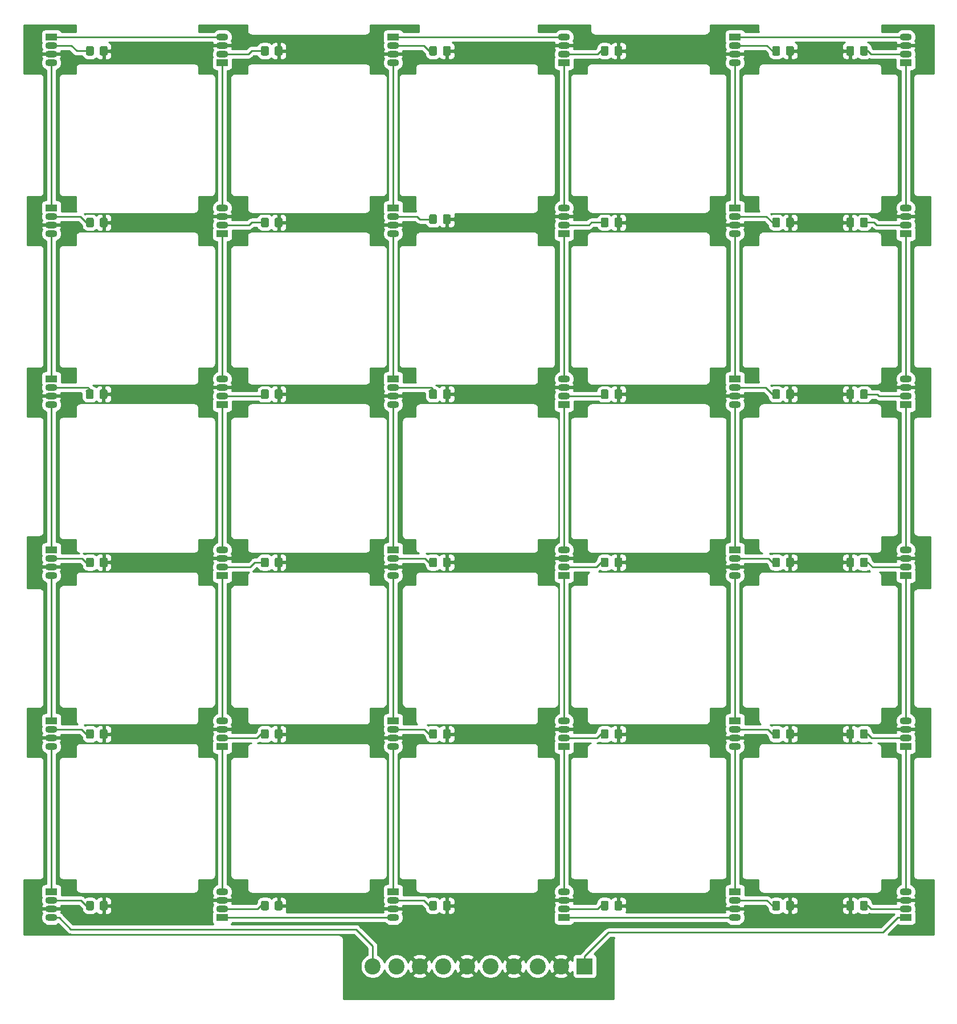
<source format=gbr>
G04 #@! TF.GenerationSoftware,KiCad,Pcbnew,(5.1.5-0-10_14)*
G04 #@! TF.CreationDate,2020-02-07T12:59:51-05:00*
G04 #@! TF.ProjectId,neopixel_array,6e656f70-6978-4656-9c5f-61727261792e,rev?*
G04 #@! TF.SameCoordinates,Original*
G04 #@! TF.FileFunction,Copper,L1,Top*
G04 #@! TF.FilePolarity,Positive*
%FSLAX46Y46*%
G04 Gerber Fmt 4.6, Leading zero omitted, Abs format (unit mm)*
G04 Created by KiCad (PCBNEW (5.1.5-0-10_14)) date 2020-02-07 12:59:51*
%MOMM*%
%LPD*%
G04 APERTURE LIST*
%ADD10O,1.800000X1.070000*%
%ADD11R,1.800000X1.070000*%
%ADD12C,2.400000*%
%ADD13R,2.400000X2.400000*%
%ADD14C,0.100000*%
%ADD15C,0.254000*%
%ADD16C,0.250000*%
G04 APERTURE END LIST*
D10*
X205740000Y-154940000D03*
X205740000Y-156210000D03*
X205740000Y-157480000D03*
D11*
X205740000Y-158750000D03*
X78740000Y-27940000D03*
D10*
X78740000Y-29210000D03*
X78740000Y-30480000D03*
X78740000Y-31750000D03*
X78740000Y-57150000D03*
X78740000Y-55880000D03*
X78740000Y-54610000D03*
D11*
X78740000Y-53340000D03*
X78740000Y-78740000D03*
D10*
X78740000Y-80010000D03*
X78740000Y-81280000D03*
X78740000Y-82550000D03*
X78740000Y-107950000D03*
X78740000Y-106680000D03*
X78740000Y-105410000D03*
D11*
X78740000Y-104140000D03*
D10*
X78740000Y-133350000D03*
X78740000Y-132080000D03*
X78740000Y-130810000D03*
D11*
X78740000Y-129540000D03*
D10*
X78740000Y-158750000D03*
X78740000Y-157480000D03*
X78740000Y-156210000D03*
D11*
X78740000Y-154940000D03*
X104140000Y-31750000D03*
D10*
X104140000Y-30480000D03*
X104140000Y-29210000D03*
X104140000Y-27940000D03*
X104140000Y-53340000D03*
X104140000Y-54610000D03*
X104140000Y-55880000D03*
D11*
X104140000Y-57150000D03*
X104140000Y-82550000D03*
D10*
X104140000Y-81280000D03*
X104140000Y-80010000D03*
X104140000Y-78740000D03*
X104140000Y-104140000D03*
X104140000Y-105410000D03*
X104140000Y-106680000D03*
D11*
X104140000Y-107950000D03*
D10*
X104140000Y-129540000D03*
X104140000Y-130810000D03*
X104140000Y-132080000D03*
D11*
X104140000Y-133350000D03*
D10*
X104140000Y-154940000D03*
X104140000Y-156210000D03*
X104140000Y-157480000D03*
D11*
X104140000Y-158750000D03*
X129540000Y-27940000D03*
D10*
X129540000Y-29210000D03*
X129540000Y-30480000D03*
X129540000Y-31750000D03*
X129540000Y-57150000D03*
X129540000Y-55880000D03*
X129540000Y-54610000D03*
D11*
X129540000Y-53340000D03*
X129540000Y-78740000D03*
D10*
X129540000Y-80010000D03*
X129540000Y-81280000D03*
X129540000Y-82550000D03*
X129540000Y-107950000D03*
X129540000Y-106680000D03*
X129540000Y-105410000D03*
D11*
X129540000Y-104140000D03*
D10*
X129540000Y-133350000D03*
X129540000Y-132080000D03*
X129540000Y-130810000D03*
D11*
X129540000Y-129540000D03*
D10*
X129540000Y-158750000D03*
X129540000Y-157480000D03*
X129540000Y-156210000D03*
D11*
X129540000Y-154940000D03*
D10*
X154940000Y-27940000D03*
X154940000Y-29210000D03*
X154940000Y-30480000D03*
D11*
X154940000Y-31750000D03*
D10*
X154940000Y-53340000D03*
X154940000Y-54610000D03*
X154940000Y-55880000D03*
D11*
X154940000Y-57150000D03*
X154940000Y-82550000D03*
D10*
X154940000Y-81280000D03*
X154940000Y-80010000D03*
X154940000Y-78740000D03*
X154940000Y-104140000D03*
X154940000Y-105410000D03*
X154940000Y-106680000D03*
D11*
X154940000Y-107950000D03*
D10*
X154940000Y-129540000D03*
X154940000Y-130810000D03*
X154940000Y-132080000D03*
D11*
X154940000Y-133350000D03*
D10*
X154940000Y-154940000D03*
X154940000Y-156210000D03*
X154940000Y-157480000D03*
D11*
X154940000Y-158750000D03*
X180340000Y-27940000D03*
D10*
X180340000Y-29210000D03*
X180340000Y-30480000D03*
X180340000Y-31750000D03*
X180340000Y-57150000D03*
X180340000Y-55880000D03*
X180340000Y-54610000D03*
D11*
X180340000Y-53340000D03*
X180340000Y-78740000D03*
D10*
X180340000Y-80010000D03*
X180340000Y-81280000D03*
X180340000Y-82550000D03*
X180340000Y-107950000D03*
X180340000Y-106680000D03*
X180340000Y-105410000D03*
D11*
X180340000Y-104140000D03*
D10*
X180340000Y-133350000D03*
X180340000Y-132080000D03*
X180340000Y-130810000D03*
D11*
X180340000Y-129540000D03*
D10*
X180340000Y-158750000D03*
X180340000Y-157480000D03*
X180340000Y-156210000D03*
D11*
X180340000Y-154940000D03*
X205740000Y-31750000D03*
D10*
X205740000Y-30480000D03*
X205740000Y-29210000D03*
X205740000Y-27940000D03*
X205740000Y-53340000D03*
X205740000Y-54610000D03*
X205740000Y-55880000D03*
D11*
X205740000Y-57150000D03*
X205740000Y-82550000D03*
D10*
X205740000Y-81280000D03*
X205740000Y-80010000D03*
X205740000Y-78740000D03*
X205740000Y-104140000D03*
X205740000Y-105410000D03*
X205740000Y-106680000D03*
D11*
X205740000Y-107950000D03*
D10*
X205740000Y-129540000D03*
X205740000Y-130810000D03*
X205740000Y-132080000D03*
D11*
X205740000Y-133350000D03*
D12*
X126500000Y-166000000D03*
X130000000Y-166000000D03*
X133500000Y-166000000D03*
X137000000Y-166000000D03*
X140500000Y-166000000D03*
X144000000Y-166000000D03*
X147500000Y-166000000D03*
X151000000Y-166000000D03*
X154500000Y-166000000D03*
D13*
X158000000Y-166000000D03*
G04 #@! TA.AperFunction,SMDPad,CuDef*
D14*
G36*
X199874505Y-156301204D02*
G01*
X199898773Y-156304804D01*
X199922572Y-156310765D01*
X199945671Y-156319030D01*
X199967850Y-156329520D01*
X199988893Y-156342132D01*
X200008599Y-156356747D01*
X200026777Y-156373223D01*
X200043253Y-156391401D01*
X200057868Y-156411107D01*
X200070480Y-156432150D01*
X200080970Y-156454329D01*
X200089235Y-156477428D01*
X200095196Y-156501227D01*
X200098796Y-156525495D01*
X200100000Y-156549999D01*
X200100000Y-157450001D01*
X200098796Y-157474505D01*
X200095196Y-157498773D01*
X200089235Y-157522572D01*
X200080970Y-157545671D01*
X200070480Y-157567850D01*
X200057868Y-157588893D01*
X200043253Y-157608599D01*
X200026777Y-157626777D01*
X200008599Y-157643253D01*
X199988893Y-157657868D01*
X199967850Y-157670480D01*
X199945671Y-157680970D01*
X199922572Y-157689235D01*
X199898773Y-157695196D01*
X199874505Y-157698796D01*
X199850001Y-157700000D01*
X199199999Y-157700000D01*
X199175495Y-157698796D01*
X199151227Y-157695196D01*
X199127428Y-157689235D01*
X199104329Y-157680970D01*
X199082150Y-157670480D01*
X199061107Y-157657868D01*
X199041401Y-157643253D01*
X199023223Y-157626777D01*
X199006747Y-157608599D01*
X198992132Y-157588893D01*
X198979520Y-157567850D01*
X198969030Y-157545671D01*
X198960765Y-157522572D01*
X198954804Y-157498773D01*
X198951204Y-157474505D01*
X198950000Y-157450001D01*
X198950000Y-156549999D01*
X198951204Y-156525495D01*
X198954804Y-156501227D01*
X198960765Y-156477428D01*
X198969030Y-156454329D01*
X198979520Y-156432150D01*
X198992132Y-156411107D01*
X199006747Y-156391401D01*
X199023223Y-156373223D01*
X199041401Y-156356747D01*
X199061107Y-156342132D01*
X199082150Y-156329520D01*
X199104329Y-156319030D01*
X199127428Y-156310765D01*
X199151227Y-156304804D01*
X199175495Y-156301204D01*
X199199999Y-156300000D01*
X199850001Y-156300000D01*
X199874505Y-156301204D01*
G37*
G04 #@! TD.AperFunction*
G04 #@! TA.AperFunction,SMDPad,CuDef*
G36*
X197824505Y-156301204D02*
G01*
X197848773Y-156304804D01*
X197872572Y-156310765D01*
X197895671Y-156319030D01*
X197917850Y-156329520D01*
X197938893Y-156342132D01*
X197958599Y-156356747D01*
X197976777Y-156373223D01*
X197993253Y-156391401D01*
X198007868Y-156411107D01*
X198020480Y-156432150D01*
X198030970Y-156454329D01*
X198039235Y-156477428D01*
X198045196Y-156501227D01*
X198048796Y-156525495D01*
X198050000Y-156549999D01*
X198050000Y-157450001D01*
X198048796Y-157474505D01*
X198045196Y-157498773D01*
X198039235Y-157522572D01*
X198030970Y-157545671D01*
X198020480Y-157567850D01*
X198007868Y-157588893D01*
X197993253Y-157608599D01*
X197976777Y-157626777D01*
X197958599Y-157643253D01*
X197938893Y-157657868D01*
X197917850Y-157670480D01*
X197895671Y-157680970D01*
X197872572Y-157689235D01*
X197848773Y-157695196D01*
X197824505Y-157698796D01*
X197800001Y-157700000D01*
X197149999Y-157700000D01*
X197125495Y-157698796D01*
X197101227Y-157695196D01*
X197077428Y-157689235D01*
X197054329Y-157680970D01*
X197032150Y-157670480D01*
X197011107Y-157657868D01*
X196991401Y-157643253D01*
X196973223Y-157626777D01*
X196956747Y-157608599D01*
X196942132Y-157588893D01*
X196929520Y-157567850D01*
X196919030Y-157545671D01*
X196910765Y-157522572D01*
X196904804Y-157498773D01*
X196901204Y-157474505D01*
X196900000Y-157450001D01*
X196900000Y-156549999D01*
X196901204Y-156525495D01*
X196904804Y-156501227D01*
X196910765Y-156477428D01*
X196919030Y-156454329D01*
X196929520Y-156432150D01*
X196942132Y-156411107D01*
X196956747Y-156391401D01*
X196973223Y-156373223D01*
X196991401Y-156356747D01*
X197011107Y-156342132D01*
X197032150Y-156329520D01*
X197054329Y-156319030D01*
X197077428Y-156310765D01*
X197101227Y-156304804D01*
X197125495Y-156301204D01*
X197149999Y-156300000D01*
X197800001Y-156300000D01*
X197824505Y-156301204D01*
G37*
G04 #@! TD.AperFunction*
G04 #@! TA.AperFunction,SMDPad,CuDef*
G36*
X199874505Y-130801204D02*
G01*
X199898773Y-130804804D01*
X199922572Y-130810765D01*
X199945671Y-130819030D01*
X199967850Y-130829520D01*
X199988893Y-130842132D01*
X200008599Y-130856747D01*
X200026777Y-130873223D01*
X200043253Y-130891401D01*
X200057868Y-130911107D01*
X200070480Y-130932150D01*
X200080970Y-130954329D01*
X200089235Y-130977428D01*
X200095196Y-131001227D01*
X200098796Y-131025495D01*
X200100000Y-131049999D01*
X200100000Y-131950001D01*
X200098796Y-131974505D01*
X200095196Y-131998773D01*
X200089235Y-132022572D01*
X200080970Y-132045671D01*
X200070480Y-132067850D01*
X200057868Y-132088893D01*
X200043253Y-132108599D01*
X200026777Y-132126777D01*
X200008599Y-132143253D01*
X199988893Y-132157868D01*
X199967850Y-132170480D01*
X199945671Y-132180970D01*
X199922572Y-132189235D01*
X199898773Y-132195196D01*
X199874505Y-132198796D01*
X199850001Y-132200000D01*
X199199999Y-132200000D01*
X199175495Y-132198796D01*
X199151227Y-132195196D01*
X199127428Y-132189235D01*
X199104329Y-132180970D01*
X199082150Y-132170480D01*
X199061107Y-132157868D01*
X199041401Y-132143253D01*
X199023223Y-132126777D01*
X199006747Y-132108599D01*
X198992132Y-132088893D01*
X198979520Y-132067850D01*
X198969030Y-132045671D01*
X198960765Y-132022572D01*
X198954804Y-131998773D01*
X198951204Y-131974505D01*
X198950000Y-131950001D01*
X198950000Y-131049999D01*
X198951204Y-131025495D01*
X198954804Y-131001227D01*
X198960765Y-130977428D01*
X198969030Y-130954329D01*
X198979520Y-130932150D01*
X198992132Y-130911107D01*
X199006747Y-130891401D01*
X199023223Y-130873223D01*
X199041401Y-130856747D01*
X199061107Y-130842132D01*
X199082150Y-130829520D01*
X199104329Y-130819030D01*
X199127428Y-130810765D01*
X199151227Y-130804804D01*
X199175495Y-130801204D01*
X199199999Y-130800000D01*
X199850001Y-130800000D01*
X199874505Y-130801204D01*
G37*
G04 #@! TD.AperFunction*
G04 #@! TA.AperFunction,SMDPad,CuDef*
G36*
X197824505Y-130801204D02*
G01*
X197848773Y-130804804D01*
X197872572Y-130810765D01*
X197895671Y-130819030D01*
X197917850Y-130829520D01*
X197938893Y-130842132D01*
X197958599Y-130856747D01*
X197976777Y-130873223D01*
X197993253Y-130891401D01*
X198007868Y-130911107D01*
X198020480Y-130932150D01*
X198030970Y-130954329D01*
X198039235Y-130977428D01*
X198045196Y-131001227D01*
X198048796Y-131025495D01*
X198050000Y-131049999D01*
X198050000Y-131950001D01*
X198048796Y-131974505D01*
X198045196Y-131998773D01*
X198039235Y-132022572D01*
X198030970Y-132045671D01*
X198020480Y-132067850D01*
X198007868Y-132088893D01*
X197993253Y-132108599D01*
X197976777Y-132126777D01*
X197958599Y-132143253D01*
X197938893Y-132157868D01*
X197917850Y-132170480D01*
X197895671Y-132180970D01*
X197872572Y-132189235D01*
X197848773Y-132195196D01*
X197824505Y-132198796D01*
X197800001Y-132200000D01*
X197149999Y-132200000D01*
X197125495Y-132198796D01*
X197101227Y-132195196D01*
X197077428Y-132189235D01*
X197054329Y-132180970D01*
X197032150Y-132170480D01*
X197011107Y-132157868D01*
X196991401Y-132143253D01*
X196973223Y-132126777D01*
X196956747Y-132108599D01*
X196942132Y-132088893D01*
X196929520Y-132067850D01*
X196919030Y-132045671D01*
X196910765Y-132022572D01*
X196904804Y-131998773D01*
X196901204Y-131974505D01*
X196900000Y-131950001D01*
X196900000Y-131049999D01*
X196901204Y-131025495D01*
X196904804Y-131001227D01*
X196910765Y-130977428D01*
X196919030Y-130954329D01*
X196929520Y-130932150D01*
X196942132Y-130911107D01*
X196956747Y-130891401D01*
X196973223Y-130873223D01*
X196991401Y-130856747D01*
X197011107Y-130842132D01*
X197032150Y-130829520D01*
X197054329Y-130819030D01*
X197077428Y-130810765D01*
X197101227Y-130804804D01*
X197125495Y-130801204D01*
X197149999Y-130800000D01*
X197800001Y-130800000D01*
X197824505Y-130801204D01*
G37*
G04 #@! TD.AperFunction*
G04 #@! TA.AperFunction,SMDPad,CuDef*
G36*
X199874505Y-105301204D02*
G01*
X199898773Y-105304804D01*
X199922572Y-105310765D01*
X199945671Y-105319030D01*
X199967850Y-105329520D01*
X199988893Y-105342132D01*
X200008599Y-105356747D01*
X200026777Y-105373223D01*
X200043253Y-105391401D01*
X200057868Y-105411107D01*
X200070480Y-105432150D01*
X200080970Y-105454329D01*
X200089235Y-105477428D01*
X200095196Y-105501227D01*
X200098796Y-105525495D01*
X200100000Y-105549999D01*
X200100000Y-106450001D01*
X200098796Y-106474505D01*
X200095196Y-106498773D01*
X200089235Y-106522572D01*
X200080970Y-106545671D01*
X200070480Y-106567850D01*
X200057868Y-106588893D01*
X200043253Y-106608599D01*
X200026777Y-106626777D01*
X200008599Y-106643253D01*
X199988893Y-106657868D01*
X199967850Y-106670480D01*
X199945671Y-106680970D01*
X199922572Y-106689235D01*
X199898773Y-106695196D01*
X199874505Y-106698796D01*
X199850001Y-106700000D01*
X199199999Y-106700000D01*
X199175495Y-106698796D01*
X199151227Y-106695196D01*
X199127428Y-106689235D01*
X199104329Y-106680970D01*
X199082150Y-106670480D01*
X199061107Y-106657868D01*
X199041401Y-106643253D01*
X199023223Y-106626777D01*
X199006747Y-106608599D01*
X198992132Y-106588893D01*
X198979520Y-106567850D01*
X198969030Y-106545671D01*
X198960765Y-106522572D01*
X198954804Y-106498773D01*
X198951204Y-106474505D01*
X198950000Y-106450001D01*
X198950000Y-105549999D01*
X198951204Y-105525495D01*
X198954804Y-105501227D01*
X198960765Y-105477428D01*
X198969030Y-105454329D01*
X198979520Y-105432150D01*
X198992132Y-105411107D01*
X199006747Y-105391401D01*
X199023223Y-105373223D01*
X199041401Y-105356747D01*
X199061107Y-105342132D01*
X199082150Y-105329520D01*
X199104329Y-105319030D01*
X199127428Y-105310765D01*
X199151227Y-105304804D01*
X199175495Y-105301204D01*
X199199999Y-105300000D01*
X199850001Y-105300000D01*
X199874505Y-105301204D01*
G37*
G04 #@! TD.AperFunction*
G04 #@! TA.AperFunction,SMDPad,CuDef*
G36*
X197824505Y-105301204D02*
G01*
X197848773Y-105304804D01*
X197872572Y-105310765D01*
X197895671Y-105319030D01*
X197917850Y-105329520D01*
X197938893Y-105342132D01*
X197958599Y-105356747D01*
X197976777Y-105373223D01*
X197993253Y-105391401D01*
X198007868Y-105411107D01*
X198020480Y-105432150D01*
X198030970Y-105454329D01*
X198039235Y-105477428D01*
X198045196Y-105501227D01*
X198048796Y-105525495D01*
X198050000Y-105549999D01*
X198050000Y-106450001D01*
X198048796Y-106474505D01*
X198045196Y-106498773D01*
X198039235Y-106522572D01*
X198030970Y-106545671D01*
X198020480Y-106567850D01*
X198007868Y-106588893D01*
X197993253Y-106608599D01*
X197976777Y-106626777D01*
X197958599Y-106643253D01*
X197938893Y-106657868D01*
X197917850Y-106670480D01*
X197895671Y-106680970D01*
X197872572Y-106689235D01*
X197848773Y-106695196D01*
X197824505Y-106698796D01*
X197800001Y-106700000D01*
X197149999Y-106700000D01*
X197125495Y-106698796D01*
X197101227Y-106695196D01*
X197077428Y-106689235D01*
X197054329Y-106680970D01*
X197032150Y-106670480D01*
X197011107Y-106657868D01*
X196991401Y-106643253D01*
X196973223Y-106626777D01*
X196956747Y-106608599D01*
X196942132Y-106588893D01*
X196929520Y-106567850D01*
X196919030Y-106545671D01*
X196910765Y-106522572D01*
X196904804Y-106498773D01*
X196901204Y-106474505D01*
X196900000Y-106450001D01*
X196900000Y-105549999D01*
X196901204Y-105525495D01*
X196904804Y-105501227D01*
X196910765Y-105477428D01*
X196919030Y-105454329D01*
X196929520Y-105432150D01*
X196942132Y-105411107D01*
X196956747Y-105391401D01*
X196973223Y-105373223D01*
X196991401Y-105356747D01*
X197011107Y-105342132D01*
X197032150Y-105329520D01*
X197054329Y-105319030D01*
X197077428Y-105310765D01*
X197101227Y-105304804D01*
X197125495Y-105301204D01*
X197149999Y-105300000D01*
X197800001Y-105300000D01*
X197824505Y-105301204D01*
G37*
G04 #@! TD.AperFunction*
G04 #@! TA.AperFunction,SMDPad,CuDef*
G36*
X199874505Y-80301204D02*
G01*
X199898773Y-80304804D01*
X199922572Y-80310765D01*
X199945671Y-80319030D01*
X199967850Y-80329520D01*
X199988893Y-80342132D01*
X200008599Y-80356747D01*
X200026777Y-80373223D01*
X200043253Y-80391401D01*
X200057868Y-80411107D01*
X200070480Y-80432150D01*
X200080970Y-80454329D01*
X200089235Y-80477428D01*
X200095196Y-80501227D01*
X200098796Y-80525495D01*
X200100000Y-80549999D01*
X200100000Y-81450001D01*
X200098796Y-81474505D01*
X200095196Y-81498773D01*
X200089235Y-81522572D01*
X200080970Y-81545671D01*
X200070480Y-81567850D01*
X200057868Y-81588893D01*
X200043253Y-81608599D01*
X200026777Y-81626777D01*
X200008599Y-81643253D01*
X199988893Y-81657868D01*
X199967850Y-81670480D01*
X199945671Y-81680970D01*
X199922572Y-81689235D01*
X199898773Y-81695196D01*
X199874505Y-81698796D01*
X199850001Y-81700000D01*
X199199999Y-81700000D01*
X199175495Y-81698796D01*
X199151227Y-81695196D01*
X199127428Y-81689235D01*
X199104329Y-81680970D01*
X199082150Y-81670480D01*
X199061107Y-81657868D01*
X199041401Y-81643253D01*
X199023223Y-81626777D01*
X199006747Y-81608599D01*
X198992132Y-81588893D01*
X198979520Y-81567850D01*
X198969030Y-81545671D01*
X198960765Y-81522572D01*
X198954804Y-81498773D01*
X198951204Y-81474505D01*
X198950000Y-81450001D01*
X198950000Y-80549999D01*
X198951204Y-80525495D01*
X198954804Y-80501227D01*
X198960765Y-80477428D01*
X198969030Y-80454329D01*
X198979520Y-80432150D01*
X198992132Y-80411107D01*
X199006747Y-80391401D01*
X199023223Y-80373223D01*
X199041401Y-80356747D01*
X199061107Y-80342132D01*
X199082150Y-80329520D01*
X199104329Y-80319030D01*
X199127428Y-80310765D01*
X199151227Y-80304804D01*
X199175495Y-80301204D01*
X199199999Y-80300000D01*
X199850001Y-80300000D01*
X199874505Y-80301204D01*
G37*
G04 #@! TD.AperFunction*
G04 #@! TA.AperFunction,SMDPad,CuDef*
G36*
X197824505Y-80301204D02*
G01*
X197848773Y-80304804D01*
X197872572Y-80310765D01*
X197895671Y-80319030D01*
X197917850Y-80329520D01*
X197938893Y-80342132D01*
X197958599Y-80356747D01*
X197976777Y-80373223D01*
X197993253Y-80391401D01*
X198007868Y-80411107D01*
X198020480Y-80432150D01*
X198030970Y-80454329D01*
X198039235Y-80477428D01*
X198045196Y-80501227D01*
X198048796Y-80525495D01*
X198050000Y-80549999D01*
X198050000Y-81450001D01*
X198048796Y-81474505D01*
X198045196Y-81498773D01*
X198039235Y-81522572D01*
X198030970Y-81545671D01*
X198020480Y-81567850D01*
X198007868Y-81588893D01*
X197993253Y-81608599D01*
X197976777Y-81626777D01*
X197958599Y-81643253D01*
X197938893Y-81657868D01*
X197917850Y-81670480D01*
X197895671Y-81680970D01*
X197872572Y-81689235D01*
X197848773Y-81695196D01*
X197824505Y-81698796D01*
X197800001Y-81700000D01*
X197149999Y-81700000D01*
X197125495Y-81698796D01*
X197101227Y-81695196D01*
X197077428Y-81689235D01*
X197054329Y-81680970D01*
X197032150Y-81670480D01*
X197011107Y-81657868D01*
X196991401Y-81643253D01*
X196973223Y-81626777D01*
X196956747Y-81608599D01*
X196942132Y-81588893D01*
X196929520Y-81567850D01*
X196919030Y-81545671D01*
X196910765Y-81522572D01*
X196904804Y-81498773D01*
X196901204Y-81474505D01*
X196900000Y-81450001D01*
X196900000Y-80549999D01*
X196901204Y-80525495D01*
X196904804Y-80501227D01*
X196910765Y-80477428D01*
X196919030Y-80454329D01*
X196929520Y-80432150D01*
X196942132Y-80411107D01*
X196956747Y-80391401D01*
X196973223Y-80373223D01*
X196991401Y-80356747D01*
X197011107Y-80342132D01*
X197032150Y-80329520D01*
X197054329Y-80319030D01*
X197077428Y-80310765D01*
X197101227Y-80304804D01*
X197125495Y-80301204D01*
X197149999Y-80300000D01*
X197800001Y-80300000D01*
X197824505Y-80301204D01*
G37*
G04 #@! TD.AperFunction*
G04 #@! TA.AperFunction,SMDPad,CuDef*
G36*
X199874505Y-54801204D02*
G01*
X199898773Y-54804804D01*
X199922572Y-54810765D01*
X199945671Y-54819030D01*
X199967850Y-54829520D01*
X199988893Y-54842132D01*
X200008599Y-54856747D01*
X200026777Y-54873223D01*
X200043253Y-54891401D01*
X200057868Y-54911107D01*
X200070480Y-54932150D01*
X200080970Y-54954329D01*
X200089235Y-54977428D01*
X200095196Y-55001227D01*
X200098796Y-55025495D01*
X200100000Y-55049999D01*
X200100000Y-55950001D01*
X200098796Y-55974505D01*
X200095196Y-55998773D01*
X200089235Y-56022572D01*
X200080970Y-56045671D01*
X200070480Y-56067850D01*
X200057868Y-56088893D01*
X200043253Y-56108599D01*
X200026777Y-56126777D01*
X200008599Y-56143253D01*
X199988893Y-56157868D01*
X199967850Y-56170480D01*
X199945671Y-56180970D01*
X199922572Y-56189235D01*
X199898773Y-56195196D01*
X199874505Y-56198796D01*
X199850001Y-56200000D01*
X199199999Y-56200000D01*
X199175495Y-56198796D01*
X199151227Y-56195196D01*
X199127428Y-56189235D01*
X199104329Y-56180970D01*
X199082150Y-56170480D01*
X199061107Y-56157868D01*
X199041401Y-56143253D01*
X199023223Y-56126777D01*
X199006747Y-56108599D01*
X198992132Y-56088893D01*
X198979520Y-56067850D01*
X198969030Y-56045671D01*
X198960765Y-56022572D01*
X198954804Y-55998773D01*
X198951204Y-55974505D01*
X198950000Y-55950001D01*
X198950000Y-55049999D01*
X198951204Y-55025495D01*
X198954804Y-55001227D01*
X198960765Y-54977428D01*
X198969030Y-54954329D01*
X198979520Y-54932150D01*
X198992132Y-54911107D01*
X199006747Y-54891401D01*
X199023223Y-54873223D01*
X199041401Y-54856747D01*
X199061107Y-54842132D01*
X199082150Y-54829520D01*
X199104329Y-54819030D01*
X199127428Y-54810765D01*
X199151227Y-54804804D01*
X199175495Y-54801204D01*
X199199999Y-54800000D01*
X199850001Y-54800000D01*
X199874505Y-54801204D01*
G37*
G04 #@! TD.AperFunction*
G04 #@! TA.AperFunction,SMDPad,CuDef*
G36*
X197824505Y-54801204D02*
G01*
X197848773Y-54804804D01*
X197872572Y-54810765D01*
X197895671Y-54819030D01*
X197917850Y-54829520D01*
X197938893Y-54842132D01*
X197958599Y-54856747D01*
X197976777Y-54873223D01*
X197993253Y-54891401D01*
X198007868Y-54911107D01*
X198020480Y-54932150D01*
X198030970Y-54954329D01*
X198039235Y-54977428D01*
X198045196Y-55001227D01*
X198048796Y-55025495D01*
X198050000Y-55049999D01*
X198050000Y-55950001D01*
X198048796Y-55974505D01*
X198045196Y-55998773D01*
X198039235Y-56022572D01*
X198030970Y-56045671D01*
X198020480Y-56067850D01*
X198007868Y-56088893D01*
X197993253Y-56108599D01*
X197976777Y-56126777D01*
X197958599Y-56143253D01*
X197938893Y-56157868D01*
X197917850Y-56170480D01*
X197895671Y-56180970D01*
X197872572Y-56189235D01*
X197848773Y-56195196D01*
X197824505Y-56198796D01*
X197800001Y-56200000D01*
X197149999Y-56200000D01*
X197125495Y-56198796D01*
X197101227Y-56195196D01*
X197077428Y-56189235D01*
X197054329Y-56180970D01*
X197032150Y-56170480D01*
X197011107Y-56157868D01*
X196991401Y-56143253D01*
X196973223Y-56126777D01*
X196956747Y-56108599D01*
X196942132Y-56088893D01*
X196929520Y-56067850D01*
X196919030Y-56045671D01*
X196910765Y-56022572D01*
X196904804Y-55998773D01*
X196901204Y-55974505D01*
X196900000Y-55950001D01*
X196900000Y-55049999D01*
X196901204Y-55025495D01*
X196904804Y-55001227D01*
X196910765Y-54977428D01*
X196919030Y-54954329D01*
X196929520Y-54932150D01*
X196942132Y-54911107D01*
X196956747Y-54891401D01*
X196973223Y-54873223D01*
X196991401Y-54856747D01*
X197011107Y-54842132D01*
X197032150Y-54829520D01*
X197054329Y-54819030D01*
X197077428Y-54810765D01*
X197101227Y-54804804D01*
X197125495Y-54801204D01*
X197149999Y-54800000D01*
X197800001Y-54800000D01*
X197824505Y-54801204D01*
G37*
G04 #@! TD.AperFunction*
G04 #@! TA.AperFunction,SMDPad,CuDef*
G36*
X199874505Y-29301204D02*
G01*
X199898773Y-29304804D01*
X199922572Y-29310765D01*
X199945671Y-29319030D01*
X199967850Y-29329520D01*
X199988893Y-29342132D01*
X200008599Y-29356747D01*
X200026777Y-29373223D01*
X200043253Y-29391401D01*
X200057868Y-29411107D01*
X200070480Y-29432150D01*
X200080970Y-29454329D01*
X200089235Y-29477428D01*
X200095196Y-29501227D01*
X200098796Y-29525495D01*
X200100000Y-29549999D01*
X200100000Y-30450001D01*
X200098796Y-30474505D01*
X200095196Y-30498773D01*
X200089235Y-30522572D01*
X200080970Y-30545671D01*
X200070480Y-30567850D01*
X200057868Y-30588893D01*
X200043253Y-30608599D01*
X200026777Y-30626777D01*
X200008599Y-30643253D01*
X199988893Y-30657868D01*
X199967850Y-30670480D01*
X199945671Y-30680970D01*
X199922572Y-30689235D01*
X199898773Y-30695196D01*
X199874505Y-30698796D01*
X199850001Y-30700000D01*
X199199999Y-30700000D01*
X199175495Y-30698796D01*
X199151227Y-30695196D01*
X199127428Y-30689235D01*
X199104329Y-30680970D01*
X199082150Y-30670480D01*
X199061107Y-30657868D01*
X199041401Y-30643253D01*
X199023223Y-30626777D01*
X199006747Y-30608599D01*
X198992132Y-30588893D01*
X198979520Y-30567850D01*
X198969030Y-30545671D01*
X198960765Y-30522572D01*
X198954804Y-30498773D01*
X198951204Y-30474505D01*
X198950000Y-30450001D01*
X198950000Y-29549999D01*
X198951204Y-29525495D01*
X198954804Y-29501227D01*
X198960765Y-29477428D01*
X198969030Y-29454329D01*
X198979520Y-29432150D01*
X198992132Y-29411107D01*
X199006747Y-29391401D01*
X199023223Y-29373223D01*
X199041401Y-29356747D01*
X199061107Y-29342132D01*
X199082150Y-29329520D01*
X199104329Y-29319030D01*
X199127428Y-29310765D01*
X199151227Y-29304804D01*
X199175495Y-29301204D01*
X199199999Y-29300000D01*
X199850001Y-29300000D01*
X199874505Y-29301204D01*
G37*
G04 #@! TD.AperFunction*
G04 #@! TA.AperFunction,SMDPad,CuDef*
G36*
X197824505Y-29301204D02*
G01*
X197848773Y-29304804D01*
X197872572Y-29310765D01*
X197895671Y-29319030D01*
X197917850Y-29329520D01*
X197938893Y-29342132D01*
X197958599Y-29356747D01*
X197976777Y-29373223D01*
X197993253Y-29391401D01*
X198007868Y-29411107D01*
X198020480Y-29432150D01*
X198030970Y-29454329D01*
X198039235Y-29477428D01*
X198045196Y-29501227D01*
X198048796Y-29525495D01*
X198050000Y-29549999D01*
X198050000Y-30450001D01*
X198048796Y-30474505D01*
X198045196Y-30498773D01*
X198039235Y-30522572D01*
X198030970Y-30545671D01*
X198020480Y-30567850D01*
X198007868Y-30588893D01*
X197993253Y-30608599D01*
X197976777Y-30626777D01*
X197958599Y-30643253D01*
X197938893Y-30657868D01*
X197917850Y-30670480D01*
X197895671Y-30680970D01*
X197872572Y-30689235D01*
X197848773Y-30695196D01*
X197824505Y-30698796D01*
X197800001Y-30700000D01*
X197149999Y-30700000D01*
X197125495Y-30698796D01*
X197101227Y-30695196D01*
X197077428Y-30689235D01*
X197054329Y-30680970D01*
X197032150Y-30670480D01*
X197011107Y-30657868D01*
X196991401Y-30643253D01*
X196973223Y-30626777D01*
X196956747Y-30608599D01*
X196942132Y-30588893D01*
X196929520Y-30567850D01*
X196919030Y-30545671D01*
X196910765Y-30522572D01*
X196904804Y-30498773D01*
X196901204Y-30474505D01*
X196900000Y-30450001D01*
X196900000Y-29549999D01*
X196901204Y-29525495D01*
X196904804Y-29501227D01*
X196910765Y-29477428D01*
X196919030Y-29454329D01*
X196929520Y-29432150D01*
X196942132Y-29411107D01*
X196956747Y-29391401D01*
X196973223Y-29373223D01*
X196991401Y-29356747D01*
X197011107Y-29342132D01*
X197032150Y-29329520D01*
X197054329Y-29319030D01*
X197077428Y-29310765D01*
X197101227Y-29304804D01*
X197125495Y-29301204D01*
X197149999Y-29300000D01*
X197800001Y-29300000D01*
X197824505Y-29301204D01*
G37*
G04 #@! TD.AperFunction*
G04 #@! TA.AperFunction,SMDPad,CuDef*
G36*
X186824505Y-156301204D02*
G01*
X186848773Y-156304804D01*
X186872572Y-156310765D01*
X186895671Y-156319030D01*
X186917850Y-156329520D01*
X186938893Y-156342132D01*
X186958599Y-156356747D01*
X186976777Y-156373223D01*
X186993253Y-156391401D01*
X187007868Y-156411107D01*
X187020480Y-156432150D01*
X187030970Y-156454329D01*
X187039235Y-156477428D01*
X187045196Y-156501227D01*
X187048796Y-156525495D01*
X187050000Y-156549999D01*
X187050000Y-157450001D01*
X187048796Y-157474505D01*
X187045196Y-157498773D01*
X187039235Y-157522572D01*
X187030970Y-157545671D01*
X187020480Y-157567850D01*
X187007868Y-157588893D01*
X186993253Y-157608599D01*
X186976777Y-157626777D01*
X186958599Y-157643253D01*
X186938893Y-157657868D01*
X186917850Y-157670480D01*
X186895671Y-157680970D01*
X186872572Y-157689235D01*
X186848773Y-157695196D01*
X186824505Y-157698796D01*
X186800001Y-157700000D01*
X186149999Y-157700000D01*
X186125495Y-157698796D01*
X186101227Y-157695196D01*
X186077428Y-157689235D01*
X186054329Y-157680970D01*
X186032150Y-157670480D01*
X186011107Y-157657868D01*
X185991401Y-157643253D01*
X185973223Y-157626777D01*
X185956747Y-157608599D01*
X185942132Y-157588893D01*
X185929520Y-157567850D01*
X185919030Y-157545671D01*
X185910765Y-157522572D01*
X185904804Y-157498773D01*
X185901204Y-157474505D01*
X185900000Y-157450001D01*
X185900000Y-156549999D01*
X185901204Y-156525495D01*
X185904804Y-156501227D01*
X185910765Y-156477428D01*
X185919030Y-156454329D01*
X185929520Y-156432150D01*
X185942132Y-156411107D01*
X185956747Y-156391401D01*
X185973223Y-156373223D01*
X185991401Y-156356747D01*
X186011107Y-156342132D01*
X186032150Y-156329520D01*
X186054329Y-156319030D01*
X186077428Y-156310765D01*
X186101227Y-156304804D01*
X186125495Y-156301204D01*
X186149999Y-156300000D01*
X186800001Y-156300000D01*
X186824505Y-156301204D01*
G37*
G04 #@! TD.AperFunction*
G04 #@! TA.AperFunction,SMDPad,CuDef*
G36*
X188874505Y-156301204D02*
G01*
X188898773Y-156304804D01*
X188922572Y-156310765D01*
X188945671Y-156319030D01*
X188967850Y-156329520D01*
X188988893Y-156342132D01*
X189008599Y-156356747D01*
X189026777Y-156373223D01*
X189043253Y-156391401D01*
X189057868Y-156411107D01*
X189070480Y-156432150D01*
X189080970Y-156454329D01*
X189089235Y-156477428D01*
X189095196Y-156501227D01*
X189098796Y-156525495D01*
X189100000Y-156549999D01*
X189100000Y-157450001D01*
X189098796Y-157474505D01*
X189095196Y-157498773D01*
X189089235Y-157522572D01*
X189080970Y-157545671D01*
X189070480Y-157567850D01*
X189057868Y-157588893D01*
X189043253Y-157608599D01*
X189026777Y-157626777D01*
X189008599Y-157643253D01*
X188988893Y-157657868D01*
X188967850Y-157670480D01*
X188945671Y-157680970D01*
X188922572Y-157689235D01*
X188898773Y-157695196D01*
X188874505Y-157698796D01*
X188850001Y-157700000D01*
X188199999Y-157700000D01*
X188175495Y-157698796D01*
X188151227Y-157695196D01*
X188127428Y-157689235D01*
X188104329Y-157680970D01*
X188082150Y-157670480D01*
X188061107Y-157657868D01*
X188041401Y-157643253D01*
X188023223Y-157626777D01*
X188006747Y-157608599D01*
X187992132Y-157588893D01*
X187979520Y-157567850D01*
X187969030Y-157545671D01*
X187960765Y-157522572D01*
X187954804Y-157498773D01*
X187951204Y-157474505D01*
X187950000Y-157450001D01*
X187950000Y-156549999D01*
X187951204Y-156525495D01*
X187954804Y-156501227D01*
X187960765Y-156477428D01*
X187969030Y-156454329D01*
X187979520Y-156432150D01*
X187992132Y-156411107D01*
X188006747Y-156391401D01*
X188023223Y-156373223D01*
X188041401Y-156356747D01*
X188061107Y-156342132D01*
X188082150Y-156329520D01*
X188104329Y-156319030D01*
X188127428Y-156310765D01*
X188151227Y-156304804D01*
X188175495Y-156301204D01*
X188199999Y-156300000D01*
X188850001Y-156300000D01*
X188874505Y-156301204D01*
G37*
G04 #@! TD.AperFunction*
G04 #@! TA.AperFunction,SMDPad,CuDef*
G36*
X188874505Y-130801204D02*
G01*
X188898773Y-130804804D01*
X188922572Y-130810765D01*
X188945671Y-130819030D01*
X188967850Y-130829520D01*
X188988893Y-130842132D01*
X189008599Y-130856747D01*
X189026777Y-130873223D01*
X189043253Y-130891401D01*
X189057868Y-130911107D01*
X189070480Y-130932150D01*
X189080970Y-130954329D01*
X189089235Y-130977428D01*
X189095196Y-131001227D01*
X189098796Y-131025495D01*
X189100000Y-131049999D01*
X189100000Y-131950001D01*
X189098796Y-131974505D01*
X189095196Y-131998773D01*
X189089235Y-132022572D01*
X189080970Y-132045671D01*
X189070480Y-132067850D01*
X189057868Y-132088893D01*
X189043253Y-132108599D01*
X189026777Y-132126777D01*
X189008599Y-132143253D01*
X188988893Y-132157868D01*
X188967850Y-132170480D01*
X188945671Y-132180970D01*
X188922572Y-132189235D01*
X188898773Y-132195196D01*
X188874505Y-132198796D01*
X188850001Y-132200000D01*
X188199999Y-132200000D01*
X188175495Y-132198796D01*
X188151227Y-132195196D01*
X188127428Y-132189235D01*
X188104329Y-132180970D01*
X188082150Y-132170480D01*
X188061107Y-132157868D01*
X188041401Y-132143253D01*
X188023223Y-132126777D01*
X188006747Y-132108599D01*
X187992132Y-132088893D01*
X187979520Y-132067850D01*
X187969030Y-132045671D01*
X187960765Y-132022572D01*
X187954804Y-131998773D01*
X187951204Y-131974505D01*
X187950000Y-131950001D01*
X187950000Y-131049999D01*
X187951204Y-131025495D01*
X187954804Y-131001227D01*
X187960765Y-130977428D01*
X187969030Y-130954329D01*
X187979520Y-130932150D01*
X187992132Y-130911107D01*
X188006747Y-130891401D01*
X188023223Y-130873223D01*
X188041401Y-130856747D01*
X188061107Y-130842132D01*
X188082150Y-130829520D01*
X188104329Y-130819030D01*
X188127428Y-130810765D01*
X188151227Y-130804804D01*
X188175495Y-130801204D01*
X188199999Y-130800000D01*
X188850001Y-130800000D01*
X188874505Y-130801204D01*
G37*
G04 #@! TD.AperFunction*
G04 #@! TA.AperFunction,SMDPad,CuDef*
G36*
X186824505Y-130801204D02*
G01*
X186848773Y-130804804D01*
X186872572Y-130810765D01*
X186895671Y-130819030D01*
X186917850Y-130829520D01*
X186938893Y-130842132D01*
X186958599Y-130856747D01*
X186976777Y-130873223D01*
X186993253Y-130891401D01*
X187007868Y-130911107D01*
X187020480Y-130932150D01*
X187030970Y-130954329D01*
X187039235Y-130977428D01*
X187045196Y-131001227D01*
X187048796Y-131025495D01*
X187050000Y-131049999D01*
X187050000Y-131950001D01*
X187048796Y-131974505D01*
X187045196Y-131998773D01*
X187039235Y-132022572D01*
X187030970Y-132045671D01*
X187020480Y-132067850D01*
X187007868Y-132088893D01*
X186993253Y-132108599D01*
X186976777Y-132126777D01*
X186958599Y-132143253D01*
X186938893Y-132157868D01*
X186917850Y-132170480D01*
X186895671Y-132180970D01*
X186872572Y-132189235D01*
X186848773Y-132195196D01*
X186824505Y-132198796D01*
X186800001Y-132200000D01*
X186149999Y-132200000D01*
X186125495Y-132198796D01*
X186101227Y-132195196D01*
X186077428Y-132189235D01*
X186054329Y-132180970D01*
X186032150Y-132170480D01*
X186011107Y-132157868D01*
X185991401Y-132143253D01*
X185973223Y-132126777D01*
X185956747Y-132108599D01*
X185942132Y-132088893D01*
X185929520Y-132067850D01*
X185919030Y-132045671D01*
X185910765Y-132022572D01*
X185904804Y-131998773D01*
X185901204Y-131974505D01*
X185900000Y-131950001D01*
X185900000Y-131049999D01*
X185901204Y-131025495D01*
X185904804Y-131001227D01*
X185910765Y-130977428D01*
X185919030Y-130954329D01*
X185929520Y-130932150D01*
X185942132Y-130911107D01*
X185956747Y-130891401D01*
X185973223Y-130873223D01*
X185991401Y-130856747D01*
X186011107Y-130842132D01*
X186032150Y-130829520D01*
X186054329Y-130819030D01*
X186077428Y-130810765D01*
X186101227Y-130804804D01*
X186125495Y-130801204D01*
X186149999Y-130800000D01*
X186800001Y-130800000D01*
X186824505Y-130801204D01*
G37*
G04 #@! TD.AperFunction*
G04 #@! TA.AperFunction,SMDPad,CuDef*
G36*
X186824505Y-105301204D02*
G01*
X186848773Y-105304804D01*
X186872572Y-105310765D01*
X186895671Y-105319030D01*
X186917850Y-105329520D01*
X186938893Y-105342132D01*
X186958599Y-105356747D01*
X186976777Y-105373223D01*
X186993253Y-105391401D01*
X187007868Y-105411107D01*
X187020480Y-105432150D01*
X187030970Y-105454329D01*
X187039235Y-105477428D01*
X187045196Y-105501227D01*
X187048796Y-105525495D01*
X187050000Y-105549999D01*
X187050000Y-106450001D01*
X187048796Y-106474505D01*
X187045196Y-106498773D01*
X187039235Y-106522572D01*
X187030970Y-106545671D01*
X187020480Y-106567850D01*
X187007868Y-106588893D01*
X186993253Y-106608599D01*
X186976777Y-106626777D01*
X186958599Y-106643253D01*
X186938893Y-106657868D01*
X186917850Y-106670480D01*
X186895671Y-106680970D01*
X186872572Y-106689235D01*
X186848773Y-106695196D01*
X186824505Y-106698796D01*
X186800001Y-106700000D01*
X186149999Y-106700000D01*
X186125495Y-106698796D01*
X186101227Y-106695196D01*
X186077428Y-106689235D01*
X186054329Y-106680970D01*
X186032150Y-106670480D01*
X186011107Y-106657868D01*
X185991401Y-106643253D01*
X185973223Y-106626777D01*
X185956747Y-106608599D01*
X185942132Y-106588893D01*
X185929520Y-106567850D01*
X185919030Y-106545671D01*
X185910765Y-106522572D01*
X185904804Y-106498773D01*
X185901204Y-106474505D01*
X185900000Y-106450001D01*
X185900000Y-105549999D01*
X185901204Y-105525495D01*
X185904804Y-105501227D01*
X185910765Y-105477428D01*
X185919030Y-105454329D01*
X185929520Y-105432150D01*
X185942132Y-105411107D01*
X185956747Y-105391401D01*
X185973223Y-105373223D01*
X185991401Y-105356747D01*
X186011107Y-105342132D01*
X186032150Y-105329520D01*
X186054329Y-105319030D01*
X186077428Y-105310765D01*
X186101227Y-105304804D01*
X186125495Y-105301204D01*
X186149999Y-105300000D01*
X186800001Y-105300000D01*
X186824505Y-105301204D01*
G37*
G04 #@! TD.AperFunction*
G04 #@! TA.AperFunction,SMDPad,CuDef*
G36*
X188874505Y-105301204D02*
G01*
X188898773Y-105304804D01*
X188922572Y-105310765D01*
X188945671Y-105319030D01*
X188967850Y-105329520D01*
X188988893Y-105342132D01*
X189008599Y-105356747D01*
X189026777Y-105373223D01*
X189043253Y-105391401D01*
X189057868Y-105411107D01*
X189070480Y-105432150D01*
X189080970Y-105454329D01*
X189089235Y-105477428D01*
X189095196Y-105501227D01*
X189098796Y-105525495D01*
X189100000Y-105549999D01*
X189100000Y-106450001D01*
X189098796Y-106474505D01*
X189095196Y-106498773D01*
X189089235Y-106522572D01*
X189080970Y-106545671D01*
X189070480Y-106567850D01*
X189057868Y-106588893D01*
X189043253Y-106608599D01*
X189026777Y-106626777D01*
X189008599Y-106643253D01*
X188988893Y-106657868D01*
X188967850Y-106670480D01*
X188945671Y-106680970D01*
X188922572Y-106689235D01*
X188898773Y-106695196D01*
X188874505Y-106698796D01*
X188850001Y-106700000D01*
X188199999Y-106700000D01*
X188175495Y-106698796D01*
X188151227Y-106695196D01*
X188127428Y-106689235D01*
X188104329Y-106680970D01*
X188082150Y-106670480D01*
X188061107Y-106657868D01*
X188041401Y-106643253D01*
X188023223Y-106626777D01*
X188006747Y-106608599D01*
X187992132Y-106588893D01*
X187979520Y-106567850D01*
X187969030Y-106545671D01*
X187960765Y-106522572D01*
X187954804Y-106498773D01*
X187951204Y-106474505D01*
X187950000Y-106450001D01*
X187950000Y-105549999D01*
X187951204Y-105525495D01*
X187954804Y-105501227D01*
X187960765Y-105477428D01*
X187969030Y-105454329D01*
X187979520Y-105432150D01*
X187992132Y-105411107D01*
X188006747Y-105391401D01*
X188023223Y-105373223D01*
X188041401Y-105356747D01*
X188061107Y-105342132D01*
X188082150Y-105329520D01*
X188104329Y-105319030D01*
X188127428Y-105310765D01*
X188151227Y-105304804D01*
X188175495Y-105301204D01*
X188199999Y-105300000D01*
X188850001Y-105300000D01*
X188874505Y-105301204D01*
G37*
G04 #@! TD.AperFunction*
G04 #@! TA.AperFunction,SMDPad,CuDef*
G36*
X186824505Y-80301204D02*
G01*
X186848773Y-80304804D01*
X186872572Y-80310765D01*
X186895671Y-80319030D01*
X186917850Y-80329520D01*
X186938893Y-80342132D01*
X186958599Y-80356747D01*
X186976777Y-80373223D01*
X186993253Y-80391401D01*
X187007868Y-80411107D01*
X187020480Y-80432150D01*
X187030970Y-80454329D01*
X187039235Y-80477428D01*
X187045196Y-80501227D01*
X187048796Y-80525495D01*
X187050000Y-80549999D01*
X187050000Y-81450001D01*
X187048796Y-81474505D01*
X187045196Y-81498773D01*
X187039235Y-81522572D01*
X187030970Y-81545671D01*
X187020480Y-81567850D01*
X187007868Y-81588893D01*
X186993253Y-81608599D01*
X186976777Y-81626777D01*
X186958599Y-81643253D01*
X186938893Y-81657868D01*
X186917850Y-81670480D01*
X186895671Y-81680970D01*
X186872572Y-81689235D01*
X186848773Y-81695196D01*
X186824505Y-81698796D01*
X186800001Y-81700000D01*
X186149999Y-81700000D01*
X186125495Y-81698796D01*
X186101227Y-81695196D01*
X186077428Y-81689235D01*
X186054329Y-81680970D01*
X186032150Y-81670480D01*
X186011107Y-81657868D01*
X185991401Y-81643253D01*
X185973223Y-81626777D01*
X185956747Y-81608599D01*
X185942132Y-81588893D01*
X185929520Y-81567850D01*
X185919030Y-81545671D01*
X185910765Y-81522572D01*
X185904804Y-81498773D01*
X185901204Y-81474505D01*
X185900000Y-81450001D01*
X185900000Y-80549999D01*
X185901204Y-80525495D01*
X185904804Y-80501227D01*
X185910765Y-80477428D01*
X185919030Y-80454329D01*
X185929520Y-80432150D01*
X185942132Y-80411107D01*
X185956747Y-80391401D01*
X185973223Y-80373223D01*
X185991401Y-80356747D01*
X186011107Y-80342132D01*
X186032150Y-80329520D01*
X186054329Y-80319030D01*
X186077428Y-80310765D01*
X186101227Y-80304804D01*
X186125495Y-80301204D01*
X186149999Y-80300000D01*
X186800001Y-80300000D01*
X186824505Y-80301204D01*
G37*
G04 #@! TD.AperFunction*
G04 #@! TA.AperFunction,SMDPad,CuDef*
G36*
X188874505Y-80301204D02*
G01*
X188898773Y-80304804D01*
X188922572Y-80310765D01*
X188945671Y-80319030D01*
X188967850Y-80329520D01*
X188988893Y-80342132D01*
X189008599Y-80356747D01*
X189026777Y-80373223D01*
X189043253Y-80391401D01*
X189057868Y-80411107D01*
X189070480Y-80432150D01*
X189080970Y-80454329D01*
X189089235Y-80477428D01*
X189095196Y-80501227D01*
X189098796Y-80525495D01*
X189100000Y-80549999D01*
X189100000Y-81450001D01*
X189098796Y-81474505D01*
X189095196Y-81498773D01*
X189089235Y-81522572D01*
X189080970Y-81545671D01*
X189070480Y-81567850D01*
X189057868Y-81588893D01*
X189043253Y-81608599D01*
X189026777Y-81626777D01*
X189008599Y-81643253D01*
X188988893Y-81657868D01*
X188967850Y-81670480D01*
X188945671Y-81680970D01*
X188922572Y-81689235D01*
X188898773Y-81695196D01*
X188874505Y-81698796D01*
X188850001Y-81700000D01*
X188199999Y-81700000D01*
X188175495Y-81698796D01*
X188151227Y-81695196D01*
X188127428Y-81689235D01*
X188104329Y-81680970D01*
X188082150Y-81670480D01*
X188061107Y-81657868D01*
X188041401Y-81643253D01*
X188023223Y-81626777D01*
X188006747Y-81608599D01*
X187992132Y-81588893D01*
X187979520Y-81567850D01*
X187969030Y-81545671D01*
X187960765Y-81522572D01*
X187954804Y-81498773D01*
X187951204Y-81474505D01*
X187950000Y-81450001D01*
X187950000Y-80549999D01*
X187951204Y-80525495D01*
X187954804Y-80501227D01*
X187960765Y-80477428D01*
X187969030Y-80454329D01*
X187979520Y-80432150D01*
X187992132Y-80411107D01*
X188006747Y-80391401D01*
X188023223Y-80373223D01*
X188041401Y-80356747D01*
X188061107Y-80342132D01*
X188082150Y-80329520D01*
X188104329Y-80319030D01*
X188127428Y-80310765D01*
X188151227Y-80304804D01*
X188175495Y-80301204D01*
X188199999Y-80300000D01*
X188850001Y-80300000D01*
X188874505Y-80301204D01*
G37*
G04 #@! TD.AperFunction*
G04 #@! TA.AperFunction,SMDPad,CuDef*
G36*
X186824505Y-54801204D02*
G01*
X186848773Y-54804804D01*
X186872572Y-54810765D01*
X186895671Y-54819030D01*
X186917850Y-54829520D01*
X186938893Y-54842132D01*
X186958599Y-54856747D01*
X186976777Y-54873223D01*
X186993253Y-54891401D01*
X187007868Y-54911107D01*
X187020480Y-54932150D01*
X187030970Y-54954329D01*
X187039235Y-54977428D01*
X187045196Y-55001227D01*
X187048796Y-55025495D01*
X187050000Y-55049999D01*
X187050000Y-55950001D01*
X187048796Y-55974505D01*
X187045196Y-55998773D01*
X187039235Y-56022572D01*
X187030970Y-56045671D01*
X187020480Y-56067850D01*
X187007868Y-56088893D01*
X186993253Y-56108599D01*
X186976777Y-56126777D01*
X186958599Y-56143253D01*
X186938893Y-56157868D01*
X186917850Y-56170480D01*
X186895671Y-56180970D01*
X186872572Y-56189235D01*
X186848773Y-56195196D01*
X186824505Y-56198796D01*
X186800001Y-56200000D01*
X186149999Y-56200000D01*
X186125495Y-56198796D01*
X186101227Y-56195196D01*
X186077428Y-56189235D01*
X186054329Y-56180970D01*
X186032150Y-56170480D01*
X186011107Y-56157868D01*
X185991401Y-56143253D01*
X185973223Y-56126777D01*
X185956747Y-56108599D01*
X185942132Y-56088893D01*
X185929520Y-56067850D01*
X185919030Y-56045671D01*
X185910765Y-56022572D01*
X185904804Y-55998773D01*
X185901204Y-55974505D01*
X185900000Y-55950001D01*
X185900000Y-55049999D01*
X185901204Y-55025495D01*
X185904804Y-55001227D01*
X185910765Y-54977428D01*
X185919030Y-54954329D01*
X185929520Y-54932150D01*
X185942132Y-54911107D01*
X185956747Y-54891401D01*
X185973223Y-54873223D01*
X185991401Y-54856747D01*
X186011107Y-54842132D01*
X186032150Y-54829520D01*
X186054329Y-54819030D01*
X186077428Y-54810765D01*
X186101227Y-54804804D01*
X186125495Y-54801204D01*
X186149999Y-54800000D01*
X186800001Y-54800000D01*
X186824505Y-54801204D01*
G37*
G04 #@! TD.AperFunction*
G04 #@! TA.AperFunction,SMDPad,CuDef*
G36*
X188874505Y-54801204D02*
G01*
X188898773Y-54804804D01*
X188922572Y-54810765D01*
X188945671Y-54819030D01*
X188967850Y-54829520D01*
X188988893Y-54842132D01*
X189008599Y-54856747D01*
X189026777Y-54873223D01*
X189043253Y-54891401D01*
X189057868Y-54911107D01*
X189070480Y-54932150D01*
X189080970Y-54954329D01*
X189089235Y-54977428D01*
X189095196Y-55001227D01*
X189098796Y-55025495D01*
X189100000Y-55049999D01*
X189100000Y-55950001D01*
X189098796Y-55974505D01*
X189095196Y-55998773D01*
X189089235Y-56022572D01*
X189080970Y-56045671D01*
X189070480Y-56067850D01*
X189057868Y-56088893D01*
X189043253Y-56108599D01*
X189026777Y-56126777D01*
X189008599Y-56143253D01*
X188988893Y-56157868D01*
X188967850Y-56170480D01*
X188945671Y-56180970D01*
X188922572Y-56189235D01*
X188898773Y-56195196D01*
X188874505Y-56198796D01*
X188850001Y-56200000D01*
X188199999Y-56200000D01*
X188175495Y-56198796D01*
X188151227Y-56195196D01*
X188127428Y-56189235D01*
X188104329Y-56180970D01*
X188082150Y-56170480D01*
X188061107Y-56157868D01*
X188041401Y-56143253D01*
X188023223Y-56126777D01*
X188006747Y-56108599D01*
X187992132Y-56088893D01*
X187979520Y-56067850D01*
X187969030Y-56045671D01*
X187960765Y-56022572D01*
X187954804Y-55998773D01*
X187951204Y-55974505D01*
X187950000Y-55950001D01*
X187950000Y-55049999D01*
X187951204Y-55025495D01*
X187954804Y-55001227D01*
X187960765Y-54977428D01*
X187969030Y-54954329D01*
X187979520Y-54932150D01*
X187992132Y-54911107D01*
X188006747Y-54891401D01*
X188023223Y-54873223D01*
X188041401Y-54856747D01*
X188061107Y-54842132D01*
X188082150Y-54829520D01*
X188104329Y-54819030D01*
X188127428Y-54810765D01*
X188151227Y-54804804D01*
X188175495Y-54801204D01*
X188199999Y-54800000D01*
X188850001Y-54800000D01*
X188874505Y-54801204D01*
G37*
G04 #@! TD.AperFunction*
G04 #@! TA.AperFunction,SMDPad,CuDef*
G36*
X186824505Y-29301204D02*
G01*
X186848773Y-29304804D01*
X186872572Y-29310765D01*
X186895671Y-29319030D01*
X186917850Y-29329520D01*
X186938893Y-29342132D01*
X186958599Y-29356747D01*
X186976777Y-29373223D01*
X186993253Y-29391401D01*
X187007868Y-29411107D01*
X187020480Y-29432150D01*
X187030970Y-29454329D01*
X187039235Y-29477428D01*
X187045196Y-29501227D01*
X187048796Y-29525495D01*
X187050000Y-29549999D01*
X187050000Y-30450001D01*
X187048796Y-30474505D01*
X187045196Y-30498773D01*
X187039235Y-30522572D01*
X187030970Y-30545671D01*
X187020480Y-30567850D01*
X187007868Y-30588893D01*
X186993253Y-30608599D01*
X186976777Y-30626777D01*
X186958599Y-30643253D01*
X186938893Y-30657868D01*
X186917850Y-30670480D01*
X186895671Y-30680970D01*
X186872572Y-30689235D01*
X186848773Y-30695196D01*
X186824505Y-30698796D01*
X186800001Y-30700000D01*
X186149999Y-30700000D01*
X186125495Y-30698796D01*
X186101227Y-30695196D01*
X186077428Y-30689235D01*
X186054329Y-30680970D01*
X186032150Y-30670480D01*
X186011107Y-30657868D01*
X185991401Y-30643253D01*
X185973223Y-30626777D01*
X185956747Y-30608599D01*
X185942132Y-30588893D01*
X185929520Y-30567850D01*
X185919030Y-30545671D01*
X185910765Y-30522572D01*
X185904804Y-30498773D01*
X185901204Y-30474505D01*
X185900000Y-30450001D01*
X185900000Y-29549999D01*
X185901204Y-29525495D01*
X185904804Y-29501227D01*
X185910765Y-29477428D01*
X185919030Y-29454329D01*
X185929520Y-29432150D01*
X185942132Y-29411107D01*
X185956747Y-29391401D01*
X185973223Y-29373223D01*
X185991401Y-29356747D01*
X186011107Y-29342132D01*
X186032150Y-29329520D01*
X186054329Y-29319030D01*
X186077428Y-29310765D01*
X186101227Y-29304804D01*
X186125495Y-29301204D01*
X186149999Y-29300000D01*
X186800001Y-29300000D01*
X186824505Y-29301204D01*
G37*
G04 #@! TD.AperFunction*
G04 #@! TA.AperFunction,SMDPad,CuDef*
G36*
X188874505Y-29301204D02*
G01*
X188898773Y-29304804D01*
X188922572Y-29310765D01*
X188945671Y-29319030D01*
X188967850Y-29329520D01*
X188988893Y-29342132D01*
X189008599Y-29356747D01*
X189026777Y-29373223D01*
X189043253Y-29391401D01*
X189057868Y-29411107D01*
X189070480Y-29432150D01*
X189080970Y-29454329D01*
X189089235Y-29477428D01*
X189095196Y-29501227D01*
X189098796Y-29525495D01*
X189100000Y-29549999D01*
X189100000Y-30450001D01*
X189098796Y-30474505D01*
X189095196Y-30498773D01*
X189089235Y-30522572D01*
X189080970Y-30545671D01*
X189070480Y-30567850D01*
X189057868Y-30588893D01*
X189043253Y-30608599D01*
X189026777Y-30626777D01*
X189008599Y-30643253D01*
X188988893Y-30657868D01*
X188967850Y-30670480D01*
X188945671Y-30680970D01*
X188922572Y-30689235D01*
X188898773Y-30695196D01*
X188874505Y-30698796D01*
X188850001Y-30700000D01*
X188199999Y-30700000D01*
X188175495Y-30698796D01*
X188151227Y-30695196D01*
X188127428Y-30689235D01*
X188104329Y-30680970D01*
X188082150Y-30670480D01*
X188061107Y-30657868D01*
X188041401Y-30643253D01*
X188023223Y-30626777D01*
X188006747Y-30608599D01*
X187992132Y-30588893D01*
X187979520Y-30567850D01*
X187969030Y-30545671D01*
X187960765Y-30522572D01*
X187954804Y-30498773D01*
X187951204Y-30474505D01*
X187950000Y-30450001D01*
X187950000Y-29549999D01*
X187951204Y-29525495D01*
X187954804Y-29501227D01*
X187960765Y-29477428D01*
X187969030Y-29454329D01*
X187979520Y-29432150D01*
X187992132Y-29411107D01*
X188006747Y-29391401D01*
X188023223Y-29373223D01*
X188041401Y-29356747D01*
X188061107Y-29342132D01*
X188082150Y-29329520D01*
X188104329Y-29319030D01*
X188127428Y-29310765D01*
X188151227Y-29304804D01*
X188175495Y-29301204D01*
X188199999Y-29300000D01*
X188850001Y-29300000D01*
X188874505Y-29301204D01*
G37*
G04 #@! TD.AperFunction*
G04 #@! TA.AperFunction,SMDPad,CuDef*
G36*
X161324505Y-156301204D02*
G01*
X161348773Y-156304804D01*
X161372572Y-156310765D01*
X161395671Y-156319030D01*
X161417850Y-156329520D01*
X161438893Y-156342132D01*
X161458599Y-156356747D01*
X161476777Y-156373223D01*
X161493253Y-156391401D01*
X161507868Y-156411107D01*
X161520480Y-156432150D01*
X161530970Y-156454329D01*
X161539235Y-156477428D01*
X161545196Y-156501227D01*
X161548796Y-156525495D01*
X161550000Y-156549999D01*
X161550000Y-157450001D01*
X161548796Y-157474505D01*
X161545196Y-157498773D01*
X161539235Y-157522572D01*
X161530970Y-157545671D01*
X161520480Y-157567850D01*
X161507868Y-157588893D01*
X161493253Y-157608599D01*
X161476777Y-157626777D01*
X161458599Y-157643253D01*
X161438893Y-157657868D01*
X161417850Y-157670480D01*
X161395671Y-157680970D01*
X161372572Y-157689235D01*
X161348773Y-157695196D01*
X161324505Y-157698796D01*
X161300001Y-157700000D01*
X160649999Y-157700000D01*
X160625495Y-157698796D01*
X160601227Y-157695196D01*
X160577428Y-157689235D01*
X160554329Y-157680970D01*
X160532150Y-157670480D01*
X160511107Y-157657868D01*
X160491401Y-157643253D01*
X160473223Y-157626777D01*
X160456747Y-157608599D01*
X160442132Y-157588893D01*
X160429520Y-157567850D01*
X160419030Y-157545671D01*
X160410765Y-157522572D01*
X160404804Y-157498773D01*
X160401204Y-157474505D01*
X160400000Y-157450001D01*
X160400000Y-156549999D01*
X160401204Y-156525495D01*
X160404804Y-156501227D01*
X160410765Y-156477428D01*
X160419030Y-156454329D01*
X160429520Y-156432150D01*
X160442132Y-156411107D01*
X160456747Y-156391401D01*
X160473223Y-156373223D01*
X160491401Y-156356747D01*
X160511107Y-156342132D01*
X160532150Y-156329520D01*
X160554329Y-156319030D01*
X160577428Y-156310765D01*
X160601227Y-156304804D01*
X160625495Y-156301204D01*
X160649999Y-156300000D01*
X161300001Y-156300000D01*
X161324505Y-156301204D01*
G37*
G04 #@! TD.AperFunction*
G04 #@! TA.AperFunction,SMDPad,CuDef*
G36*
X163374505Y-156301204D02*
G01*
X163398773Y-156304804D01*
X163422572Y-156310765D01*
X163445671Y-156319030D01*
X163467850Y-156329520D01*
X163488893Y-156342132D01*
X163508599Y-156356747D01*
X163526777Y-156373223D01*
X163543253Y-156391401D01*
X163557868Y-156411107D01*
X163570480Y-156432150D01*
X163580970Y-156454329D01*
X163589235Y-156477428D01*
X163595196Y-156501227D01*
X163598796Y-156525495D01*
X163600000Y-156549999D01*
X163600000Y-157450001D01*
X163598796Y-157474505D01*
X163595196Y-157498773D01*
X163589235Y-157522572D01*
X163580970Y-157545671D01*
X163570480Y-157567850D01*
X163557868Y-157588893D01*
X163543253Y-157608599D01*
X163526777Y-157626777D01*
X163508599Y-157643253D01*
X163488893Y-157657868D01*
X163467850Y-157670480D01*
X163445671Y-157680970D01*
X163422572Y-157689235D01*
X163398773Y-157695196D01*
X163374505Y-157698796D01*
X163350001Y-157700000D01*
X162699999Y-157700000D01*
X162675495Y-157698796D01*
X162651227Y-157695196D01*
X162627428Y-157689235D01*
X162604329Y-157680970D01*
X162582150Y-157670480D01*
X162561107Y-157657868D01*
X162541401Y-157643253D01*
X162523223Y-157626777D01*
X162506747Y-157608599D01*
X162492132Y-157588893D01*
X162479520Y-157567850D01*
X162469030Y-157545671D01*
X162460765Y-157522572D01*
X162454804Y-157498773D01*
X162451204Y-157474505D01*
X162450000Y-157450001D01*
X162450000Y-156549999D01*
X162451204Y-156525495D01*
X162454804Y-156501227D01*
X162460765Y-156477428D01*
X162469030Y-156454329D01*
X162479520Y-156432150D01*
X162492132Y-156411107D01*
X162506747Y-156391401D01*
X162523223Y-156373223D01*
X162541401Y-156356747D01*
X162561107Y-156342132D01*
X162582150Y-156329520D01*
X162604329Y-156319030D01*
X162627428Y-156310765D01*
X162651227Y-156304804D01*
X162675495Y-156301204D01*
X162699999Y-156300000D01*
X163350001Y-156300000D01*
X163374505Y-156301204D01*
G37*
G04 #@! TD.AperFunction*
G04 #@! TA.AperFunction,SMDPad,CuDef*
G36*
X161324505Y-130801204D02*
G01*
X161348773Y-130804804D01*
X161372572Y-130810765D01*
X161395671Y-130819030D01*
X161417850Y-130829520D01*
X161438893Y-130842132D01*
X161458599Y-130856747D01*
X161476777Y-130873223D01*
X161493253Y-130891401D01*
X161507868Y-130911107D01*
X161520480Y-130932150D01*
X161530970Y-130954329D01*
X161539235Y-130977428D01*
X161545196Y-131001227D01*
X161548796Y-131025495D01*
X161550000Y-131049999D01*
X161550000Y-131950001D01*
X161548796Y-131974505D01*
X161545196Y-131998773D01*
X161539235Y-132022572D01*
X161530970Y-132045671D01*
X161520480Y-132067850D01*
X161507868Y-132088893D01*
X161493253Y-132108599D01*
X161476777Y-132126777D01*
X161458599Y-132143253D01*
X161438893Y-132157868D01*
X161417850Y-132170480D01*
X161395671Y-132180970D01*
X161372572Y-132189235D01*
X161348773Y-132195196D01*
X161324505Y-132198796D01*
X161300001Y-132200000D01*
X160649999Y-132200000D01*
X160625495Y-132198796D01*
X160601227Y-132195196D01*
X160577428Y-132189235D01*
X160554329Y-132180970D01*
X160532150Y-132170480D01*
X160511107Y-132157868D01*
X160491401Y-132143253D01*
X160473223Y-132126777D01*
X160456747Y-132108599D01*
X160442132Y-132088893D01*
X160429520Y-132067850D01*
X160419030Y-132045671D01*
X160410765Y-132022572D01*
X160404804Y-131998773D01*
X160401204Y-131974505D01*
X160400000Y-131950001D01*
X160400000Y-131049999D01*
X160401204Y-131025495D01*
X160404804Y-131001227D01*
X160410765Y-130977428D01*
X160419030Y-130954329D01*
X160429520Y-130932150D01*
X160442132Y-130911107D01*
X160456747Y-130891401D01*
X160473223Y-130873223D01*
X160491401Y-130856747D01*
X160511107Y-130842132D01*
X160532150Y-130829520D01*
X160554329Y-130819030D01*
X160577428Y-130810765D01*
X160601227Y-130804804D01*
X160625495Y-130801204D01*
X160649999Y-130800000D01*
X161300001Y-130800000D01*
X161324505Y-130801204D01*
G37*
G04 #@! TD.AperFunction*
G04 #@! TA.AperFunction,SMDPad,CuDef*
G36*
X163374505Y-130801204D02*
G01*
X163398773Y-130804804D01*
X163422572Y-130810765D01*
X163445671Y-130819030D01*
X163467850Y-130829520D01*
X163488893Y-130842132D01*
X163508599Y-130856747D01*
X163526777Y-130873223D01*
X163543253Y-130891401D01*
X163557868Y-130911107D01*
X163570480Y-130932150D01*
X163580970Y-130954329D01*
X163589235Y-130977428D01*
X163595196Y-131001227D01*
X163598796Y-131025495D01*
X163600000Y-131049999D01*
X163600000Y-131950001D01*
X163598796Y-131974505D01*
X163595196Y-131998773D01*
X163589235Y-132022572D01*
X163580970Y-132045671D01*
X163570480Y-132067850D01*
X163557868Y-132088893D01*
X163543253Y-132108599D01*
X163526777Y-132126777D01*
X163508599Y-132143253D01*
X163488893Y-132157868D01*
X163467850Y-132170480D01*
X163445671Y-132180970D01*
X163422572Y-132189235D01*
X163398773Y-132195196D01*
X163374505Y-132198796D01*
X163350001Y-132200000D01*
X162699999Y-132200000D01*
X162675495Y-132198796D01*
X162651227Y-132195196D01*
X162627428Y-132189235D01*
X162604329Y-132180970D01*
X162582150Y-132170480D01*
X162561107Y-132157868D01*
X162541401Y-132143253D01*
X162523223Y-132126777D01*
X162506747Y-132108599D01*
X162492132Y-132088893D01*
X162479520Y-132067850D01*
X162469030Y-132045671D01*
X162460765Y-132022572D01*
X162454804Y-131998773D01*
X162451204Y-131974505D01*
X162450000Y-131950001D01*
X162450000Y-131049999D01*
X162451204Y-131025495D01*
X162454804Y-131001227D01*
X162460765Y-130977428D01*
X162469030Y-130954329D01*
X162479520Y-130932150D01*
X162492132Y-130911107D01*
X162506747Y-130891401D01*
X162523223Y-130873223D01*
X162541401Y-130856747D01*
X162561107Y-130842132D01*
X162582150Y-130829520D01*
X162604329Y-130819030D01*
X162627428Y-130810765D01*
X162651227Y-130804804D01*
X162675495Y-130801204D01*
X162699999Y-130800000D01*
X163350001Y-130800000D01*
X163374505Y-130801204D01*
G37*
G04 #@! TD.AperFunction*
G04 #@! TA.AperFunction,SMDPad,CuDef*
G36*
X161324505Y-105301204D02*
G01*
X161348773Y-105304804D01*
X161372572Y-105310765D01*
X161395671Y-105319030D01*
X161417850Y-105329520D01*
X161438893Y-105342132D01*
X161458599Y-105356747D01*
X161476777Y-105373223D01*
X161493253Y-105391401D01*
X161507868Y-105411107D01*
X161520480Y-105432150D01*
X161530970Y-105454329D01*
X161539235Y-105477428D01*
X161545196Y-105501227D01*
X161548796Y-105525495D01*
X161550000Y-105549999D01*
X161550000Y-106450001D01*
X161548796Y-106474505D01*
X161545196Y-106498773D01*
X161539235Y-106522572D01*
X161530970Y-106545671D01*
X161520480Y-106567850D01*
X161507868Y-106588893D01*
X161493253Y-106608599D01*
X161476777Y-106626777D01*
X161458599Y-106643253D01*
X161438893Y-106657868D01*
X161417850Y-106670480D01*
X161395671Y-106680970D01*
X161372572Y-106689235D01*
X161348773Y-106695196D01*
X161324505Y-106698796D01*
X161300001Y-106700000D01*
X160649999Y-106700000D01*
X160625495Y-106698796D01*
X160601227Y-106695196D01*
X160577428Y-106689235D01*
X160554329Y-106680970D01*
X160532150Y-106670480D01*
X160511107Y-106657868D01*
X160491401Y-106643253D01*
X160473223Y-106626777D01*
X160456747Y-106608599D01*
X160442132Y-106588893D01*
X160429520Y-106567850D01*
X160419030Y-106545671D01*
X160410765Y-106522572D01*
X160404804Y-106498773D01*
X160401204Y-106474505D01*
X160400000Y-106450001D01*
X160400000Y-105549999D01*
X160401204Y-105525495D01*
X160404804Y-105501227D01*
X160410765Y-105477428D01*
X160419030Y-105454329D01*
X160429520Y-105432150D01*
X160442132Y-105411107D01*
X160456747Y-105391401D01*
X160473223Y-105373223D01*
X160491401Y-105356747D01*
X160511107Y-105342132D01*
X160532150Y-105329520D01*
X160554329Y-105319030D01*
X160577428Y-105310765D01*
X160601227Y-105304804D01*
X160625495Y-105301204D01*
X160649999Y-105300000D01*
X161300001Y-105300000D01*
X161324505Y-105301204D01*
G37*
G04 #@! TD.AperFunction*
G04 #@! TA.AperFunction,SMDPad,CuDef*
G36*
X163374505Y-105301204D02*
G01*
X163398773Y-105304804D01*
X163422572Y-105310765D01*
X163445671Y-105319030D01*
X163467850Y-105329520D01*
X163488893Y-105342132D01*
X163508599Y-105356747D01*
X163526777Y-105373223D01*
X163543253Y-105391401D01*
X163557868Y-105411107D01*
X163570480Y-105432150D01*
X163580970Y-105454329D01*
X163589235Y-105477428D01*
X163595196Y-105501227D01*
X163598796Y-105525495D01*
X163600000Y-105549999D01*
X163600000Y-106450001D01*
X163598796Y-106474505D01*
X163595196Y-106498773D01*
X163589235Y-106522572D01*
X163580970Y-106545671D01*
X163570480Y-106567850D01*
X163557868Y-106588893D01*
X163543253Y-106608599D01*
X163526777Y-106626777D01*
X163508599Y-106643253D01*
X163488893Y-106657868D01*
X163467850Y-106670480D01*
X163445671Y-106680970D01*
X163422572Y-106689235D01*
X163398773Y-106695196D01*
X163374505Y-106698796D01*
X163350001Y-106700000D01*
X162699999Y-106700000D01*
X162675495Y-106698796D01*
X162651227Y-106695196D01*
X162627428Y-106689235D01*
X162604329Y-106680970D01*
X162582150Y-106670480D01*
X162561107Y-106657868D01*
X162541401Y-106643253D01*
X162523223Y-106626777D01*
X162506747Y-106608599D01*
X162492132Y-106588893D01*
X162479520Y-106567850D01*
X162469030Y-106545671D01*
X162460765Y-106522572D01*
X162454804Y-106498773D01*
X162451204Y-106474505D01*
X162450000Y-106450001D01*
X162450000Y-105549999D01*
X162451204Y-105525495D01*
X162454804Y-105501227D01*
X162460765Y-105477428D01*
X162469030Y-105454329D01*
X162479520Y-105432150D01*
X162492132Y-105411107D01*
X162506747Y-105391401D01*
X162523223Y-105373223D01*
X162541401Y-105356747D01*
X162561107Y-105342132D01*
X162582150Y-105329520D01*
X162604329Y-105319030D01*
X162627428Y-105310765D01*
X162651227Y-105304804D01*
X162675495Y-105301204D01*
X162699999Y-105300000D01*
X163350001Y-105300000D01*
X163374505Y-105301204D01*
G37*
G04 #@! TD.AperFunction*
G04 #@! TA.AperFunction,SMDPad,CuDef*
G36*
X161324505Y-80301204D02*
G01*
X161348773Y-80304804D01*
X161372572Y-80310765D01*
X161395671Y-80319030D01*
X161417850Y-80329520D01*
X161438893Y-80342132D01*
X161458599Y-80356747D01*
X161476777Y-80373223D01*
X161493253Y-80391401D01*
X161507868Y-80411107D01*
X161520480Y-80432150D01*
X161530970Y-80454329D01*
X161539235Y-80477428D01*
X161545196Y-80501227D01*
X161548796Y-80525495D01*
X161550000Y-80549999D01*
X161550000Y-81450001D01*
X161548796Y-81474505D01*
X161545196Y-81498773D01*
X161539235Y-81522572D01*
X161530970Y-81545671D01*
X161520480Y-81567850D01*
X161507868Y-81588893D01*
X161493253Y-81608599D01*
X161476777Y-81626777D01*
X161458599Y-81643253D01*
X161438893Y-81657868D01*
X161417850Y-81670480D01*
X161395671Y-81680970D01*
X161372572Y-81689235D01*
X161348773Y-81695196D01*
X161324505Y-81698796D01*
X161300001Y-81700000D01*
X160649999Y-81700000D01*
X160625495Y-81698796D01*
X160601227Y-81695196D01*
X160577428Y-81689235D01*
X160554329Y-81680970D01*
X160532150Y-81670480D01*
X160511107Y-81657868D01*
X160491401Y-81643253D01*
X160473223Y-81626777D01*
X160456747Y-81608599D01*
X160442132Y-81588893D01*
X160429520Y-81567850D01*
X160419030Y-81545671D01*
X160410765Y-81522572D01*
X160404804Y-81498773D01*
X160401204Y-81474505D01*
X160400000Y-81450001D01*
X160400000Y-80549999D01*
X160401204Y-80525495D01*
X160404804Y-80501227D01*
X160410765Y-80477428D01*
X160419030Y-80454329D01*
X160429520Y-80432150D01*
X160442132Y-80411107D01*
X160456747Y-80391401D01*
X160473223Y-80373223D01*
X160491401Y-80356747D01*
X160511107Y-80342132D01*
X160532150Y-80329520D01*
X160554329Y-80319030D01*
X160577428Y-80310765D01*
X160601227Y-80304804D01*
X160625495Y-80301204D01*
X160649999Y-80300000D01*
X161300001Y-80300000D01*
X161324505Y-80301204D01*
G37*
G04 #@! TD.AperFunction*
G04 #@! TA.AperFunction,SMDPad,CuDef*
G36*
X163374505Y-80301204D02*
G01*
X163398773Y-80304804D01*
X163422572Y-80310765D01*
X163445671Y-80319030D01*
X163467850Y-80329520D01*
X163488893Y-80342132D01*
X163508599Y-80356747D01*
X163526777Y-80373223D01*
X163543253Y-80391401D01*
X163557868Y-80411107D01*
X163570480Y-80432150D01*
X163580970Y-80454329D01*
X163589235Y-80477428D01*
X163595196Y-80501227D01*
X163598796Y-80525495D01*
X163600000Y-80549999D01*
X163600000Y-81450001D01*
X163598796Y-81474505D01*
X163595196Y-81498773D01*
X163589235Y-81522572D01*
X163580970Y-81545671D01*
X163570480Y-81567850D01*
X163557868Y-81588893D01*
X163543253Y-81608599D01*
X163526777Y-81626777D01*
X163508599Y-81643253D01*
X163488893Y-81657868D01*
X163467850Y-81670480D01*
X163445671Y-81680970D01*
X163422572Y-81689235D01*
X163398773Y-81695196D01*
X163374505Y-81698796D01*
X163350001Y-81700000D01*
X162699999Y-81700000D01*
X162675495Y-81698796D01*
X162651227Y-81695196D01*
X162627428Y-81689235D01*
X162604329Y-81680970D01*
X162582150Y-81670480D01*
X162561107Y-81657868D01*
X162541401Y-81643253D01*
X162523223Y-81626777D01*
X162506747Y-81608599D01*
X162492132Y-81588893D01*
X162479520Y-81567850D01*
X162469030Y-81545671D01*
X162460765Y-81522572D01*
X162454804Y-81498773D01*
X162451204Y-81474505D01*
X162450000Y-81450001D01*
X162450000Y-80549999D01*
X162451204Y-80525495D01*
X162454804Y-80501227D01*
X162460765Y-80477428D01*
X162469030Y-80454329D01*
X162479520Y-80432150D01*
X162492132Y-80411107D01*
X162506747Y-80391401D01*
X162523223Y-80373223D01*
X162541401Y-80356747D01*
X162561107Y-80342132D01*
X162582150Y-80329520D01*
X162604329Y-80319030D01*
X162627428Y-80310765D01*
X162651227Y-80304804D01*
X162675495Y-80301204D01*
X162699999Y-80300000D01*
X163350001Y-80300000D01*
X163374505Y-80301204D01*
G37*
G04 #@! TD.AperFunction*
G04 #@! TA.AperFunction,SMDPad,CuDef*
G36*
X161324505Y-54801204D02*
G01*
X161348773Y-54804804D01*
X161372572Y-54810765D01*
X161395671Y-54819030D01*
X161417850Y-54829520D01*
X161438893Y-54842132D01*
X161458599Y-54856747D01*
X161476777Y-54873223D01*
X161493253Y-54891401D01*
X161507868Y-54911107D01*
X161520480Y-54932150D01*
X161530970Y-54954329D01*
X161539235Y-54977428D01*
X161545196Y-55001227D01*
X161548796Y-55025495D01*
X161550000Y-55049999D01*
X161550000Y-55950001D01*
X161548796Y-55974505D01*
X161545196Y-55998773D01*
X161539235Y-56022572D01*
X161530970Y-56045671D01*
X161520480Y-56067850D01*
X161507868Y-56088893D01*
X161493253Y-56108599D01*
X161476777Y-56126777D01*
X161458599Y-56143253D01*
X161438893Y-56157868D01*
X161417850Y-56170480D01*
X161395671Y-56180970D01*
X161372572Y-56189235D01*
X161348773Y-56195196D01*
X161324505Y-56198796D01*
X161300001Y-56200000D01*
X160649999Y-56200000D01*
X160625495Y-56198796D01*
X160601227Y-56195196D01*
X160577428Y-56189235D01*
X160554329Y-56180970D01*
X160532150Y-56170480D01*
X160511107Y-56157868D01*
X160491401Y-56143253D01*
X160473223Y-56126777D01*
X160456747Y-56108599D01*
X160442132Y-56088893D01*
X160429520Y-56067850D01*
X160419030Y-56045671D01*
X160410765Y-56022572D01*
X160404804Y-55998773D01*
X160401204Y-55974505D01*
X160400000Y-55950001D01*
X160400000Y-55049999D01*
X160401204Y-55025495D01*
X160404804Y-55001227D01*
X160410765Y-54977428D01*
X160419030Y-54954329D01*
X160429520Y-54932150D01*
X160442132Y-54911107D01*
X160456747Y-54891401D01*
X160473223Y-54873223D01*
X160491401Y-54856747D01*
X160511107Y-54842132D01*
X160532150Y-54829520D01*
X160554329Y-54819030D01*
X160577428Y-54810765D01*
X160601227Y-54804804D01*
X160625495Y-54801204D01*
X160649999Y-54800000D01*
X161300001Y-54800000D01*
X161324505Y-54801204D01*
G37*
G04 #@! TD.AperFunction*
G04 #@! TA.AperFunction,SMDPad,CuDef*
G36*
X163374505Y-54801204D02*
G01*
X163398773Y-54804804D01*
X163422572Y-54810765D01*
X163445671Y-54819030D01*
X163467850Y-54829520D01*
X163488893Y-54842132D01*
X163508599Y-54856747D01*
X163526777Y-54873223D01*
X163543253Y-54891401D01*
X163557868Y-54911107D01*
X163570480Y-54932150D01*
X163580970Y-54954329D01*
X163589235Y-54977428D01*
X163595196Y-55001227D01*
X163598796Y-55025495D01*
X163600000Y-55049999D01*
X163600000Y-55950001D01*
X163598796Y-55974505D01*
X163595196Y-55998773D01*
X163589235Y-56022572D01*
X163580970Y-56045671D01*
X163570480Y-56067850D01*
X163557868Y-56088893D01*
X163543253Y-56108599D01*
X163526777Y-56126777D01*
X163508599Y-56143253D01*
X163488893Y-56157868D01*
X163467850Y-56170480D01*
X163445671Y-56180970D01*
X163422572Y-56189235D01*
X163398773Y-56195196D01*
X163374505Y-56198796D01*
X163350001Y-56200000D01*
X162699999Y-56200000D01*
X162675495Y-56198796D01*
X162651227Y-56195196D01*
X162627428Y-56189235D01*
X162604329Y-56180970D01*
X162582150Y-56170480D01*
X162561107Y-56157868D01*
X162541401Y-56143253D01*
X162523223Y-56126777D01*
X162506747Y-56108599D01*
X162492132Y-56088893D01*
X162479520Y-56067850D01*
X162469030Y-56045671D01*
X162460765Y-56022572D01*
X162454804Y-55998773D01*
X162451204Y-55974505D01*
X162450000Y-55950001D01*
X162450000Y-55049999D01*
X162451204Y-55025495D01*
X162454804Y-55001227D01*
X162460765Y-54977428D01*
X162469030Y-54954329D01*
X162479520Y-54932150D01*
X162492132Y-54911107D01*
X162506747Y-54891401D01*
X162523223Y-54873223D01*
X162541401Y-54856747D01*
X162561107Y-54842132D01*
X162582150Y-54829520D01*
X162604329Y-54819030D01*
X162627428Y-54810765D01*
X162651227Y-54804804D01*
X162675495Y-54801204D01*
X162699999Y-54800000D01*
X163350001Y-54800000D01*
X163374505Y-54801204D01*
G37*
G04 #@! TD.AperFunction*
G04 #@! TA.AperFunction,SMDPad,CuDef*
G36*
X161324505Y-29301204D02*
G01*
X161348773Y-29304804D01*
X161372572Y-29310765D01*
X161395671Y-29319030D01*
X161417850Y-29329520D01*
X161438893Y-29342132D01*
X161458599Y-29356747D01*
X161476777Y-29373223D01*
X161493253Y-29391401D01*
X161507868Y-29411107D01*
X161520480Y-29432150D01*
X161530970Y-29454329D01*
X161539235Y-29477428D01*
X161545196Y-29501227D01*
X161548796Y-29525495D01*
X161550000Y-29549999D01*
X161550000Y-30450001D01*
X161548796Y-30474505D01*
X161545196Y-30498773D01*
X161539235Y-30522572D01*
X161530970Y-30545671D01*
X161520480Y-30567850D01*
X161507868Y-30588893D01*
X161493253Y-30608599D01*
X161476777Y-30626777D01*
X161458599Y-30643253D01*
X161438893Y-30657868D01*
X161417850Y-30670480D01*
X161395671Y-30680970D01*
X161372572Y-30689235D01*
X161348773Y-30695196D01*
X161324505Y-30698796D01*
X161300001Y-30700000D01*
X160649999Y-30700000D01*
X160625495Y-30698796D01*
X160601227Y-30695196D01*
X160577428Y-30689235D01*
X160554329Y-30680970D01*
X160532150Y-30670480D01*
X160511107Y-30657868D01*
X160491401Y-30643253D01*
X160473223Y-30626777D01*
X160456747Y-30608599D01*
X160442132Y-30588893D01*
X160429520Y-30567850D01*
X160419030Y-30545671D01*
X160410765Y-30522572D01*
X160404804Y-30498773D01*
X160401204Y-30474505D01*
X160400000Y-30450001D01*
X160400000Y-29549999D01*
X160401204Y-29525495D01*
X160404804Y-29501227D01*
X160410765Y-29477428D01*
X160419030Y-29454329D01*
X160429520Y-29432150D01*
X160442132Y-29411107D01*
X160456747Y-29391401D01*
X160473223Y-29373223D01*
X160491401Y-29356747D01*
X160511107Y-29342132D01*
X160532150Y-29329520D01*
X160554329Y-29319030D01*
X160577428Y-29310765D01*
X160601227Y-29304804D01*
X160625495Y-29301204D01*
X160649999Y-29300000D01*
X161300001Y-29300000D01*
X161324505Y-29301204D01*
G37*
G04 #@! TD.AperFunction*
G04 #@! TA.AperFunction,SMDPad,CuDef*
G36*
X163374505Y-29301204D02*
G01*
X163398773Y-29304804D01*
X163422572Y-29310765D01*
X163445671Y-29319030D01*
X163467850Y-29329520D01*
X163488893Y-29342132D01*
X163508599Y-29356747D01*
X163526777Y-29373223D01*
X163543253Y-29391401D01*
X163557868Y-29411107D01*
X163570480Y-29432150D01*
X163580970Y-29454329D01*
X163589235Y-29477428D01*
X163595196Y-29501227D01*
X163598796Y-29525495D01*
X163600000Y-29549999D01*
X163600000Y-30450001D01*
X163598796Y-30474505D01*
X163595196Y-30498773D01*
X163589235Y-30522572D01*
X163580970Y-30545671D01*
X163570480Y-30567850D01*
X163557868Y-30588893D01*
X163543253Y-30608599D01*
X163526777Y-30626777D01*
X163508599Y-30643253D01*
X163488893Y-30657868D01*
X163467850Y-30670480D01*
X163445671Y-30680970D01*
X163422572Y-30689235D01*
X163398773Y-30695196D01*
X163374505Y-30698796D01*
X163350001Y-30700000D01*
X162699999Y-30700000D01*
X162675495Y-30698796D01*
X162651227Y-30695196D01*
X162627428Y-30689235D01*
X162604329Y-30680970D01*
X162582150Y-30670480D01*
X162561107Y-30657868D01*
X162541401Y-30643253D01*
X162523223Y-30626777D01*
X162506747Y-30608599D01*
X162492132Y-30588893D01*
X162479520Y-30567850D01*
X162469030Y-30545671D01*
X162460765Y-30522572D01*
X162454804Y-30498773D01*
X162451204Y-30474505D01*
X162450000Y-30450001D01*
X162450000Y-29549999D01*
X162451204Y-29525495D01*
X162454804Y-29501227D01*
X162460765Y-29477428D01*
X162469030Y-29454329D01*
X162479520Y-29432150D01*
X162492132Y-29411107D01*
X162506747Y-29391401D01*
X162523223Y-29373223D01*
X162541401Y-29356747D01*
X162561107Y-29342132D01*
X162582150Y-29329520D01*
X162604329Y-29319030D01*
X162627428Y-29310765D01*
X162651227Y-29304804D01*
X162675495Y-29301204D01*
X162699999Y-29300000D01*
X163350001Y-29300000D01*
X163374505Y-29301204D01*
G37*
G04 #@! TD.AperFunction*
G04 #@! TA.AperFunction,SMDPad,CuDef*
G36*
X135824505Y-156301204D02*
G01*
X135848773Y-156304804D01*
X135872572Y-156310765D01*
X135895671Y-156319030D01*
X135917850Y-156329520D01*
X135938893Y-156342132D01*
X135958599Y-156356747D01*
X135976777Y-156373223D01*
X135993253Y-156391401D01*
X136007868Y-156411107D01*
X136020480Y-156432150D01*
X136030970Y-156454329D01*
X136039235Y-156477428D01*
X136045196Y-156501227D01*
X136048796Y-156525495D01*
X136050000Y-156549999D01*
X136050000Y-157450001D01*
X136048796Y-157474505D01*
X136045196Y-157498773D01*
X136039235Y-157522572D01*
X136030970Y-157545671D01*
X136020480Y-157567850D01*
X136007868Y-157588893D01*
X135993253Y-157608599D01*
X135976777Y-157626777D01*
X135958599Y-157643253D01*
X135938893Y-157657868D01*
X135917850Y-157670480D01*
X135895671Y-157680970D01*
X135872572Y-157689235D01*
X135848773Y-157695196D01*
X135824505Y-157698796D01*
X135800001Y-157700000D01*
X135149999Y-157700000D01*
X135125495Y-157698796D01*
X135101227Y-157695196D01*
X135077428Y-157689235D01*
X135054329Y-157680970D01*
X135032150Y-157670480D01*
X135011107Y-157657868D01*
X134991401Y-157643253D01*
X134973223Y-157626777D01*
X134956747Y-157608599D01*
X134942132Y-157588893D01*
X134929520Y-157567850D01*
X134919030Y-157545671D01*
X134910765Y-157522572D01*
X134904804Y-157498773D01*
X134901204Y-157474505D01*
X134900000Y-157450001D01*
X134900000Y-156549999D01*
X134901204Y-156525495D01*
X134904804Y-156501227D01*
X134910765Y-156477428D01*
X134919030Y-156454329D01*
X134929520Y-156432150D01*
X134942132Y-156411107D01*
X134956747Y-156391401D01*
X134973223Y-156373223D01*
X134991401Y-156356747D01*
X135011107Y-156342132D01*
X135032150Y-156329520D01*
X135054329Y-156319030D01*
X135077428Y-156310765D01*
X135101227Y-156304804D01*
X135125495Y-156301204D01*
X135149999Y-156300000D01*
X135800001Y-156300000D01*
X135824505Y-156301204D01*
G37*
G04 #@! TD.AperFunction*
G04 #@! TA.AperFunction,SMDPad,CuDef*
G36*
X137874505Y-156301204D02*
G01*
X137898773Y-156304804D01*
X137922572Y-156310765D01*
X137945671Y-156319030D01*
X137967850Y-156329520D01*
X137988893Y-156342132D01*
X138008599Y-156356747D01*
X138026777Y-156373223D01*
X138043253Y-156391401D01*
X138057868Y-156411107D01*
X138070480Y-156432150D01*
X138080970Y-156454329D01*
X138089235Y-156477428D01*
X138095196Y-156501227D01*
X138098796Y-156525495D01*
X138100000Y-156549999D01*
X138100000Y-157450001D01*
X138098796Y-157474505D01*
X138095196Y-157498773D01*
X138089235Y-157522572D01*
X138080970Y-157545671D01*
X138070480Y-157567850D01*
X138057868Y-157588893D01*
X138043253Y-157608599D01*
X138026777Y-157626777D01*
X138008599Y-157643253D01*
X137988893Y-157657868D01*
X137967850Y-157670480D01*
X137945671Y-157680970D01*
X137922572Y-157689235D01*
X137898773Y-157695196D01*
X137874505Y-157698796D01*
X137850001Y-157700000D01*
X137199999Y-157700000D01*
X137175495Y-157698796D01*
X137151227Y-157695196D01*
X137127428Y-157689235D01*
X137104329Y-157680970D01*
X137082150Y-157670480D01*
X137061107Y-157657868D01*
X137041401Y-157643253D01*
X137023223Y-157626777D01*
X137006747Y-157608599D01*
X136992132Y-157588893D01*
X136979520Y-157567850D01*
X136969030Y-157545671D01*
X136960765Y-157522572D01*
X136954804Y-157498773D01*
X136951204Y-157474505D01*
X136950000Y-157450001D01*
X136950000Y-156549999D01*
X136951204Y-156525495D01*
X136954804Y-156501227D01*
X136960765Y-156477428D01*
X136969030Y-156454329D01*
X136979520Y-156432150D01*
X136992132Y-156411107D01*
X137006747Y-156391401D01*
X137023223Y-156373223D01*
X137041401Y-156356747D01*
X137061107Y-156342132D01*
X137082150Y-156329520D01*
X137104329Y-156319030D01*
X137127428Y-156310765D01*
X137151227Y-156304804D01*
X137175495Y-156301204D01*
X137199999Y-156300000D01*
X137850001Y-156300000D01*
X137874505Y-156301204D01*
G37*
G04 #@! TD.AperFunction*
G04 #@! TA.AperFunction,SMDPad,CuDef*
G36*
X135824505Y-130801204D02*
G01*
X135848773Y-130804804D01*
X135872572Y-130810765D01*
X135895671Y-130819030D01*
X135917850Y-130829520D01*
X135938893Y-130842132D01*
X135958599Y-130856747D01*
X135976777Y-130873223D01*
X135993253Y-130891401D01*
X136007868Y-130911107D01*
X136020480Y-130932150D01*
X136030970Y-130954329D01*
X136039235Y-130977428D01*
X136045196Y-131001227D01*
X136048796Y-131025495D01*
X136050000Y-131049999D01*
X136050000Y-131950001D01*
X136048796Y-131974505D01*
X136045196Y-131998773D01*
X136039235Y-132022572D01*
X136030970Y-132045671D01*
X136020480Y-132067850D01*
X136007868Y-132088893D01*
X135993253Y-132108599D01*
X135976777Y-132126777D01*
X135958599Y-132143253D01*
X135938893Y-132157868D01*
X135917850Y-132170480D01*
X135895671Y-132180970D01*
X135872572Y-132189235D01*
X135848773Y-132195196D01*
X135824505Y-132198796D01*
X135800001Y-132200000D01*
X135149999Y-132200000D01*
X135125495Y-132198796D01*
X135101227Y-132195196D01*
X135077428Y-132189235D01*
X135054329Y-132180970D01*
X135032150Y-132170480D01*
X135011107Y-132157868D01*
X134991401Y-132143253D01*
X134973223Y-132126777D01*
X134956747Y-132108599D01*
X134942132Y-132088893D01*
X134929520Y-132067850D01*
X134919030Y-132045671D01*
X134910765Y-132022572D01*
X134904804Y-131998773D01*
X134901204Y-131974505D01*
X134900000Y-131950001D01*
X134900000Y-131049999D01*
X134901204Y-131025495D01*
X134904804Y-131001227D01*
X134910765Y-130977428D01*
X134919030Y-130954329D01*
X134929520Y-130932150D01*
X134942132Y-130911107D01*
X134956747Y-130891401D01*
X134973223Y-130873223D01*
X134991401Y-130856747D01*
X135011107Y-130842132D01*
X135032150Y-130829520D01*
X135054329Y-130819030D01*
X135077428Y-130810765D01*
X135101227Y-130804804D01*
X135125495Y-130801204D01*
X135149999Y-130800000D01*
X135800001Y-130800000D01*
X135824505Y-130801204D01*
G37*
G04 #@! TD.AperFunction*
G04 #@! TA.AperFunction,SMDPad,CuDef*
G36*
X137874505Y-130801204D02*
G01*
X137898773Y-130804804D01*
X137922572Y-130810765D01*
X137945671Y-130819030D01*
X137967850Y-130829520D01*
X137988893Y-130842132D01*
X138008599Y-130856747D01*
X138026777Y-130873223D01*
X138043253Y-130891401D01*
X138057868Y-130911107D01*
X138070480Y-130932150D01*
X138080970Y-130954329D01*
X138089235Y-130977428D01*
X138095196Y-131001227D01*
X138098796Y-131025495D01*
X138100000Y-131049999D01*
X138100000Y-131950001D01*
X138098796Y-131974505D01*
X138095196Y-131998773D01*
X138089235Y-132022572D01*
X138080970Y-132045671D01*
X138070480Y-132067850D01*
X138057868Y-132088893D01*
X138043253Y-132108599D01*
X138026777Y-132126777D01*
X138008599Y-132143253D01*
X137988893Y-132157868D01*
X137967850Y-132170480D01*
X137945671Y-132180970D01*
X137922572Y-132189235D01*
X137898773Y-132195196D01*
X137874505Y-132198796D01*
X137850001Y-132200000D01*
X137199999Y-132200000D01*
X137175495Y-132198796D01*
X137151227Y-132195196D01*
X137127428Y-132189235D01*
X137104329Y-132180970D01*
X137082150Y-132170480D01*
X137061107Y-132157868D01*
X137041401Y-132143253D01*
X137023223Y-132126777D01*
X137006747Y-132108599D01*
X136992132Y-132088893D01*
X136979520Y-132067850D01*
X136969030Y-132045671D01*
X136960765Y-132022572D01*
X136954804Y-131998773D01*
X136951204Y-131974505D01*
X136950000Y-131950001D01*
X136950000Y-131049999D01*
X136951204Y-131025495D01*
X136954804Y-131001227D01*
X136960765Y-130977428D01*
X136969030Y-130954329D01*
X136979520Y-130932150D01*
X136992132Y-130911107D01*
X137006747Y-130891401D01*
X137023223Y-130873223D01*
X137041401Y-130856747D01*
X137061107Y-130842132D01*
X137082150Y-130829520D01*
X137104329Y-130819030D01*
X137127428Y-130810765D01*
X137151227Y-130804804D01*
X137175495Y-130801204D01*
X137199999Y-130800000D01*
X137850001Y-130800000D01*
X137874505Y-130801204D01*
G37*
G04 #@! TD.AperFunction*
G04 #@! TA.AperFunction,SMDPad,CuDef*
G36*
X135824505Y-105301204D02*
G01*
X135848773Y-105304804D01*
X135872572Y-105310765D01*
X135895671Y-105319030D01*
X135917850Y-105329520D01*
X135938893Y-105342132D01*
X135958599Y-105356747D01*
X135976777Y-105373223D01*
X135993253Y-105391401D01*
X136007868Y-105411107D01*
X136020480Y-105432150D01*
X136030970Y-105454329D01*
X136039235Y-105477428D01*
X136045196Y-105501227D01*
X136048796Y-105525495D01*
X136050000Y-105549999D01*
X136050000Y-106450001D01*
X136048796Y-106474505D01*
X136045196Y-106498773D01*
X136039235Y-106522572D01*
X136030970Y-106545671D01*
X136020480Y-106567850D01*
X136007868Y-106588893D01*
X135993253Y-106608599D01*
X135976777Y-106626777D01*
X135958599Y-106643253D01*
X135938893Y-106657868D01*
X135917850Y-106670480D01*
X135895671Y-106680970D01*
X135872572Y-106689235D01*
X135848773Y-106695196D01*
X135824505Y-106698796D01*
X135800001Y-106700000D01*
X135149999Y-106700000D01*
X135125495Y-106698796D01*
X135101227Y-106695196D01*
X135077428Y-106689235D01*
X135054329Y-106680970D01*
X135032150Y-106670480D01*
X135011107Y-106657868D01*
X134991401Y-106643253D01*
X134973223Y-106626777D01*
X134956747Y-106608599D01*
X134942132Y-106588893D01*
X134929520Y-106567850D01*
X134919030Y-106545671D01*
X134910765Y-106522572D01*
X134904804Y-106498773D01*
X134901204Y-106474505D01*
X134900000Y-106450001D01*
X134900000Y-105549999D01*
X134901204Y-105525495D01*
X134904804Y-105501227D01*
X134910765Y-105477428D01*
X134919030Y-105454329D01*
X134929520Y-105432150D01*
X134942132Y-105411107D01*
X134956747Y-105391401D01*
X134973223Y-105373223D01*
X134991401Y-105356747D01*
X135011107Y-105342132D01*
X135032150Y-105329520D01*
X135054329Y-105319030D01*
X135077428Y-105310765D01*
X135101227Y-105304804D01*
X135125495Y-105301204D01*
X135149999Y-105300000D01*
X135800001Y-105300000D01*
X135824505Y-105301204D01*
G37*
G04 #@! TD.AperFunction*
G04 #@! TA.AperFunction,SMDPad,CuDef*
G36*
X137874505Y-105301204D02*
G01*
X137898773Y-105304804D01*
X137922572Y-105310765D01*
X137945671Y-105319030D01*
X137967850Y-105329520D01*
X137988893Y-105342132D01*
X138008599Y-105356747D01*
X138026777Y-105373223D01*
X138043253Y-105391401D01*
X138057868Y-105411107D01*
X138070480Y-105432150D01*
X138080970Y-105454329D01*
X138089235Y-105477428D01*
X138095196Y-105501227D01*
X138098796Y-105525495D01*
X138100000Y-105549999D01*
X138100000Y-106450001D01*
X138098796Y-106474505D01*
X138095196Y-106498773D01*
X138089235Y-106522572D01*
X138080970Y-106545671D01*
X138070480Y-106567850D01*
X138057868Y-106588893D01*
X138043253Y-106608599D01*
X138026777Y-106626777D01*
X138008599Y-106643253D01*
X137988893Y-106657868D01*
X137967850Y-106670480D01*
X137945671Y-106680970D01*
X137922572Y-106689235D01*
X137898773Y-106695196D01*
X137874505Y-106698796D01*
X137850001Y-106700000D01*
X137199999Y-106700000D01*
X137175495Y-106698796D01*
X137151227Y-106695196D01*
X137127428Y-106689235D01*
X137104329Y-106680970D01*
X137082150Y-106670480D01*
X137061107Y-106657868D01*
X137041401Y-106643253D01*
X137023223Y-106626777D01*
X137006747Y-106608599D01*
X136992132Y-106588893D01*
X136979520Y-106567850D01*
X136969030Y-106545671D01*
X136960765Y-106522572D01*
X136954804Y-106498773D01*
X136951204Y-106474505D01*
X136950000Y-106450001D01*
X136950000Y-105549999D01*
X136951204Y-105525495D01*
X136954804Y-105501227D01*
X136960765Y-105477428D01*
X136969030Y-105454329D01*
X136979520Y-105432150D01*
X136992132Y-105411107D01*
X137006747Y-105391401D01*
X137023223Y-105373223D01*
X137041401Y-105356747D01*
X137061107Y-105342132D01*
X137082150Y-105329520D01*
X137104329Y-105319030D01*
X137127428Y-105310765D01*
X137151227Y-105304804D01*
X137175495Y-105301204D01*
X137199999Y-105300000D01*
X137850001Y-105300000D01*
X137874505Y-105301204D01*
G37*
G04 #@! TD.AperFunction*
G04 #@! TA.AperFunction,SMDPad,CuDef*
G36*
X135824505Y-80301204D02*
G01*
X135848773Y-80304804D01*
X135872572Y-80310765D01*
X135895671Y-80319030D01*
X135917850Y-80329520D01*
X135938893Y-80342132D01*
X135958599Y-80356747D01*
X135976777Y-80373223D01*
X135993253Y-80391401D01*
X136007868Y-80411107D01*
X136020480Y-80432150D01*
X136030970Y-80454329D01*
X136039235Y-80477428D01*
X136045196Y-80501227D01*
X136048796Y-80525495D01*
X136050000Y-80549999D01*
X136050000Y-81450001D01*
X136048796Y-81474505D01*
X136045196Y-81498773D01*
X136039235Y-81522572D01*
X136030970Y-81545671D01*
X136020480Y-81567850D01*
X136007868Y-81588893D01*
X135993253Y-81608599D01*
X135976777Y-81626777D01*
X135958599Y-81643253D01*
X135938893Y-81657868D01*
X135917850Y-81670480D01*
X135895671Y-81680970D01*
X135872572Y-81689235D01*
X135848773Y-81695196D01*
X135824505Y-81698796D01*
X135800001Y-81700000D01*
X135149999Y-81700000D01*
X135125495Y-81698796D01*
X135101227Y-81695196D01*
X135077428Y-81689235D01*
X135054329Y-81680970D01*
X135032150Y-81670480D01*
X135011107Y-81657868D01*
X134991401Y-81643253D01*
X134973223Y-81626777D01*
X134956747Y-81608599D01*
X134942132Y-81588893D01*
X134929520Y-81567850D01*
X134919030Y-81545671D01*
X134910765Y-81522572D01*
X134904804Y-81498773D01*
X134901204Y-81474505D01*
X134900000Y-81450001D01*
X134900000Y-80549999D01*
X134901204Y-80525495D01*
X134904804Y-80501227D01*
X134910765Y-80477428D01*
X134919030Y-80454329D01*
X134929520Y-80432150D01*
X134942132Y-80411107D01*
X134956747Y-80391401D01*
X134973223Y-80373223D01*
X134991401Y-80356747D01*
X135011107Y-80342132D01*
X135032150Y-80329520D01*
X135054329Y-80319030D01*
X135077428Y-80310765D01*
X135101227Y-80304804D01*
X135125495Y-80301204D01*
X135149999Y-80300000D01*
X135800001Y-80300000D01*
X135824505Y-80301204D01*
G37*
G04 #@! TD.AperFunction*
G04 #@! TA.AperFunction,SMDPad,CuDef*
G36*
X137874505Y-80301204D02*
G01*
X137898773Y-80304804D01*
X137922572Y-80310765D01*
X137945671Y-80319030D01*
X137967850Y-80329520D01*
X137988893Y-80342132D01*
X138008599Y-80356747D01*
X138026777Y-80373223D01*
X138043253Y-80391401D01*
X138057868Y-80411107D01*
X138070480Y-80432150D01*
X138080970Y-80454329D01*
X138089235Y-80477428D01*
X138095196Y-80501227D01*
X138098796Y-80525495D01*
X138100000Y-80549999D01*
X138100000Y-81450001D01*
X138098796Y-81474505D01*
X138095196Y-81498773D01*
X138089235Y-81522572D01*
X138080970Y-81545671D01*
X138070480Y-81567850D01*
X138057868Y-81588893D01*
X138043253Y-81608599D01*
X138026777Y-81626777D01*
X138008599Y-81643253D01*
X137988893Y-81657868D01*
X137967850Y-81670480D01*
X137945671Y-81680970D01*
X137922572Y-81689235D01*
X137898773Y-81695196D01*
X137874505Y-81698796D01*
X137850001Y-81700000D01*
X137199999Y-81700000D01*
X137175495Y-81698796D01*
X137151227Y-81695196D01*
X137127428Y-81689235D01*
X137104329Y-81680970D01*
X137082150Y-81670480D01*
X137061107Y-81657868D01*
X137041401Y-81643253D01*
X137023223Y-81626777D01*
X137006747Y-81608599D01*
X136992132Y-81588893D01*
X136979520Y-81567850D01*
X136969030Y-81545671D01*
X136960765Y-81522572D01*
X136954804Y-81498773D01*
X136951204Y-81474505D01*
X136950000Y-81450001D01*
X136950000Y-80549999D01*
X136951204Y-80525495D01*
X136954804Y-80501227D01*
X136960765Y-80477428D01*
X136969030Y-80454329D01*
X136979520Y-80432150D01*
X136992132Y-80411107D01*
X137006747Y-80391401D01*
X137023223Y-80373223D01*
X137041401Y-80356747D01*
X137061107Y-80342132D01*
X137082150Y-80329520D01*
X137104329Y-80319030D01*
X137127428Y-80310765D01*
X137151227Y-80304804D01*
X137175495Y-80301204D01*
X137199999Y-80300000D01*
X137850001Y-80300000D01*
X137874505Y-80301204D01*
G37*
G04 #@! TD.AperFunction*
G04 #@! TA.AperFunction,SMDPad,CuDef*
G36*
X135824505Y-54301204D02*
G01*
X135848773Y-54304804D01*
X135872572Y-54310765D01*
X135895671Y-54319030D01*
X135917850Y-54329520D01*
X135938893Y-54342132D01*
X135958599Y-54356747D01*
X135976777Y-54373223D01*
X135993253Y-54391401D01*
X136007868Y-54411107D01*
X136020480Y-54432150D01*
X136030970Y-54454329D01*
X136039235Y-54477428D01*
X136045196Y-54501227D01*
X136048796Y-54525495D01*
X136050000Y-54549999D01*
X136050000Y-55450001D01*
X136048796Y-55474505D01*
X136045196Y-55498773D01*
X136039235Y-55522572D01*
X136030970Y-55545671D01*
X136020480Y-55567850D01*
X136007868Y-55588893D01*
X135993253Y-55608599D01*
X135976777Y-55626777D01*
X135958599Y-55643253D01*
X135938893Y-55657868D01*
X135917850Y-55670480D01*
X135895671Y-55680970D01*
X135872572Y-55689235D01*
X135848773Y-55695196D01*
X135824505Y-55698796D01*
X135800001Y-55700000D01*
X135149999Y-55700000D01*
X135125495Y-55698796D01*
X135101227Y-55695196D01*
X135077428Y-55689235D01*
X135054329Y-55680970D01*
X135032150Y-55670480D01*
X135011107Y-55657868D01*
X134991401Y-55643253D01*
X134973223Y-55626777D01*
X134956747Y-55608599D01*
X134942132Y-55588893D01*
X134929520Y-55567850D01*
X134919030Y-55545671D01*
X134910765Y-55522572D01*
X134904804Y-55498773D01*
X134901204Y-55474505D01*
X134900000Y-55450001D01*
X134900000Y-54549999D01*
X134901204Y-54525495D01*
X134904804Y-54501227D01*
X134910765Y-54477428D01*
X134919030Y-54454329D01*
X134929520Y-54432150D01*
X134942132Y-54411107D01*
X134956747Y-54391401D01*
X134973223Y-54373223D01*
X134991401Y-54356747D01*
X135011107Y-54342132D01*
X135032150Y-54329520D01*
X135054329Y-54319030D01*
X135077428Y-54310765D01*
X135101227Y-54304804D01*
X135125495Y-54301204D01*
X135149999Y-54300000D01*
X135800001Y-54300000D01*
X135824505Y-54301204D01*
G37*
G04 #@! TD.AperFunction*
G04 #@! TA.AperFunction,SMDPad,CuDef*
G36*
X137874505Y-54301204D02*
G01*
X137898773Y-54304804D01*
X137922572Y-54310765D01*
X137945671Y-54319030D01*
X137967850Y-54329520D01*
X137988893Y-54342132D01*
X138008599Y-54356747D01*
X138026777Y-54373223D01*
X138043253Y-54391401D01*
X138057868Y-54411107D01*
X138070480Y-54432150D01*
X138080970Y-54454329D01*
X138089235Y-54477428D01*
X138095196Y-54501227D01*
X138098796Y-54525495D01*
X138100000Y-54549999D01*
X138100000Y-55450001D01*
X138098796Y-55474505D01*
X138095196Y-55498773D01*
X138089235Y-55522572D01*
X138080970Y-55545671D01*
X138070480Y-55567850D01*
X138057868Y-55588893D01*
X138043253Y-55608599D01*
X138026777Y-55626777D01*
X138008599Y-55643253D01*
X137988893Y-55657868D01*
X137967850Y-55670480D01*
X137945671Y-55680970D01*
X137922572Y-55689235D01*
X137898773Y-55695196D01*
X137874505Y-55698796D01*
X137850001Y-55700000D01*
X137199999Y-55700000D01*
X137175495Y-55698796D01*
X137151227Y-55695196D01*
X137127428Y-55689235D01*
X137104329Y-55680970D01*
X137082150Y-55670480D01*
X137061107Y-55657868D01*
X137041401Y-55643253D01*
X137023223Y-55626777D01*
X137006747Y-55608599D01*
X136992132Y-55588893D01*
X136979520Y-55567850D01*
X136969030Y-55545671D01*
X136960765Y-55522572D01*
X136954804Y-55498773D01*
X136951204Y-55474505D01*
X136950000Y-55450001D01*
X136950000Y-54549999D01*
X136951204Y-54525495D01*
X136954804Y-54501227D01*
X136960765Y-54477428D01*
X136969030Y-54454329D01*
X136979520Y-54432150D01*
X136992132Y-54411107D01*
X137006747Y-54391401D01*
X137023223Y-54373223D01*
X137041401Y-54356747D01*
X137061107Y-54342132D01*
X137082150Y-54329520D01*
X137104329Y-54319030D01*
X137127428Y-54310765D01*
X137151227Y-54304804D01*
X137175495Y-54301204D01*
X137199999Y-54300000D01*
X137850001Y-54300000D01*
X137874505Y-54301204D01*
G37*
G04 #@! TD.AperFunction*
G04 #@! TA.AperFunction,SMDPad,CuDef*
G36*
X135824505Y-29301204D02*
G01*
X135848773Y-29304804D01*
X135872572Y-29310765D01*
X135895671Y-29319030D01*
X135917850Y-29329520D01*
X135938893Y-29342132D01*
X135958599Y-29356747D01*
X135976777Y-29373223D01*
X135993253Y-29391401D01*
X136007868Y-29411107D01*
X136020480Y-29432150D01*
X136030970Y-29454329D01*
X136039235Y-29477428D01*
X136045196Y-29501227D01*
X136048796Y-29525495D01*
X136050000Y-29549999D01*
X136050000Y-30450001D01*
X136048796Y-30474505D01*
X136045196Y-30498773D01*
X136039235Y-30522572D01*
X136030970Y-30545671D01*
X136020480Y-30567850D01*
X136007868Y-30588893D01*
X135993253Y-30608599D01*
X135976777Y-30626777D01*
X135958599Y-30643253D01*
X135938893Y-30657868D01*
X135917850Y-30670480D01*
X135895671Y-30680970D01*
X135872572Y-30689235D01*
X135848773Y-30695196D01*
X135824505Y-30698796D01*
X135800001Y-30700000D01*
X135149999Y-30700000D01*
X135125495Y-30698796D01*
X135101227Y-30695196D01*
X135077428Y-30689235D01*
X135054329Y-30680970D01*
X135032150Y-30670480D01*
X135011107Y-30657868D01*
X134991401Y-30643253D01*
X134973223Y-30626777D01*
X134956747Y-30608599D01*
X134942132Y-30588893D01*
X134929520Y-30567850D01*
X134919030Y-30545671D01*
X134910765Y-30522572D01*
X134904804Y-30498773D01*
X134901204Y-30474505D01*
X134900000Y-30450001D01*
X134900000Y-29549999D01*
X134901204Y-29525495D01*
X134904804Y-29501227D01*
X134910765Y-29477428D01*
X134919030Y-29454329D01*
X134929520Y-29432150D01*
X134942132Y-29411107D01*
X134956747Y-29391401D01*
X134973223Y-29373223D01*
X134991401Y-29356747D01*
X135011107Y-29342132D01*
X135032150Y-29329520D01*
X135054329Y-29319030D01*
X135077428Y-29310765D01*
X135101227Y-29304804D01*
X135125495Y-29301204D01*
X135149999Y-29300000D01*
X135800001Y-29300000D01*
X135824505Y-29301204D01*
G37*
G04 #@! TD.AperFunction*
G04 #@! TA.AperFunction,SMDPad,CuDef*
G36*
X137874505Y-29301204D02*
G01*
X137898773Y-29304804D01*
X137922572Y-29310765D01*
X137945671Y-29319030D01*
X137967850Y-29329520D01*
X137988893Y-29342132D01*
X138008599Y-29356747D01*
X138026777Y-29373223D01*
X138043253Y-29391401D01*
X138057868Y-29411107D01*
X138070480Y-29432150D01*
X138080970Y-29454329D01*
X138089235Y-29477428D01*
X138095196Y-29501227D01*
X138098796Y-29525495D01*
X138100000Y-29549999D01*
X138100000Y-30450001D01*
X138098796Y-30474505D01*
X138095196Y-30498773D01*
X138089235Y-30522572D01*
X138080970Y-30545671D01*
X138070480Y-30567850D01*
X138057868Y-30588893D01*
X138043253Y-30608599D01*
X138026777Y-30626777D01*
X138008599Y-30643253D01*
X137988893Y-30657868D01*
X137967850Y-30670480D01*
X137945671Y-30680970D01*
X137922572Y-30689235D01*
X137898773Y-30695196D01*
X137874505Y-30698796D01*
X137850001Y-30700000D01*
X137199999Y-30700000D01*
X137175495Y-30698796D01*
X137151227Y-30695196D01*
X137127428Y-30689235D01*
X137104329Y-30680970D01*
X137082150Y-30670480D01*
X137061107Y-30657868D01*
X137041401Y-30643253D01*
X137023223Y-30626777D01*
X137006747Y-30608599D01*
X136992132Y-30588893D01*
X136979520Y-30567850D01*
X136969030Y-30545671D01*
X136960765Y-30522572D01*
X136954804Y-30498773D01*
X136951204Y-30474505D01*
X136950000Y-30450001D01*
X136950000Y-29549999D01*
X136951204Y-29525495D01*
X136954804Y-29501227D01*
X136960765Y-29477428D01*
X136969030Y-29454329D01*
X136979520Y-29432150D01*
X136992132Y-29411107D01*
X137006747Y-29391401D01*
X137023223Y-29373223D01*
X137041401Y-29356747D01*
X137061107Y-29342132D01*
X137082150Y-29329520D01*
X137104329Y-29319030D01*
X137127428Y-29310765D01*
X137151227Y-29304804D01*
X137175495Y-29301204D01*
X137199999Y-29300000D01*
X137850001Y-29300000D01*
X137874505Y-29301204D01*
G37*
G04 #@! TD.AperFunction*
G04 #@! TA.AperFunction,SMDPad,CuDef*
G36*
X112874505Y-156301204D02*
G01*
X112898773Y-156304804D01*
X112922572Y-156310765D01*
X112945671Y-156319030D01*
X112967850Y-156329520D01*
X112988893Y-156342132D01*
X113008599Y-156356747D01*
X113026777Y-156373223D01*
X113043253Y-156391401D01*
X113057868Y-156411107D01*
X113070480Y-156432150D01*
X113080970Y-156454329D01*
X113089235Y-156477428D01*
X113095196Y-156501227D01*
X113098796Y-156525495D01*
X113100000Y-156549999D01*
X113100000Y-157450001D01*
X113098796Y-157474505D01*
X113095196Y-157498773D01*
X113089235Y-157522572D01*
X113080970Y-157545671D01*
X113070480Y-157567850D01*
X113057868Y-157588893D01*
X113043253Y-157608599D01*
X113026777Y-157626777D01*
X113008599Y-157643253D01*
X112988893Y-157657868D01*
X112967850Y-157670480D01*
X112945671Y-157680970D01*
X112922572Y-157689235D01*
X112898773Y-157695196D01*
X112874505Y-157698796D01*
X112850001Y-157700000D01*
X112199999Y-157700000D01*
X112175495Y-157698796D01*
X112151227Y-157695196D01*
X112127428Y-157689235D01*
X112104329Y-157680970D01*
X112082150Y-157670480D01*
X112061107Y-157657868D01*
X112041401Y-157643253D01*
X112023223Y-157626777D01*
X112006747Y-157608599D01*
X111992132Y-157588893D01*
X111979520Y-157567850D01*
X111969030Y-157545671D01*
X111960765Y-157522572D01*
X111954804Y-157498773D01*
X111951204Y-157474505D01*
X111950000Y-157450001D01*
X111950000Y-156549999D01*
X111951204Y-156525495D01*
X111954804Y-156501227D01*
X111960765Y-156477428D01*
X111969030Y-156454329D01*
X111979520Y-156432150D01*
X111992132Y-156411107D01*
X112006747Y-156391401D01*
X112023223Y-156373223D01*
X112041401Y-156356747D01*
X112061107Y-156342132D01*
X112082150Y-156329520D01*
X112104329Y-156319030D01*
X112127428Y-156310765D01*
X112151227Y-156304804D01*
X112175495Y-156301204D01*
X112199999Y-156300000D01*
X112850001Y-156300000D01*
X112874505Y-156301204D01*
G37*
G04 #@! TD.AperFunction*
G04 #@! TA.AperFunction,SMDPad,CuDef*
G36*
X110824505Y-156301204D02*
G01*
X110848773Y-156304804D01*
X110872572Y-156310765D01*
X110895671Y-156319030D01*
X110917850Y-156329520D01*
X110938893Y-156342132D01*
X110958599Y-156356747D01*
X110976777Y-156373223D01*
X110993253Y-156391401D01*
X111007868Y-156411107D01*
X111020480Y-156432150D01*
X111030970Y-156454329D01*
X111039235Y-156477428D01*
X111045196Y-156501227D01*
X111048796Y-156525495D01*
X111050000Y-156549999D01*
X111050000Y-157450001D01*
X111048796Y-157474505D01*
X111045196Y-157498773D01*
X111039235Y-157522572D01*
X111030970Y-157545671D01*
X111020480Y-157567850D01*
X111007868Y-157588893D01*
X110993253Y-157608599D01*
X110976777Y-157626777D01*
X110958599Y-157643253D01*
X110938893Y-157657868D01*
X110917850Y-157670480D01*
X110895671Y-157680970D01*
X110872572Y-157689235D01*
X110848773Y-157695196D01*
X110824505Y-157698796D01*
X110800001Y-157700000D01*
X110149999Y-157700000D01*
X110125495Y-157698796D01*
X110101227Y-157695196D01*
X110077428Y-157689235D01*
X110054329Y-157680970D01*
X110032150Y-157670480D01*
X110011107Y-157657868D01*
X109991401Y-157643253D01*
X109973223Y-157626777D01*
X109956747Y-157608599D01*
X109942132Y-157588893D01*
X109929520Y-157567850D01*
X109919030Y-157545671D01*
X109910765Y-157522572D01*
X109904804Y-157498773D01*
X109901204Y-157474505D01*
X109900000Y-157450001D01*
X109900000Y-156549999D01*
X109901204Y-156525495D01*
X109904804Y-156501227D01*
X109910765Y-156477428D01*
X109919030Y-156454329D01*
X109929520Y-156432150D01*
X109942132Y-156411107D01*
X109956747Y-156391401D01*
X109973223Y-156373223D01*
X109991401Y-156356747D01*
X110011107Y-156342132D01*
X110032150Y-156329520D01*
X110054329Y-156319030D01*
X110077428Y-156310765D01*
X110101227Y-156304804D01*
X110125495Y-156301204D01*
X110149999Y-156300000D01*
X110800001Y-156300000D01*
X110824505Y-156301204D01*
G37*
G04 #@! TD.AperFunction*
G04 #@! TA.AperFunction,SMDPad,CuDef*
G36*
X110824505Y-130801204D02*
G01*
X110848773Y-130804804D01*
X110872572Y-130810765D01*
X110895671Y-130819030D01*
X110917850Y-130829520D01*
X110938893Y-130842132D01*
X110958599Y-130856747D01*
X110976777Y-130873223D01*
X110993253Y-130891401D01*
X111007868Y-130911107D01*
X111020480Y-130932150D01*
X111030970Y-130954329D01*
X111039235Y-130977428D01*
X111045196Y-131001227D01*
X111048796Y-131025495D01*
X111050000Y-131049999D01*
X111050000Y-131950001D01*
X111048796Y-131974505D01*
X111045196Y-131998773D01*
X111039235Y-132022572D01*
X111030970Y-132045671D01*
X111020480Y-132067850D01*
X111007868Y-132088893D01*
X110993253Y-132108599D01*
X110976777Y-132126777D01*
X110958599Y-132143253D01*
X110938893Y-132157868D01*
X110917850Y-132170480D01*
X110895671Y-132180970D01*
X110872572Y-132189235D01*
X110848773Y-132195196D01*
X110824505Y-132198796D01*
X110800001Y-132200000D01*
X110149999Y-132200000D01*
X110125495Y-132198796D01*
X110101227Y-132195196D01*
X110077428Y-132189235D01*
X110054329Y-132180970D01*
X110032150Y-132170480D01*
X110011107Y-132157868D01*
X109991401Y-132143253D01*
X109973223Y-132126777D01*
X109956747Y-132108599D01*
X109942132Y-132088893D01*
X109929520Y-132067850D01*
X109919030Y-132045671D01*
X109910765Y-132022572D01*
X109904804Y-131998773D01*
X109901204Y-131974505D01*
X109900000Y-131950001D01*
X109900000Y-131049999D01*
X109901204Y-131025495D01*
X109904804Y-131001227D01*
X109910765Y-130977428D01*
X109919030Y-130954329D01*
X109929520Y-130932150D01*
X109942132Y-130911107D01*
X109956747Y-130891401D01*
X109973223Y-130873223D01*
X109991401Y-130856747D01*
X110011107Y-130842132D01*
X110032150Y-130829520D01*
X110054329Y-130819030D01*
X110077428Y-130810765D01*
X110101227Y-130804804D01*
X110125495Y-130801204D01*
X110149999Y-130800000D01*
X110800001Y-130800000D01*
X110824505Y-130801204D01*
G37*
G04 #@! TD.AperFunction*
G04 #@! TA.AperFunction,SMDPad,CuDef*
G36*
X112874505Y-130801204D02*
G01*
X112898773Y-130804804D01*
X112922572Y-130810765D01*
X112945671Y-130819030D01*
X112967850Y-130829520D01*
X112988893Y-130842132D01*
X113008599Y-130856747D01*
X113026777Y-130873223D01*
X113043253Y-130891401D01*
X113057868Y-130911107D01*
X113070480Y-130932150D01*
X113080970Y-130954329D01*
X113089235Y-130977428D01*
X113095196Y-131001227D01*
X113098796Y-131025495D01*
X113100000Y-131049999D01*
X113100000Y-131950001D01*
X113098796Y-131974505D01*
X113095196Y-131998773D01*
X113089235Y-132022572D01*
X113080970Y-132045671D01*
X113070480Y-132067850D01*
X113057868Y-132088893D01*
X113043253Y-132108599D01*
X113026777Y-132126777D01*
X113008599Y-132143253D01*
X112988893Y-132157868D01*
X112967850Y-132170480D01*
X112945671Y-132180970D01*
X112922572Y-132189235D01*
X112898773Y-132195196D01*
X112874505Y-132198796D01*
X112850001Y-132200000D01*
X112199999Y-132200000D01*
X112175495Y-132198796D01*
X112151227Y-132195196D01*
X112127428Y-132189235D01*
X112104329Y-132180970D01*
X112082150Y-132170480D01*
X112061107Y-132157868D01*
X112041401Y-132143253D01*
X112023223Y-132126777D01*
X112006747Y-132108599D01*
X111992132Y-132088893D01*
X111979520Y-132067850D01*
X111969030Y-132045671D01*
X111960765Y-132022572D01*
X111954804Y-131998773D01*
X111951204Y-131974505D01*
X111950000Y-131950001D01*
X111950000Y-131049999D01*
X111951204Y-131025495D01*
X111954804Y-131001227D01*
X111960765Y-130977428D01*
X111969030Y-130954329D01*
X111979520Y-130932150D01*
X111992132Y-130911107D01*
X112006747Y-130891401D01*
X112023223Y-130873223D01*
X112041401Y-130856747D01*
X112061107Y-130842132D01*
X112082150Y-130829520D01*
X112104329Y-130819030D01*
X112127428Y-130810765D01*
X112151227Y-130804804D01*
X112175495Y-130801204D01*
X112199999Y-130800000D01*
X112850001Y-130800000D01*
X112874505Y-130801204D01*
G37*
G04 #@! TD.AperFunction*
G04 #@! TA.AperFunction,SMDPad,CuDef*
G36*
X112874505Y-105301204D02*
G01*
X112898773Y-105304804D01*
X112922572Y-105310765D01*
X112945671Y-105319030D01*
X112967850Y-105329520D01*
X112988893Y-105342132D01*
X113008599Y-105356747D01*
X113026777Y-105373223D01*
X113043253Y-105391401D01*
X113057868Y-105411107D01*
X113070480Y-105432150D01*
X113080970Y-105454329D01*
X113089235Y-105477428D01*
X113095196Y-105501227D01*
X113098796Y-105525495D01*
X113100000Y-105549999D01*
X113100000Y-106450001D01*
X113098796Y-106474505D01*
X113095196Y-106498773D01*
X113089235Y-106522572D01*
X113080970Y-106545671D01*
X113070480Y-106567850D01*
X113057868Y-106588893D01*
X113043253Y-106608599D01*
X113026777Y-106626777D01*
X113008599Y-106643253D01*
X112988893Y-106657868D01*
X112967850Y-106670480D01*
X112945671Y-106680970D01*
X112922572Y-106689235D01*
X112898773Y-106695196D01*
X112874505Y-106698796D01*
X112850001Y-106700000D01*
X112199999Y-106700000D01*
X112175495Y-106698796D01*
X112151227Y-106695196D01*
X112127428Y-106689235D01*
X112104329Y-106680970D01*
X112082150Y-106670480D01*
X112061107Y-106657868D01*
X112041401Y-106643253D01*
X112023223Y-106626777D01*
X112006747Y-106608599D01*
X111992132Y-106588893D01*
X111979520Y-106567850D01*
X111969030Y-106545671D01*
X111960765Y-106522572D01*
X111954804Y-106498773D01*
X111951204Y-106474505D01*
X111950000Y-106450001D01*
X111950000Y-105549999D01*
X111951204Y-105525495D01*
X111954804Y-105501227D01*
X111960765Y-105477428D01*
X111969030Y-105454329D01*
X111979520Y-105432150D01*
X111992132Y-105411107D01*
X112006747Y-105391401D01*
X112023223Y-105373223D01*
X112041401Y-105356747D01*
X112061107Y-105342132D01*
X112082150Y-105329520D01*
X112104329Y-105319030D01*
X112127428Y-105310765D01*
X112151227Y-105304804D01*
X112175495Y-105301204D01*
X112199999Y-105300000D01*
X112850001Y-105300000D01*
X112874505Y-105301204D01*
G37*
G04 #@! TD.AperFunction*
G04 #@! TA.AperFunction,SMDPad,CuDef*
G36*
X110824505Y-105301204D02*
G01*
X110848773Y-105304804D01*
X110872572Y-105310765D01*
X110895671Y-105319030D01*
X110917850Y-105329520D01*
X110938893Y-105342132D01*
X110958599Y-105356747D01*
X110976777Y-105373223D01*
X110993253Y-105391401D01*
X111007868Y-105411107D01*
X111020480Y-105432150D01*
X111030970Y-105454329D01*
X111039235Y-105477428D01*
X111045196Y-105501227D01*
X111048796Y-105525495D01*
X111050000Y-105549999D01*
X111050000Y-106450001D01*
X111048796Y-106474505D01*
X111045196Y-106498773D01*
X111039235Y-106522572D01*
X111030970Y-106545671D01*
X111020480Y-106567850D01*
X111007868Y-106588893D01*
X110993253Y-106608599D01*
X110976777Y-106626777D01*
X110958599Y-106643253D01*
X110938893Y-106657868D01*
X110917850Y-106670480D01*
X110895671Y-106680970D01*
X110872572Y-106689235D01*
X110848773Y-106695196D01*
X110824505Y-106698796D01*
X110800001Y-106700000D01*
X110149999Y-106700000D01*
X110125495Y-106698796D01*
X110101227Y-106695196D01*
X110077428Y-106689235D01*
X110054329Y-106680970D01*
X110032150Y-106670480D01*
X110011107Y-106657868D01*
X109991401Y-106643253D01*
X109973223Y-106626777D01*
X109956747Y-106608599D01*
X109942132Y-106588893D01*
X109929520Y-106567850D01*
X109919030Y-106545671D01*
X109910765Y-106522572D01*
X109904804Y-106498773D01*
X109901204Y-106474505D01*
X109900000Y-106450001D01*
X109900000Y-105549999D01*
X109901204Y-105525495D01*
X109904804Y-105501227D01*
X109910765Y-105477428D01*
X109919030Y-105454329D01*
X109929520Y-105432150D01*
X109942132Y-105411107D01*
X109956747Y-105391401D01*
X109973223Y-105373223D01*
X109991401Y-105356747D01*
X110011107Y-105342132D01*
X110032150Y-105329520D01*
X110054329Y-105319030D01*
X110077428Y-105310765D01*
X110101227Y-105304804D01*
X110125495Y-105301204D01*
X110149999Y-105300000D01*
X110800001Y-105300000D01*
X110824505Y-105301204D01*
G37*
G04 #@! TD.AperFunction*
G04 #@! TA.AperFunction,SMDPad,CuDef*
G36*
X112874505Y-80301204D02*
G01*
X112898773Y-80304804D01*
X112922572Y-80310765D01*
X112945671Y-80319030D01*
X112967850Y-80329520D01*
X112988893Y-80342132D01*
X113008599Y-80356747D01*
X113026777Y-80373223D01*
X113043253Y-80391401D01*
X113057868Y-80411107D01*
X113070480Y-80432150D01*
X113080970Y-80454329D01*
X113089235Y-80477428D01*
X113095196Y-80501227D01*
X113098796Y-80525495D01*
X113100000Y-80549999D01*
X113100000Y-81450001D01*
X113098796Y-81474505D01*
X113095196Y-81498773D01*
X113089235Y-81522572D01*
X113080970Y-81545671D01*
X113070480Y-81567850D01*
X113057868Y-81588893D01*
X113043253Y-81608599D01*
X113026777Y-81626777D01*
X113008599Y-81643253D01*
X112988893Y-81657868D01*
X112967850Y-81670480D01*
X112945671Y-81680970D01*
X112922572Y-81689235D01*
X112898773Y-81695196D01*
X112874505Y-81698796D01*
X112850001Y-81700000D01*
X112199999Y-81700000D01*
X112175495Y-81698796D01*
X112151227Y-81695196D01*
X112127428Y-81689235D01*
X112104329Y-81680970D01*
X112082150Y-81670480D01*
X112061107Y-81657868D01*
X112041401Y-81643253D01*
X112023223Y-81626777D01*
X112006747Y-81608599D01*
X111992132Y-81588893D01*
X111979520Y-81567850D01*
X111969030Y-81545671D01*
X111960765Y-81522572D01*
X111954804Y-81498773D01*
X111951204Y-81474505D01*
X111950000Y-81450001D01*
X111950000Y-80549999D01*
X111951204Y-80525495D01*
X111954804Y-80501227D01*
X111960765Y-80477428D01*
X111969030Y-80454329D01*
X111979520Y-80432150D01*
X111992132Y-80411107D01*
X112006747Y-80391401D01*
X112023223Y-80373223D01*
X112041401Y-80356747D01*
X112061107Y-80342132D01*
X112082150Y-80329520D01*
X112104329Y-80319030D01*
X112127428Y-80310765D01*
X112151227Y-80304804D01*
X112175495Y-80301204D01*
X112199999Y-80300000D01*
X112850001Y-80300000D01*
X112874505Y-80301204D01*
G37*
G04 #@! TD.AperFunction*
G04 #@! TA.AperFunction,SMDPad,CuDef*
G36*
X110824505Y-80301204D02*
G01*
X110848773Y-80304804D01*
X110872572Y-80310765D01*
X110895671Y-80319030D01*
X110917850Y-80329520D01*
X110938893Y-80342132D01*
X110958599Y-80356747D01*
X110976777Y-80373223D01*
X110993253Y-80391401D01*
X111007868Y-80411107D01*
X111020480Y-80432150D01*
X111030970Y-80454329D01*
X111039235Y-80477428D01*
X111045196Y-80501227D01*
X111048796Y-80525495D01*
X111050000Y-80549999D01*
X111050000Y-81450001D01*
X111048796Y-81474505D01*
X111045196Y-81498773D01*
X111039235Y-81522572D01*
X111030970Y-81545671D01*
X111020480Y-81567850D01*
X111007868Y-81588893D01*
X110993253Y-81608599D01*
X110976777Y-81626777D01*
X110958599Y-81643253D01*
X110938893Y-81657868D01*
X110917850Y-81670480D01*
X110895671Y-81680970D01*
X110872572Y-81689235D01*
X110848773Y-81695196D01*
X110824505Y-81698796D01*
X110800001Y-81700000D01*
X110149999Y-81700000D01*
X110125495Y-81698796D01*
X110101227Y-81695196D01*
X110077428Y-81689235D01*
X110054329Y-81680970D01*
X110032150Y-81670480D01*
X110011107Y-81657868D01*
X109991401Y-81643253D01*
X109973223Y-81626777D01*
X109956747Y-81608599D01*
X109942132Y-81588893D01*
X109929520Y-81567850D01*
X109919030Y-81545671D01*
X109910765Y-81522572D01*
X109904804Y-81498773D01*
X109901204Y-81474505D01*
X109900000Y-81450001D01*
X109900000Y-80549999D01*
X109901204Y-80525495D01*
X109904804Y-80501227D01*
X109910765Y-80477428D01*
X109919030Y-80454329D01*
X109929520Y-80432150D01*
X109942132Y-80411107D01*
X109956747Y-80391401D01*
X109973223Y-80373223D01*
X109991401Y-80356747D01*
X110011107Y-80342132D01*
X110032150Y-80329520D01*
X110054329Y-80319030D01*
X110077428Y-80310765D01*
X110101227Y-80304804D01*
X110125495Y-80301204D01*
X110149999Y-80300000D01*
X110800001Y-80300000D01*
X110824505Y-80301204D01*
G37*
G04 #@! TD.AperFunction*
G04 #@! TA.AperFunction,SMDPad,CuDef*
G36*
X112874505Y-54801204D02*
G01*
X112898773Y-54804804D01*
X112922572Y-54810765D01*
X112945671Y-54819030D01*
X112967850Y-54829520D01*
X112988893Y-54842132D01*
X113008599Y-54856747D01*
X113026777Y-54873223D01*
X113043253Y-54891401D01*
X113057868Y-54911107D01*
X113070480Y-54932150D01*
X113080970Y-54954329D01*
X113089235Y-54977428D01*
X113095196Y-55001227D01*
X113098796Y-55025495D01*
X113100000Y-55049999D01*
X113100000Y-55950001D01*
X113098796Y-55974505D01*
X113095196Y-55998773D01*
X113089235Y-56022572D01*
X113080970Y-56045671D01*
X113070480Y-56067850D01*
X113057868Y-56088893D01*
X113043253Y-56108599D01*
X113026777Y-56126777D01*
X113008599Y-56143253D01*
X112988893Y-56157868D01*
X112967850Y-56170480D01*
X112945671Y-56180970D01*
X112922572Y-56189235D01*
X112898773Y-56195196D01*
X112874505Y-56198796D01*
X112850001Y-56200000D01*
X112199999Y-56200000D01*
X112175495Y-56198796D01*
X112151227Y-56195196D01*
X112127428Y-56189235D01*
X112104329Y-56180970D01*
X112082150Y-56170480D01*
X112061107Y-56157868D01*
X112041401Y-56143253D01*
X112023223Y-56126777D01*
X112006747Y-56108599D01*
X111992132Y-56088893D01*
X111979520Y-56067850D01*
X111969030Y-56045671D01*
X111960765Y-56022572D01*
X111954804Y-55998773D01*
X111951204Y-55974505D01*
X111950000Y-55950001D01*
X111950000Y-55049999D01*
X111951204Y-55025495D01*
X111954804Y-55001227D01*
X111960765Y-54977428D01*
X111969030Y-54954329D01*
X111979520Y-54932150D01*
X111992132Y-54911107D01*
X112006747Y-54891401D01*
X112023223Y-54873223D01*
X112041401Y-54856747D01*
X112061107Y-54842132D01*
X112082150Y-54829520D01*
X112104329Y-54819030D01*
X112127428Y-54810765D01*
X112151227Y-54804804D01*
X112175495Y-54801204D01*
X112199999Y-54800000D01*
X112850001Y-54800000D01*
X112874505Y-54801204D01*
G37*
G04 #@! TD.AperFunction*
G04 #@! TA.AperFunction,SMDPad,CuDef*
G36*
X110824505Y-54801204D02*
G01*
X110848773Y-54804804D01*
X110872572Y-54810765D01*
X110895671Y-54819030D01*
X110917850Y-54829520D01*
X110938893Y-54842132D01*
X110958599Y-54856747D01*
X110976777Y-54873223D01*
X110993253Y-54891401D01*
X111007868Y-54911107D01*
X111020480Y-54932150D01*
X111030970Y-54954329D01*
X111039235Y-54977428D01*
X111045196Y-55001227D01*
X111048796Y-55025495D01*
X111050000Y-55049999D01*
X111050000Y-55950001D01*
X111048796Y-55974505D01*
X111045196Y-55998773D01*
X111039235Y-56022572D01*
X111030970Y-56045671D01*
X111020480Y-56067850D01*
X111007868Y-56088893D01*
X110993253Y-56108599D01*
X110976777Y-56126777D01*
X110958599Y-56143253D01*
X110938893Y-56157868D01*
X110917850Y-56170480D01*
X110895671Y-56180970D01*
X110872572Y-56189235D01*
X110848773Y-56195196D01*
X110824505Y-56198796D01*
X110800001Y-56200000D01*
X110149999Y-56200000D01*
X110125495Y-56198796D01*
X110101227Y-56195196D01*
X110077428Y-56189235D01*
X110054329Y-56180970D01*
X110032150Y-56170480D01*
X110011107Y-56157868D01*
X109991401Y-56143253D01*
X109973223Y-56126777D01*
X109956747Y-56108599D01*
X109942132Y-56088893D01*
X109929520Y-56067850D01*
X109919030Y-56045671D01*
X109910765Y-56022572D01*
X109904804Y-55998773D01*
X109901204Y-55974505D01*
X109900000Y-55950001D01*
X109900000Y-55049999D01*
X109901204Y-55025495D01*
X109904804Y-55001227D01*
X109910765Y-54977428D01*
X109919030Y-54954329D01*
X109929520Y-54932150D01*
X109942132Y-54911107D01*
X109956747Y-54891401D01*
X109973223Y-54873223D01*
X109991401Y-54856747D01*
X110011107Y-54842132D01*
X110032150Y-54829520D01*
X110054329Y-54819030D01*
X110077428Y-54810765D01*
X110101227Y-54804804D01*
X110125495Y-54801204D01*
X110149999Y-54800000D01*
X110800001Y-54800000D01*
X110824505Y-54801204D01*
G37*
G04 #@! TD.AperFunction*
G04 #@! TA.AperFunction,SMDPad,CuDef*
G36*
X112874505Y-29301204D02*
G01*
X112898773Y-29304804D01*
X112922572Y-29310765D01*
X112945671Y-29319030D01*
X112967850Y-29329520D01*
X112988893Y-29342132D01*
X113008599Y-29356747D01*
X113026777Y-29373223D01*
X113043253Y-29391401D01*
X113057868Y-29411107D01*
X113070480Y-29432150D01*
X113080970Y-29454329D01*
X113089235Y-29477428D01*
X113095196Y-29501227D01*
X113098796Y-29525495D01*
X113100000Y-29549999D01*
X113100000Y-30450001D01*
X113098796Y-30474505D01*
X113095196Y-30498773D01*
X113089235Y-30522572D01*
X113080970Y-30545671D01*
X113070480Y-30567850D01*
X113057868Y-30588893D01*
X113043253Y-30608599D01*
X113026777Y-30626777D01*
X113008599Y-30643253D01*
X112988893Y-30657868D01*
X112967850Y-30670480D01*
X112945671Y-30680970D01*
X112922572Y-30689235D01*
X112898773Y-30695196D01*
X112874505Y-30698796D01*
X112850001Y-30700000D01*
X112199999Y-30700000D01*
X112175495Y-30698796D01*
X112151227Y-30695196D01*
X112127428Y-30689235D01*
X112104329Y-30680970D01*
X112082150Y-30670480D01*
X112061107Y-30657868D01*
X112041401Y-30643253D01*
X112023223Y-30626777D01*
X112006747Y-30608599D01*
X111992132Y-30588893D01*
X111979520Y-30567850D01*
X111969030Y-30545671D01*
X111960765Y-30522572D01*
X111954804Y-30498773D01*
X111951204Y-30474505D01*
X111950000Y-30450001D01*
X111950000Y-29549999D01*
X111951204Y-29525495D01*
X111954804Y-29501227D01*
X111960765Y-29477428D01*
X111969030Y-29454329D01*
X111979520Y-29432150D01*
X111992132Y-29411107D01*
X112006747Y-29391401D01*
X112023223Y-29373223D01*
X112041401Y-29356747D01*
X112061107Y-29342132D01*
X112082150Y-29329520D01*
X112104329Y-29319030D01*
X112127428Y-29310765D01*
X112151227Y-29304804D01*
X112175495Y-29301204D01*
X112199999Y-29300000D01*
X112850001Y-29300000D01*
X112874505Y-29301204D01*
G37*
G04 #@! TD.AperFunction*
G04 #@! TA.AperFunction,SMDPad,CuDef*
G36*
X110824505Y-29301204D02*
G01*
X110848773Y-29304804D01*
X110872572Y-29310765D01*
X110895671Y-29319030D01*
X110917850Y-29329520D01*
X110938893Y-29342132D01*
X110958599Y-29356747D01*
X110976777Y-29373223D01*
X110993253Y-29391401D01*
X111007868Y-29411107D01*
X111020480Y-29432150D01*
X111030970Y-29454329D01*
X111039235Y-29477428D01*
X111045196Y-29501227D01*
X111048796Y-29525495D01*
X111050000Y-29549999D01*
X111050000Y-30450001D01*
X111048796Y-30474505D01*
X111045196Y-30498773D01*
X111039235Y-30522572D01*
X111030970Y-30545671D01*
X111020480Y-30567850D01*
X111007868Y-30588893D01*
X110993253Y-30608599D01*
X110976777Y-30626777D01*
X110958599Y-30643253D01*
X110938893Y-30657868D01*
X110917850Y-30670480D01*
X110895671Y-30680970D01*
X110872572Y-30689235D01*
X110848773Y-30695196D01*
X110824505Y-30698796D01*
X110800001Y-30700000D01*
X110149999Y-30700000D01*
X110125495Y-30698796D01*
X110101227Y-30695196D01*
X110077428Y-30689235D01*
X110054329Y-30680970D01*
X110032150Y-30670480D01*
X110011107Y-30657868D01*
X109991401Y-30643253D01*
X109973223Y-30626777D01*
X109956747Y-30608599D01*
X109942132Y-30588893D01*
X109929520Y-30567850D01*
X109919030Y-30545671D01*
X109910765Y-30522572D01*
X109904804Y-30498773D01*
X109901204Y-30474505D01*
X109900000Y-30450001D01*
X109900000Y-29549999D01*
X109901204Y-29525495D01*
X109904804Y-29501227D01*
X109910765Y-29477428D01*
X109919030Y-29454329D01*
X109929520Y-29432150D01*
X109942132Y-29411107D01*
X109956747Y-29391401D01*
X109973223Y-29373223D01*
X109991401Y-29356747D01*
X110011107Y-29342132D01*
X110032150Y-29329520D01*
X110054329Y-29319030D01*
X110077428Y-29310765D01*
X110101227Y-29304804D01*
X110125495Y-29301204D01*
X110149999Y-29300000D01*
X110800001Y-29300000D01*
X110824505Y-29301204D01*
G37*
G04 #@! TD.AperFunction*
G04 #@! TA.AperFunction,SMDPad,CuDef*
G36*
X84824505Y-156301204D02*
G01*
X84848773Y-156304804D01*
X84872572Y-156310765D01*
X84895671Y-156319030D01*
X84917850Y-156329520D01*
X84938893Y-156342132D01*
X84958599Y-156356747D01*
X84976777Y-156373223D01*
X84993253Y-156391401D01*
X85007868Y-156411107D01*
X85020480Y-156432150D01*
X85030970Y-156454329D01*
X85039235Y-156477428D01*
X85045196Y-156501227D01*
X85048796Y-156525495D01*
X85050000Y-156549999D01*
X85050000Y-157450001D01*
X85048796Y-157474505D01*
X85045196Y-157498773D01*
X85039235Y-157522572D01*
X85030970Y-157545671D01*
X85020480Y-157567850D01*
X85007868Y-157588893D01*
X84993253Y-157608599D01*
X84976777Y-157626777D01*
X84958599Y-157643253D01*
X84938893Y-157657868D01*
X84917850Y-157670480D01*
X84895671Y-157680970D01*
X84872572Y-157689235D01*
X84848773Y-157695196D01*
X84824505Y-157698796D01*
X84800001Y-157700000D01*
X84149999Y-157700000D01*
X84125495Y-157698796D01*
X84101227Y-157695196D01*
X84077428Y-157689235D01*
X84054329Y-157680970D01*
X84032150Y-157670480D01*
X84011107Y-157657868D01*
X83991401Y-157643253D01*
X83973223Y-157626777D01*
X83956747Y-157608599D01*
X83942132Y-157588893D01*
X83929520Y-157567850D01*
X83919030Y-157545671D01*
X83910765Y-157522572D01*
X83904804Y-157498773D01*
X83901204Y-157474505D01*
X83900000Y-157450001D01*
X83900000Y-156549999D01*
X83901204Y-156525495D01*
X83904804Y-156501227D01*
X83910765Y-156477428D01*
X83919030Y-156454329D01*
X83929520Y-156432150D01*
X83942132Y-156411107D01*
X83956747Y-156391401D01*
X83973223Y-156373223D01*
X83991401Y-156356747D01*
X84011107Y-156342132D01*
X84032150Y-156329520D01*
X84054329Y-156319030D01*
X84077428Y-156310765D01*
X84101227Y-156304804D01*
X84125495Y-156301204D01*
X84149999Y-156300000D01*
X84800001Y-156300000D01*
X84824505Y-156301204D01*
G37*
G04 #@! TD.AperFunction*
G04 #@! TA.AperFunction,SMDPad,CuDef*
G36*
X86874505Y-156301204D02*
G01*
X86898773Y-156304804D01*
X86922572Y-156310765D01*
X86945671Y-156319030D01*
X86967850Y-156329520D01*
X86988893Y-156342132D01*
X87008599Y-156356747D01*
X87026777Y-156373223D01*
X87043253Y-156391401D01*
X87057868Y-156411107D01*
X87070480Y-156432150D01*
X87080970Y-156454329D01*
X87089235Y-156477428D01*
X87095196Y-156501227D01*
X87098796Y-156525495D01*
X87100000Y-156549999D01*
X87100000Y-157450001D01*
X87098796Y-157474505D01*
X87095196Y-157498773D01*
X87089235Y-157522572D01*
X87080970Y-157545671D01*
X87070480Y-157567850D01*
X87057868Y-157588893D01*
X87043253Y-157608599D01*
X87026777Y-157626777D01*
X87008599Y-157643253D01*
X86988893Y-157657868D01*
X86967850Y-157670480D01*
X86945671Y-157680970D01*
X86922572Y-157689235D01*
X86898773Y-157695196D01*
X86874505Y-157698796D01*
X86850001Y-157700000D01*
X86199999Y-157700000D01*
X86175495Y-157698796D01*
X86151227Y-157695196D01*
X86127428Y-157689235D01*
X86104329Y-157680970D01*
X86082150Y-157670480D01*
X86061107Y-157657868D01*
X86041401Y-157643253D01*
X86023223Y-157626777D01*
X86006747Y-157608599D01*
X85992132Y-157588893D01*
X85979520Y-157567850D01*
X85969030Y-157545671D01*
X85960765Y-157522572D01*
X85954804Y-157498773D01*
X85951204Y-157474505D01*
X85950000Y-157450001D01*
X85950000Y-156549999D01*
X85951204Y-156525495D01*
X85954804Y-156501227D01*
X85960765Y-156477428D01*
X85969030Y-156454329D01*
X85979520Y-156432150D01*
X85992132Y-156411107D01*
X86006747Y-156391401D01*
X86023223Y-156373223D01*
X86041401Y-156356747D01*
X86061107Y-156342132D01*
X86082150Y-156329520D01*
X86104329Y-156319030D01*
X86127428Y-156310765D01*
X86151227Y-156304804D01*
X86175495Y-156301204D01*
X86199999Y-156300000D01*
X86850001Y-156300000D01*
X86874505Y-156301204D01*
G37*
G04 #@! TD.AperFunction*
G04 #@! TA.AperFunction,SMDPad,CuDef*
G36*
X86874505Y-130801204D02*
G01*
X86898773Y-130804804D01*
X86922572Y-130810765D01*
X86945671Y-130819030D01*
X86967850Y-130829520D01*
X86988893Y-130842132D01*
X87008599Y-130856747D01*
X87026777Y-130873223D01*
X87043253Y-130891401D01*
X87057868Y-130911107D01*
X87070480Y-130932150D01*
X87080970Y-130954329D01*
X87089235Y-130977428D01*
X87095196Y-131001227D01*
X87098796Y-131025495D01*
X87100000Y-131049999D01*
X87100000Y-131950001D01*
X87098796Y-131974505D01*
X87095196Y-131998773D01*
X87089235Y-132022572D01*
X87080970Y-132045671D01*
X87070480Y-132067850D01*
X87057868Y-132088893D01*
X87043253Y-132108599D01*
X87026777Y-132126777D01*
X87008599Y-132143253D01*
X86988893Y-132157868D01*
X86967850Y-132170480D01*
X86945671Y-132180970D01*
X86922572Y-132189235D01*
X86898773Y-132195196D01*
X86874505Y-132198796D01*
X86850001Y-132200000D01*
X86199999Y-132200000D01*
X86175495Y-132198796D01*
X86151227Y-132195196D01*
X86127428Y-132189235D01*
X86104329Y-132180970D01*
X86082150Y-132170480D01*
X86061107Y-132157868D01*
X86041401Y-132143253D01*
X86023223Y-132126777D01*
X86006747Y-132108599D01*
X85992132Y-132088893D01*
X85979520Y-132067850D01*
X85969030Y-132045671D01*
X85960765Y-132022572D01*
X85954804Y-131998773D01*
X85951204Y-131974505D01*
X85950000Y-131950001D01*
X85950000Y-131049999D01*
X85951204Y-131025495D01*
X85954804Y-131001227D01*
X85960765Y-130977428D01*
X85969030Y-130954329D01*
X85979520Y-130932150D01*
X85992132Y-130911107D01*
X86006747Y-130891401D01*
X86023223Y-130873223D01*
X86041401Y-130856747D01*
X86061107Y-130842132D01*
X86082150Y-130829520D01*
X86104329Y-130819030D01*
X86127428Y-130810765D01*
X86151227Y-130804804D01*
X86175495Y-130801204D01*
X86199999Y-130800000D01*
X86850001Y-130800000D01*
X86874505Y-130801204D01*
G37*
G04 #@! TD.AperFunction*
G04 #@! TA.AperFunction,SMDPad,CuDef*
G36*
X84824505Y-130801204D02*
G01*
X84848773Y-130804804D01*
X84872572Y-130810765D01*
X84895671Y-130819030D01*
X84917850Y-130829520D01*
X84938893Y-130842132D01*
X84958599Y-130856747D01*
X84976777Y-130873223D01*
X84993253Y-130891401D01*
X85007868Y-130911107D01*
X85020480Y-130932150D01*
X85030970Y-130954329D01*
X85039235Y-130977428D01*
X85045196Y-131001227D01*
X85048796Y-131025495D01*
X85050000Y-131049999D01*
X85050000Y-131950001D01*
X85048796Y-131974505D01*
X85045196Y-131998773D01*
X85039235Y-132022572D01*
X85030970Y-132045671D01*
X85020480Y-132067850D01*
X85007868Y-132088893D01*
X84993253Y-132108599D01*
X84976777Y-132126777D01*
X84958599Y-132143253D01*
X84938893Y-132157868D01*
X84917850Y-132170480D01*
X84895671Y-132180970D01*
X84872572Y-132189235D01*
X84848773Y-132195196D01*
X84824505Y-132198796D01*
X84800001Y-132200000D01*
X84149999Y-132200000D01*
X84125495Y-132198796D01*
X84101227Y-132195196D01*
X84077428Y-132189235D01*
X84054329Y-132180970D01*
X84032150Y-132170480D01*
X84011107Y-132157868D01*
X83991401Y-132143253D01*
X83973223Y-132126777D01*
X83956747Y-132108599D01*
X83942132Y-132088893D01*
X83929520Y-132067850D01*
X83919030Y-132045671D01*
X83910765Y-132022572D01*
X83904804Y-131998773D01*
X83901204Y-131974505D01*
X83900000Y-131950001D01*
X83900000Y-131049999D01*
X83901204Y-131025495D01*
X83904804Y-131001227D01*
X83910765Y-130977428D01*
X83919030Y-130954329D01*
X83929520Y-130932150D01*
X83942132Y-130911107D01*
X83956747Y-130891401D01*
X83973223Y-130873223D01*
X83991401Y-130856747D01*
X84011107Y-130842132D01*
X84032150Y-130829520D01*
X84054329Y-130819030D01*
X84077428Y-130810765D01*
X84101227Y-130804804D01*
X84125495Y-130801204D01*
X84149999Y-130800000D01*
X84800001Y-130800000D01*
X84824505Y-130801204D01*
G37*
G04 #@! TD.AperFunction*
G04 #@! TA.AperFunction,SMDPad,CuDef*
G36*
X84824505Y-105301204D02*
G01*
X84848773Y-105304804D01*
X84872572Y-105310765D01*
X84895671Y-105319030D01*
X84917850Y-105329520D01*
X84938893Y-105342132D01*
X84958599Y-105356747D01*
X84976777Y-105373223D01*
X84993253Y-105391401D01*
X85007868Y-105411107D01*
X85020480Y-105432150D01*
X85030970Y-105454329D01*
X85039235Y-105477428D01*
X85045196Y-105501227D01*
X85048796Y-105525495D01*
X85050000Y-105549999D01*
X85050000Y-106450001D01*
X85048796Y-106474505D01*
X85045196Y-106498773D01*
X85039235Y-106522572D01*
X85030970Y-106545671D01*
X85020480Y-106567850D01*
X85007868Y-106588893D01*
X84993253Y-106608599D01*
X84976777Y-106626777D01*
X84958599Y-106643253D01*
X84938893Y-106657868D01*
X84917850Y-106670480D01*
X84895671Y-106680970D01*
X84872572Y-106689235D01*
X84848773Y-106695196D01*
X84824505Y-106698796D01*
X84800001Y-106700000D01*
X84149999Y-106700000D01*
X84125495Y-106698796D01*
X84101227Y-106695196D01*
X84077428Y-106689235D01*
X84054329Y-106680970D01*
X84032150Y-106670480D01*
X84011107Y-106657868D01*
X83991401Y-106643253D01*
X83973223Y-106626777D01*
X83956747Y-106608599D01*
X83942132Y-106588893D01*
X83929520Y-106567850D01*
X83919030Y-106545671D01*
X83910765Y-106522572D01*
X83904804Y-106498773D01*
X83901204Y-106474505D01*
X83900000Y-106450001D01*
X83900000Y-105549999D01*
X83901204Y-105525495D01*
X83904804Y-105501227D01*
X83910765Y-105477428D01*
X83919030Y-105454329D01*
X83929520Y-105432150D01*
X83942132Y-105411107D01*
X83956747Y-105391401D01*
X83973223Y-105373223D01*
X83991401Y-105356747D01*
X84011107Y-105342132D01*
X84032150Y-105329520D01*
X84054329Y-105319030D01*
X84077428Y-105310765D01*
X84101227Y-105304804D01*
X84125495Y-105301204D01*
X84149999Y-105300000D01*
X84800001Y-105300000D01*
X84824505Y-105301204D01*
G37*
G04 #@! TD.AperFunction*
G04 #@! TA.AperFunction,SMDPad,CuDef*
G36*
X86874505Y-105301204D02*
G01*
X86898773Y-105304804D01*
X86922572Y-105310765D01*
X86945671Y-105319030D01*
X86967850Y-105329520D01*
X86988893Y-105342132D01*
X87008599Y-105356747D01*
X87026777Y-105373223D01*
X87043253Y-105391401D01*
X87057868Y-105411107D01*
X87070480Y-105432150D01*
X87080970Y-105454329D01*
X87089235Y-105477428D01*
X87095196Y-105501227D01*
X87098796Y-105525495D01*
X87100000Y-105549999D01*
X87100000Y-106450001D01*
X87098796Y-106474505D01*
X87095196Y-106498773D01*
X87089235Y-106522572D01*
X87080970Y-106545671D01*
X87070480Y-106567850D01*
X87057868Y-106588893D01*
X87043253Y-106608599D01*
X87026777Y-106626777D01*
X87008599Y-106643253D01*
X86988893Y-106657868D01*
X86967850Y-106670480D01*
X86945671Y-106680970D01*
X86922572Y-106689235D01*
X86898773Y-106695196D01*
X86874505Y-106698796D01*
X86850001Y-106700000D01*
X86199999Y-106700000D01*
X86175495Y-106698796D01*
X86151227Y-106695196D01*
X86127428Y-106689235D01*
X86104329Y-106680970D01*
X86082150Y-106670480D01*
X86061107Y-106657868D01*
X86041401Y-106643253D01*
X86023223Y-106626777D01*
X86006747Y-106608599D01*
X85992132Y-106588893D01*
X85979520Y-106567850D01*
X85969030Y-106545671D01*
X85960765Y-106522572D01*
X85954804Y-106498773D01*
X85951204Y-106474505D01*
X85950000Y-106450001D01*
X85950000Y-105549999D01*
X85951204Y-105525495D01*
X85954804Y-105501227D01*
X85960765Y-105477428D01*
X85969030Y-105454329D01*
X85979520Y-105432150D01*
X85992132Y-105411107D01*
X86006747Y-105391401D01*
X86023223Y-105373223D01*
X86041401Y-105356747D01*
X86061107Y-105342132D01*
X86082150Y-105329520D01*
X86104329Y-105319030D01*
X86127428Y-105310765D01*
X86151227Y-105304804D01*
X86175495Y-105301204D01*
X86199999Y-105300000D01*
X86850001Y-105300000D01*
X86874505Y-105301204D01*
G37*
G04 #@! TD.AperFunction*
G04 #@! TA.AperFunction,SMDPad,CuDef*
G36*
X84799505Y-80301204D02*
G01*
X84823773Y-80304804D01*
X84847572Y-80310765D01*
X84870671Y-80319030D01*
X84892850Y-80329520D01*
X84913893Y-80342132D01*
X84933599Y-80356747D01*
X84951777Y-80373223D01*
X84968253Y-80391401D01*
X84982868Y-80411107D01*
X84995480Y-80432150D01*
X85005970Y-80454329D01*
X85014235Y-80477428D01*
X85020196Y-80501227D01*
X85023796Y-80525495D01*
X85025000Y-80549999D01*
X85025000Y-81450001D01*
X85023796Y-81474505D01*
X85020196Y-81498773D01*
X85014235Y-81522572D01*
X85005970Y-81545671D01*
X84995480Y-81567850D01*
X84982868Y-81588893D01*
X84968253Y-81608599D01*
X84951777Y-81626777D01*
X84933599Y-81643253D01*
X84913893Y-81657868D01*
X84892850Y-81670480D01*
X84870671Y-81680970D01*
X84847572Y-81689235D01*
X84823773Y-81695196D01*
X84799505Y-81698796D01*
X84775001Y-81700000D01*
X84124999Y-81700000D01*
X84100495Y-81698796D01*
X84076227Y-81695196D01*
X84052428Y-81689235D01*
X84029329Y-81680970D01*
X84007150Y-81670480D01*
X83986107Y-81657868D01*
X83966401Y-81643253D01*
X83948223Y-81626777D01*
X83931747Y-81608599D01*
X83917132Y-81588893D01*
X83904520Y-81567850D01*
X83894030Y-81545671D01*
X83885765Y-81522572D01*
X83879804Y-81498773D01*
X83876204Y-81474505D01*
X83875000Y-81450001D01*
X83875000Y-80549999D01*
X83876204Y-80525495D01*
X83879804Y-80501227D01*
X83885765Y-80477428D01*
X83894030Y-80454329D01*
X83904520Y-80432150D01*
X83917132Y-80411107D01*
X83931747Y-80391401D01*
X83948223Y-80373223D01*
X83966401Y-80356747D01*
X83986107Y-80342132D01*
X84007150Y-80329520D01*
X84029329Y-80319030D01*
X84052428Y-80310765D01*
X84076227Y-80304804D01*
X84100495Y-80301204D01*
X84124999Y-80300000D01*
X84775001Y-80300000D01*
X84799505Y-80301204D01*
G37*
G04 #@! TD.AperFunction*
G04 #@! TA.AperFunction,SMDPad,CuDef*
G36*
X86849505Y-80301204D02*
G01*
X86873773Y-80304804D01*
X86897572Y-80310765D01*
X86920671Y-80319030D01*
X86942850Y-80329520D01*
X86963893Y-80342132D01*
X86983599Y-80356747D01*
X87001777Y-80373223D01*
X87018253Y-80391401D01*
X87032868Y-80411107D01*
X87045480Y-80432150D01*
X87055970Y-80454329D01*
X87064235Y-80477428D01*
X87070196Y-80501227D01*
X87073796Y-80525495D01*
X87075000Y-80549999D01*
X87075000Y-81450001D01*
X87073796Y-81474505D01*
X87070196Y-81498773D01*
X87064235Y-81522572D01*
X87055970Y-81545671D01*
X87045480Y-81567850D01*
X87032868Y-81588893D01*
X87018253Y-81608599D01*
X87001777Y-81626777D01*
X86983599Y-81643253D01*
X86963893Y-81657868D01*
X86942850Y-81670480D01*
X86920671Y-81680970D01*
X86897572Y-81689235D01*
X86873773Y-81695196D01*
X86849505Y-81698796D01*
X86825001Y-81700000D01*
X86174999Y-81700000D01*
X86150495Y-81698796D01*
X86126227Y-81695196D01*
X86102428Y-81689235D01*
X86079329Y-81680970D01*
X86057150Y-81670480D01*
X86036107Y-81657868D01*
X86016401Y-81643253D01*
X85998223Y-81626777D01*
X85981747Y-81608599D01*
X85967132Y-81588893D01*
X85954520Y-81567850D01*
X85944030Y-81545671D01*
X85935765Y-81522572D01*
X85929804Y-81498773D01*
X85926204Y-81474505D01*
X85925000Y-81450001D01*
X85925000Y-80549999D01*
X85926204Y-80525495D01*
X85929804Y-80501227D01*
X85935765Y-80477428D01*
X85944030Y-80454329D01*
X85954520Y-80432150D01*
X85967132Y-80411107D01*
X85981747Y-80391401D01*
X85998223Y-80373223D01*
X86016401Y-80356747D01*
X86036107Y-80342132D01*
X86057150Y-80329520D01*
X86079329Y-80319030D01*
X86102428Y-80310765D01*
X86126227Y-80304804D01*
X86150495Y-80301204D01*
X86174999Y-80300000D01*
X86825001Y-80300000D01*
X86849505Y-80301204D01*
G37*
G04 #@! TD.AperFunction*
G04 #@! TA.AperFunction,SMDPad,CuDef*
G36*
X84824505Y-54801204D02*
G01*
X84848773Y-54804804D01*
X84872572Y-54810765D01*
X84895671Y-54819030D01*
X84917850Y-54829520D01*
X84938893Y-54842132D01*
X84958599Y-54856747D01*
X84976777Y-54873223D01*
X84993253Y-54891401D01*
X85007868Y-54911107D01*
X85020480Y-54932150D01*
X85030970Y-54954329D01*
X85039235Y-54977428D01*
X85045196Y-55001227D01*
X85048796Y-55025495D01*
X85050000Y-55049999D01*
X85050000Y-55950001D01*
X85048796Y-55974505D01*
X85045196Y-55998773D01*
X85039235Y-56022572D01*
X85030970Y-56045671D01*
X85020480Y-56067850D01*
X85007868Y-56088893D01*
X84993253Y-56108599D01*
X84976777Y-56126777D01*
X84958599Y-56143253D01*
X84938893Y-56157868D01*
X84917850Y-56170480D01*
X84895671Y-56180970D01*
X84872572Y-56189235D01*
X84848773Y-56195196D01*
X84824505Y-56198796D01*
X84800001Y-56200000D01*
X84149999Y-56200000D01*
X84125495Y-56198796D01*
X84101227Y-56195196D01*
X84077428Y-56189235D01*
X84054329Y-56180970D01*
X84032150Y-56170480D01*
X84011107Y-56157868D01*
X83991401Y-56143253D01*
X83973223Y-56126777D01*
X83956747Y-56108599D01*
X83942132Y-56088893D01*
X83929520Y-56067850D01*
X83919030Y-56045671D01*
X83910765Y-56022572D01*
X83904804Y-55998773D01*
X83901204Y-55974505D01*
X83900000Y-55950001D01*
X83900000Y-55049999D01*
X83901204Y-55025495D01*
X83904804Y-55001227D01*
X83910765Y-54977428D01*
X83919030Y-54954329D01*
X83929520Y-54932150D01*
X83942132Y-54911107D01*
X83956747Y-54891401D01*
X83973223Y-54873223D01*
X83991401Y-54856747D01*
X84011107Y-54842132D01*
X84032150Y-54829520D01*
X84054329Y-54819030D01*
X84077428Y-54810765D01*
X84101227Y-54804804D01*
X84125495Y-54801204D01*
X84149999Y-54800000D01*
X84800001Y-54800000D01*
X84824505Y-54801204D01*
G37*
G04 #@! TD.AperFunction*
G04 #@! TA.AperFunction,SMDPad,CuDef*
G36*
X86874505Y-54801204D02*
G01*
X86898773Y-54804804D01*
X86922572Y-54810765D01*
X86945671Y-54819030D01*
X86967850Y-54829520D01*
X86988893Y-54842132D01*
X87008599Y-54856747D01*
X87026777Y-54873223D01*
X87043253Y-54891401D01*
X87057868Y-54911107D01*
X87070480Y-54932150D01*
X87080970Y-54954329D01*
X87089235Y-54977428D01*
X87095196Y-55001227D01*
X87098796Y-55025495D01*
X87100000Y-55049999D01*
X87100000Y-55950001D01*
X87098796Y-55974505D01*
X87095196Y-55998773D01*
X87089235Y-56022572D01*
X87080970Y-56045671D01*
X87070480Y-56067850D01*
X87057868Y-56088893D01*
X87043253Y-56108599D01*
X87026777Y-56126777D01*
X87008599Y-56143253D01*
X86988893Y-56157868D01*
X86967850Y-56170480D01*
X86945671Y-56180970D01*
X86922572Y-56189235D01*
X86898773Y-56195196D01*
X86874505Y-56198796D01*
X86850001Y-56200000D01*
X86199999Y-56200000D01*
X86175495Y-56198796D01*
X86151227Y-56195196D01*
X86127428Y-56189235D01*
X86104329Y-56180970D01*
X86082150Y-56170480D01*
X86061107Y-56157868D01*
X86041401Y-56143253D01*
X86023223Y-56126777D01*
X86006747Y-56108599D01*
X85992132Y-56088893D01*
X85979520Y-56067850D01*
X85969030Y-56045671D01*
X85960765Y-56022572D01*
X85954804Y-55998773D01*
X85951204Y-55974505D01*
X85950000Y-55950001D01*
X85950000Y-55049999D01*
X85951204Y-55025495D01*
X85954804Y-55001227D01*
X85960765Y-54977428D01*
X85969030Y-54954329D01*
X85979520Y-54932150D01*
X85992132Y-54911107D01*
X86006747Y-54891401D01*
X86023223Y-54873223D01*
X86041401Y-54856747D01*
X86061107Y-54842132D01*
X86082150Y-54829520D01*
X86104329Y-54819030D01*
X86127428Y-54810765D01*
X86151227Y-54804804D01*
X86175495Y-54801204D01*
X86199999Y-54800000D01*
X86850001Y-54800000D01*
X86874505Y-54801204D01*
G37*
G04 #@! TD.AperFunction*
G04 #@! TA.AperFunction,SMDPad,CuDef*
G36*
X84824505Y-29301204D02*
G01*
X84848773Y-29304804D01*
X84872572Y-29310765D01*
X84895671Y-29319030D01*
X84917850Y-29329520D01*
X84938893Y-29342132D01*
X84958599Y-29356747D01*
X84976777Y-29373223D01*
X84993253Y-29391401D01*
X85007868Y-29411107D01*
X85020480Y-29432150D01*
X85030970Y-29454329D01*
X85039235Y-29477428D01*
X85045196Y-29501227D01*
X85048796Y-29525495D01*
X85050000Y-29549999D01*
X85050000Y-30450001D01*
X85048796Y-30474505D01*
X85045196Y-30498773D01*
X85039235Y-30522572D01*
X85030970Y-30545671D01*
X85020480Y-30567850D01*
X85007868Y-30588893D01*
X84993253Y-30608599D01*
X84976777Y-30626777D01*
X84958599Y-30643253D01*
X84938893Y-30657868D01*
X84917850Y-30670480D01*
X84895671Y-30680970D01*
X84872572Y-30689235D01*
X84848773Y-30695196D01*
X84824505Y-30698796D01*
X84800001Y-30700000D01*
X84149999Y-30700000D01*
X84125495Y-30698796D01*
X84101227Y-30695196D01*
X84077428Y-30689235D01*
X84054329Y-30680970D01*
X84032150Y-30670480D01*
X84011107Y-30657868D01*
X83991401Y-30643253D01*
X83973223Y-30626777D01*
X83956747Y-30608599D01*
X83942132Y-30588893D01*
X83929520Y-30567850D01*
X83919030Y-30545671D01*
X83910765Y-30522572D01*
X83904804Y-30498773D01*
X83901204Y-30474505D01*
X83900000Y-30450001D01*
X83900000Y-29549999D01*
X83901204Y-29525495D01*
X83904804Y-29501227D01*
X83910765Y-29477428D01*
X83919030Y-29454329D01*
X83929520Y-29432150D01*
X83942132Y-29411107D01*
X83956747Y-29391401D01*
X83973223Y-29373223D01*
X83991401Y-29356747D01*
X84011107Y-29342132D01*
X84032150Y-29329520D01*
X84054329Y-29319030D01*
X84077428Y-29310765D01*
X84101227Y-29304804D01*
X84125495Y-29301204D01*
X84149999Y-29300000D01*
X84800001Y-29300000D01*
X84824505Y-29301204D01*
G37*
G04 #@! TD.AperFunction*
G04 #@! TA.AperFunction,SMDPad,CuDef*
G36*
X86874505Y-29301204D02*
G01*
X86898773Y-29304804D01*
X86922572Y-29310765D01*
X86945671Y-29319030D01*
X86967850Y-29329520D01*
X86988893Y-29342132D01*
X87008599Y-29356747D01*
X87026777Y-29373223D01*
X87043253Y-29391401D01*
X87057868Y-29411107D01*
X87070480Y-29432150D01*
X87080970Y-29454329D01*
X87089235Y-29477428D01*
X87095196Y-29501227D01*
X87098796Y-29525495D01*
X87100000Y-29549999D01*
X87100000Y-30450001D01*
X87098796Y-30474505D01*
X87095196Y-30498773D01*
X87089235Y-30522572D01*
X87080970Y-30545671D01*
X87070480Y-30567850D01*
X87057868Y-30588893D01*
X87043253Y-30608599D01*
X87026777Y-30626777D01*
X87008599Y-30643253D01*
X86988893Y-30657868D01*
X86967850Y-30670480D01*
X86945671Y-30680970D01*
X86922572Y-30689235D01*
X86898773Y-30695196D01*
X86874505Y-30698796D01*
X86850001Y-30700000D01*
X86199999Y-30700000D01*
X86175495Y-30698796D01*
X86151227Y-30695196D01*
X86127428Y-30689235D01*
X86104329Y-30680970D01*
X86082150Y-30670480D01*
X86061107Y-30657868D01*
X86041401Y-30643253D01*
X86023223Y-30626777D01*
X86006747Y-30608599D01*
X85992132Y-30588893D01*
X85979520Y-30567850D01*
X85969030Y-30545671D01*
X85960765Y-30522572D01*
X85954804Y-30498773D01*
X85951204Y-30474505D01*
X85950000Y-30450001D01*
X85950000Y-29549999D01*
X85951204Y-29525495D01*
X85954804Y-29501227D01*
X85960765Y-29477428D01*
X85969030Y-29454329D01*
X85979520Y-29432150D01*
X85992132Y-29411107D01*
X86006747Y-29391401D01*
X86023223Y-29373223D01*
X86041401Y-29356747D01*
X86061107Y-29342132D01*
X86082150Y-29329520D01*
X86104329Y-29319030D01*
X86127428Y-29310765D01*
X86151227Y-29304804D01*
X86175495Y-29301204D01*
X86199999Y-29300000D01*
X86850001Y-29300000D01*
X86874505Y-29301204D01*
G37*
G04 #@! TD.AperFunction*
D15*
X78740000Y-27940000D02*
X104140000Y-27940000D01*
X204586000Y-30480000D02*
X205740000Y-30480000D01*
X200580000Y-30480000D02*
X204586000Y-30480000D01*
X200100000Y-30000000D02*
X200580000Y-30480000D01*
X199525000Y-30000000D02*
X200100000Y-30000000D01*
X199525000Y-55500000D02*
X201000000Y-55500000D01*
X201380000Y-55880000D02*
X205740000Y-55880000D01*
X201000000Y-55500000D02*
X201380000Y-55880000D01*
X199525000Y-81000000D02*
X201500000Y-81000000D01*
X201780000Y-81280000D02*
X205740000Y-81280000D01*
X201500000Y-81000000D02*
X201780000Y-81280000D01*
X204586000Y-106680000D02*
X205740000Y-106680000D01*
X200780000Y-106680000D02*
X204586000Y-106680000D01*
X200100000Y-106000000D02*
X200780000Y-106680000D01*
X199525000Y-106000000D02*
X200100000Y-106000000D01*
X204586000Y-132080000D02*
X205740000Y-132080000D01*
X200680000Y-132080000D02*
X204586000Y-132080000D01*
X200100000Y-131500000D02*
X200680000Y-132080000D01*
X199525000Y-131500000D02*
X200100000Y-131500000D01*
X204586000Y-157480000D02*
X205740000Y-157480000D01*
X200580000Y-157480000D02*
X204586000Y-157480000D01*
X200100000Y-157000000D02*
X200580000Y-157480000D01*
X199525000Y-157000000D02*
X200100000Y-157000000D01*
X181494000Y-156210000D02*
X180340000Y-156210000D01*
X185110000Y-156210000D02*
X181494000Y-156210000D01*
X185900000Y-157000000D02*
X185110000Y-156210000D01*
X186475000Y-157000000D02*
X185900000Y-157000000D01*
X181494000Y-130810000D02*
X180340000Y-130810000D01*
X185900000Y-131500000D02*
X185210000Y-130810000D01*
X185210000Y-130810000D02*
X181494000Y-130810000D01*
X186475000Y-131500000D02*
X185900000Y-131500000D01*
X181494000Y-105410000D02*
X180340000Y-105410000D01*
X185310000Y-105410000D02*
X181494000Y-105410000D01*
X185900000Y-106000000D02*
X185310000Y-105410000D01*
X186475000Y-106000000D02*
X185900000Y-106000000D01*
X181494000Y-80010000D02*
X180340000Y-80010000D01*
X184910000Y-80010000D02*
X181494000Y-80010000D01*
X185900000Y-81000000D02*
X184910000Y-80010000D01*
X186475000Y-81000000D02*
X185900000Y-81000000D01*
X185010000Y-54610000D02*
X181494000Y-54610000D01*
X181494000Y-54610000D02*
X180340000Y-54610000D01*
X185900000Y-55500000D02*
X185010000Y-54610000D01*
X186475000Y-55500000D02*
X185900000Y-55500000D01*
X181494000Y-29210000D02*
X180340000Y-29210000D01*
X185110000Y-29210000D02*
X181494000Y-29210000D01*
X185900000Y-30000000D02*
X185110000Y-29210000D01*
X186475000Y-30000000D02*
X185900000Y-30000000D01*
X156094000Y-30480000D02*
X154940000Y-30480000D01*
X160400000Y-30000000D02*
X159920000Y-30480000D01*
X159920000Y-30480000D02*
X156094000Y-30480000D01*
X160975000Y-30000000D02*
X160400000Y-30000000D01*
X160975000Y-55500000D02*
X159000000Y-55500000D01*
X158620000Y-55880000D02*
X154940000Y-55880000D01*
X159000000Y-55500000D02*
X158620000Y-55880000D01*
X156094000Y-106680000D02*
X154940000Y-106680000D01*
X159720000Y-106680000D02*
X156094000Y-106680000D01*
X160400000Y-106000000D02*
X159720000Y-106680000D01*
X160975000Y-106000000D02*
X160400000Y-106000000D01*
X156094000Y-132080000D02*
X154940000Y-132080000D01*
X159820000Y-132080000D02*
X156094000Y-132080000D01*
X160400000Y-131500000D02*
X159820000Y-132080000D01*
X160975000Y-131500000D02*
X160400000Y-131500000D01*
X156094000Y-157480000D02*
X154940000Y-157480000D01*
X159920000Y-157480000D02*
X156094000Y-157480000D01*
X160400000Y-157000000D02*
X159920000Y-157480000D01*
X160975000Y-157000000D02*
X160400000Y-157000000D01*
X134110000Y-156210000D02*
X130694000Y-156210000D01*
X130694000Y-156210000D02*
X129540000Y-156210000D01*
X134900000Y-157000000D02*
X134110000Y-156210000D01*
X135475000Y-157000000D02*
X134900000Y-157000000D01*
X130694000Y-130810000D02*
X129540000Y-130810000D01*
X134210000Y-130810000D02*
X130694000Y-130810000D01*
X134900000Y-131500000D02*
X134210000Y-130810000D01*
X135475000Y-131500000D02*
X134900000Y-131500000D01*
X130694000Y-105410000D02*
X129540000Y-105410000D01*
X134310000Y-105410000D02*
X130694000Y-105410000D01*
X134900000Y-106000000D02*
X134310000Y-105410000D01*
X135475000Y-106000000D02*
X134900000Y-106000000D01*
X135475000Y-80500000D02*
X134900000Y-80500000D01*
X135475000Y-55000000D02*
X133500000Y-55000000D01*
X133110000Y-54610000D02*
X129540000Y-54610000D01*
X133500000Y-55000000D02*
X133110000Y-54610000D01*
X130694000Y-29210000D02*
X129540000Y-29210000D01*
X134110000Y-29210000D02*
X130694000Y-29210000D01*
X134900000Y-30000000D02*
X134110000Y-29210000D01*
X135475000Y-30000000D02*
X134900000Y-30000000D01*
X110475000Y-30000000D02*
X108500000Y-30000000D01*
X108020000Y-30480000D02*
X104140000Y-30480000D01*
X108500000Y-30000000D02*
X108020000Y-30480000D01*
X110475000Y-55500000D02*
X108500000Y-55500000D01*
X108120000Y-55880000D02*
X104140000Y-55880000D01*
X108500000Y-55500000D02*
X108120000Y-55880000D01*
X110475000Y-106000000D02*
X109000000Y-106000000D01*
X108320000Y-106680000D02*
X104140000Y-106680000D01*
X109000000Y-106000000D02*
X108320000Y-106680000D01*
X105294000Y-132080000D02*
X104140000Y-132080000D01*
X109320000Y-132080000D02*
X105294000Y-132080000D01*
X109900000Y-131500000D02*
X109320000Y-132080000D01*
X110475000Y-131500000D02*
X109900000Y-131500000D01*
X109420000Y-157480000D02*
X105294000Y-157480000D01*
X105294000Y-157480000D02*
X104140000Y-157480000D01*
X109900000Y-157000000D02*
X109420000Y-157480000D01*
X110475000Y-157000000D02*
X109900000Y-157000000D01*
X83110000Y-156210000D02*
X79894000Y-156210000D01*
X79894000Y-156210000D02*
X78740000Y-156210000D01*
X83900000Y-157000000D02*
X83110000Y-156210000D01*
X84475000Y-157000000D02*
X83900000Y-157000000D01*
X83210000Y-130810000D02*
X79894000Y-130810000D01*
X79894000Y-130810000D02*
X78740000Y-130810000D01*
X83900000Y-131500000D02*
X83210000Y-130810000D01*
X84475000Y-131500000D02*
X83900000Y-131500000D01*
X83310000Y-105410000D02*
X79894000Y-105410000D01*
X83900000Y-106000000D02*
X83310000Y-105410000D01*
X79894000Y-105410000D02*
X78740000Y-105410000D01*
X84475000Y-106000000D02*
X83900000Y-106000000D01*
X84450000Y-80500000D02*
X83875000Y-80500000D01*
X79894000Y-54610000D02*
X78740000Y-54610000D01*
X83010000Y-54610000D02*
X79894000Y-54610000D01*
X83900000Y-55500000D02*
X83010000Y-54610000D01*
X84475000Y-55500000D02*
X83900000Y-55500000D01*
X84475000Y-30000000D02*
X82500000Y-30000000D01*
X81710000Y-29210000D02*
X78740000Y-29210000D01*
X82500000Y-30000000D02*
X81710000Y-29210000D01*
D16*
X160695000Y-81280000D02*
X160975000Y-81000000D01*
X154940000Y-81280000D02*
X160695000Y-81280000D01*
X135475000Y-80300000D02*
X135475000Y-81000000D01*
X135185000Y-80010000D02*
X135475000Y-80300000D01*
X129540000Y-80010000D02*
X135185000Y-80010000D01*
X110195000Y-81280000D02*
X110475000Y-81000000D01*
X104140000Y-81280000D02*
X110195000Y-81280000D01*
X84450000Y-80300000D02*
X84450000Y-81000000D01*
X84160000Y-80010000D02*
X84450000Y-80300000D01*
X78740000Y-80010000D02*
X84160000Y-80010000D01*
D15*
X78740000Y-53340000D02*
X78740000Y-31750000D01*
X78740000Y-78740000D02*
X78740000Y-57150000D01*
X78740000Y-104140000D02*
X78740000Y-82550000D01*
X78740000Y-129540000D02*
X78740000Y-107950000D01*
X78740000Y-154940000D02*
X78740000Y-133350000D01*
X126500000Y-163000000D02*
X126500000Y-166000000D01*
X124000000Y-160500000D02*
X126500000Y-163000000D01*
X81644000Y-160500000D02*
X124000000Y-160500000D01*
X79894000Y-158750000D02*
X81644000Y-160500000D01*
X78740000Y-158750000D02*
X79894000Y-158750000D01*
X104140000Y-31750000D02*
X104140000Y-53340000D01*
X104140000Y-57150000D02*
X104140000Y-78740000D01*
X104140000Y-82550000D02*
X104140000Y-104140000D01*
X104140000Y-107950000D02*
X104140000Y-129540000D01*
X104140000Y-133350000D02*
X104140000Y-154940000D01*
X104140000Y-158750000D02*
X129540000Y-158750000D01*
X129540000Y-27940000D02*
X154940000Y-27940000D01*
X129540000Y-53340000D02*
X129540000Y-31750000D01*
X129540000Y-78740000D02*
X129540000Y-57150000D01*
X129540000Y-104140000D02*
X129540000Y-82550000D01*
X129540000Y-129540000D02*
X129540000Y-107950000D01*
X129540000Y-154940000D02*
X129540000Y-133350000D01*
X154940000Y-31750000D02*
X154940000Y-53340000D01*
X154940000Y-57150000D02*
X154940000Y-78740000D01*
X154940000Y-82550000D02*
X154940000Y-104140000D01*
X154940000Y-107950000D02*
X154940000Y-129540000D01*
X154940000Y-133350000D02*
X154940000Y-154940000D01*
X154940000Y-158750000D02*
X180340000Y-158750000D01*
X180340000Y-27940000D02*
X205740000Y-27940000D01*
X180340000Y-53340000D02*
X180340000Y-31750000D01*
X180340000Y-78740000D02*
X180340000Y-57150000D01*
X180340000Y-104140000D02*
X180340000Y-82550000D01*
X180340000Y-129540000D02*
X180340000Y-107950000D01*
X180340000Y-154940000D02*
X180340000Y-133350000D01*
X205740000Y-31750000D02*
X205740000Y-53340000D01*
X205740000Y-57150000D02*
X205740000Y-78740000D01*
X205740000Y-82550000D02*
X205740000Y-104140000D01*
X205740000Y-107950000D02*
X205740000Y-129540000D01*
X205740000Y-133350000D02*
X205740000Y-154940000D01*
X204586000Y-158750000D02*
X202336000Y-161000000D01*
X205740000Y-158750000D02*
X204586000Y-158750000D01*
X158000000Y-164546000D02*
X158000000Y-166000000D01*
X161546000Y-161000000D02*
X158000000Y-164546000D01*
X202336000Y-161000000D02*
X161546000Y-161000000D01*
G36*
X82340000Y-26967580D02*
G01*
X82336807Y-27000000D01*
X82349550Y-27129383D01*
X82364298Y-27178000D01*
X80234713Y-27178000D01*
X80229502Y-27160820D01*
X80170537Y-27050506D01*
X80091185Y-26953815D01*
X79994494Y-26874463D01*
X79884180Y-26815498D01*
X79764482Y-26779188D01*
X79640000Y-26766928D01*
X77840000Y-26766928D01*
X77715518Y-26779188D01*
X77595820Y-26815498D01*
X77485506Y-26874463D01*
X77388815Y-26953815D01*
X77309463Y-27050506D01*
X77250498Y-27160820D01*
X77214188Y-27280518D01*
X77201928Y-27405000D01*
X77201928Y-28475000D01*
X77214188Y-28599482D01*
X77250498Y-28719180D01*
X77282870Y-28779743D01*
X77221929Y-28980640D01*
X77199339Y-29210000D01*
X77221929Y-29439360D01*
X77288831Y-29659906D01*
X77389154Y-29847596D01*
X77331623Y-29935579D01*
X77246100Y-30172617D01*
X77371756Y-30353000D01*
X78112440Y-30353000D01*
X78145640Y-30363071D01*
X78317523Y-30380000D01*
X79162477Y-30380000D01*
X79334360Y-30363071D01*
X79367560Y-30353000D01*
X80108244Y-30353000D01*
X80233900Y-30172617D01*
X80161518Y-29972000D01*
X81394370Y-29972000D01*
X81934716Y-30512346D01*
X81958578Y-30541422D01*
X82026214Y-30596929D01*
X82074607Y-30636645D01*
X82125469Y-30663831D01*
X82206985Y-30707402D01*
X82350622Y-30750974D01*
X82462574Y-30762000D01*
X82462577Y-30762000D01*
X82500000Y-30765686D01*
X82537423Y-30762000D01*
X83321080Y-30762000D01*
X83329528Y-30789851D01*
X83411595Y-30943387D01*
X83522038Y-31077962D01*
X83656613Y-31188405D01*
X83810149Y-31270472D01*
X83976745Y-31321008D01*
X84149999Y-31338072D01*
X84800001Y-31338072D01*
X84973255Y-31321008D01*
X85139851Y-31270472D01*
X85293387Y-31188405D01*
X85427962Y-31077962D01*
X85433342Y-31071406D01*
X85498815Y-31151185D01*
X85595506Y-31230537D01*
X85705820Y-31289502D01*
X85825518Y-31325812D01*
X85950000Y-31338072D01*
X86239250Y-31335000D01*
X86398000Y-31176250D01*
X86398000Y-30127000D01*
X86652000Y-30127000D01*
X86652000Y-31176250D01*
X86810750Y-31335000D01*
X87100000Y-31338072D01*
X87224482Y-31325812D01*
X87344180Y-31289502D01*
X87454494Y-31230537D01*
X87551185Y-31151185D01*
X87630537Y-31054494D01*
X87689502Y-30944180D01*
X87725812Y-30824482D01*
X87738072Y-30700000D01*
X87736441Y-30480000D01*
X102599339Y-30480000D01*
X102621929Y-30709360D01*
X102682870Y-30910257D01*
X102650498Y-30970820D01*
X102614188Y-31090518D01*
X102601928Y-31215000D01*
X102601928Y-32285000D01*
X102614188Y-32409482D01*
X102650498Y-32529180D01*
X102709463Y-32639494D01*
X102788815Y-32736185D01*
X102885506Y-32815537D01*
X102995820Y-32874502D01*
X103115518Y-32910812D01*
X103240000Y-32923072D01*
X103378000Y-32923072D01*
X103378001Y-52237782D01*
X103325094Y-52253831D01*
X103121838Y-52362474D01*
X102943682Y-52508682D01*
X102797474Y-52686838D01*
X102688831Y-52890094D01*
X102621929Y-53110640D01*
X102599339Y-53340000D01*
X102621929Y-53569360D01*
X102688831Y-53789906D01*
X102789154Y-53977596D01*
X102731623Y-54065579D01*
X102646100Y-54302617D01*
X102771756Y-54483000D01*
X103512440Y-54483000D01*
X103545640Y-54493071D01*
X103717523Y-54510000D01*
X104562477Y-54510000D01*
X104734360Y-54493071D01*
X104767560Y-54483000D01*
X105508244Y-54483000D01*
X105633900Y-54302617D01*
X105548377Y-54065579D01*
X105490846Y-53977596D01*
X105591169Y-53789906D01*
X105658071Y-53569360D01*
X105680661Y-53340000D01*
X105658071Y-53110640D01*
X105591169Y-52890094D01*
X105482526Y-52686838D01*
X105336318Y-52508682D01*
X105158162Y-52362474D01*
X104954906Y-52253831D01*
X104902000Y-52237782D01*
X104902000Y-34000000D01*
X105336807Y-34000000D01*
X105340000Y-34032418D01*
X105340001Y-50967571D01*
X105336807Y-51000000D01*
X105349550Y-51129383D01*
X105387290Y-51253793D01*
X105448575Y-51368450D01*
X105531052Y-51468948D01*
X105631550Y-51551425D01*
X105746207Y-51612710D01*
X105870617Y-51650450D01*
X105967581Y-51660000D01*
X106000000Y-51663193D01*
X106032419Y-51660000D01*
X107840000Y-51660000D01*
X107840001Y-53467571D01*
X107836807Y-53500000D01*
X107849550Y-53629383D01*
X107887290Y-53753793D01*
X107948575Y-53868450D01*
X108031052Y-53968948D01*
X108131550Y-54051425D01*
X108246207Y-54112710D01*
X108370617Y-54150450D01*
X108467581Y-54160000D01*
X108500000Y-54163193D01*
X108532419Y-54160000D01*
X125467581Y-54160000D01*
X125500000Y-54163193D01*
X125532419Y-54160000D01*
X125629383Y-54150450D01*
X125753793Y-54112710D01*
X125868450Y-54051425D01*
X125968948Y-53968948D01*
X126051425Y-53868450D01*
X126112710Y-53753793D01*
X126150450Y-53629383D01*
X126163193Y-53500000D01*
X126160000Y-53467581D01*
X126160000Y-51660000D01*
X127967581Y-51660000D01*
X128000000Y-51663193D01*
X128032419Y-51660000D01*
X128129383Y-51650450D01*
X128253793Y-51612710D01*
X128368450Y-51551425D01*
X128468948Y-51468948D01*
X128551425Y-51368450D01*
X128612710Y-51253793D01*
X128650450Y-51129383D01*
X128663193Y-51000000D01*
X128660000Y-50967581D01*
X128660000Y-34032418D01*
X128663193Y-34000000D01*
X128650450Y-33870617D01*
X128612710Y-33746207D01*
X128551425Y-33631550D01*
X128468948Y-33531052D01*
X128368450Y-33448575D01*
X128253793Y-33387290D01*
X128129383Y-33349550D01*
X128032419Y-33340000D01*
X128000000Y-33336807D01*
X127967581Y-33340000D01*
X126160000Y-33340000D01*
X126160000Y-32532419D01*
X126163193Y-32500000D01*
X126150450Y-32370617D01*
X126112710Y-32246207D01*
X126051425Y-32131550D01*
X125968948Y-32031052D01*
X125868450Y-31948575D01*
X125753793Y-31887290D01*
X125629383Y-31849550D01*
X125532419Y-31840000D01*
X125500000Y-31836807D01*
X125467581Y-31840000D01*
X108532419Y-31840000D01*
X108500000Y-31836807D01*
X108467581Y-31840000D01*
X108370617Y-31849550D01*
X108246207Y-31887290D01*
X108131550Y-31948575D01*
X108031052Y-32031052D01*
X107948575Y-32131550D01*
X107887290Y-32246207D01*
X107849550Y-32370617D01*
X107836807Y-32500000D01*
X107840000Y-32532420D01*
X107840001Y-33340000D01*
X106032419Y-33340000D01*
X106000000Y-33336807D01*
X105967581Y-33340000D01*
X105870617Y-33349550D01*
X105746207Y-33387290D01*
X105631550Y-33448575D01*
X105531052Y-33531052D01*
X105448575Y-33631550D01*
X105387290Y-33746207D01*
X105349550Y-33870617D01*
X105336807Y-34000000D01*
X104902000Y-34000000D01*
X104902000Y-32923072D01*
X105040000Y-32923072D01*
X105164482Y-32910812D01*
X105284180Y-32874502D01*
X105394494Y-32815537D01*
X105491185Y-32736185D01*
X105570537Y-32639494D01*
X105629502Y-32529180D01*
X105665812Y-32409482D01*
X105678072Y-32285000D01*
X105678072Y-31750000D01*
X127999339Y-31750000D01*
X128021929Y-31979360D01*
X128088831Y-32199906D01*
X128197474Y-32403162D01*
X128343682Y-32581318D01*
X128521838Y-32727526D01*
X128725094Y-32836169D01*
X128778001Y-32852218D01*
X128778000Y-52166928D01*
X128640000Y-52166928D01*
X128515518Y-52179188D01*
X128395820Y-52215498D01*
X128285506Y-52274463D01*
X128188815Y-52353815D01*
X128109463Y-52450506D01*
X128050498Y-52560820D01*
X128014188Y-52680518D01*
X128001928Y-52805000D01*
X128001928Y-53875000D01*
X128014188Y-53999482D01*
X128050498Y-54119180D01*
X128082870Y-54179743D01*
X128021929Y-54380640D01*
X127999339Y-54610000D01*
X128021929Y-54839360D01*
X128088831Y-55059906D01*
X128189154Y-55247596D01*
X128131623Y-55335579D01*
X128046100Y-55572617D01*
X128171756Y-55753000D01*
X128912440Y-55753000D01*
X128945640Y-55763071D01*
X129117523Y-55780000D01*
X129962477Y-55780000D01*
X130134360Y-55763071D01*
X130167560Y-55753000D01*
X130908244Y-55753000D01*
X131033900Y-55572617D01*
X130961518Y-55372000D01*
X132794370Y-55372000D01*
X132934716Y-55512346D01*
X132958578Y-55541422D01*
X133074608Y-55636645D01*
X133206985Y-55707402D01*
X133350622Y-55750974D01*
X133462574Y-55762000D01*
X133462576Y-55762000D01*
X133499999Y-55765686D01*
X133537422Y-55762000D01*
X134321080Y-55762000D01*
X134329528Y-55789851D01*
X134411595Y-55943387D01*
X134522038Y-56077962D01*
X134656613Y-56188405D01*
X134810149Y-56270472D01*
X134976745Y-56321008D01*
X135149999Y-56338072D01*
X135800001Y-56338072D01*
X135973255Y-56321008D01*
X136139851Y-56270472D01*
X136293387Y-56188405D01*
X136427962Y-56077962D01*
X136433342Y-56071406D01*
X136498815Y-56151185D01*
X136595506Y-56230537D01*
X136705820Y-56289502D01*
X136825518Y-56325812D01*
X136950000Y-56338072D01*
X137239250Y-56335000D01*
X137398000Y-56176250D01*
X137398000Y-55127000D01*
X137652000Y-55127000D01*
X137652000Y-56176250D01*
X137810750Y-56335000D01*
X138100000Y-56338072D01*
X138224482Y-56325812D01*
X138344180Y-56289502D01*
X138454494Y-56230537D01*
X138551185Y-56151185D01*
X138630537Y-56054494D01*
X138689502Y-55944180D01*
X138708970Y-55880000D01*
X153399339Y-55880000D01*
X153421929Y-56109360D01*
X153482870Y-56310257D01*
X153450498Y-56370820D01*
X153414188Y-56490518D01*
X153401928Y-56615000D01*
X153401928Y-57685000D01*
X153414188Y-57809482D01*
X153450498Y-57929180D01*
X153509463Y-58039494D01*
X153588815Y-58136185D01*
X153685506Y-58215537D01*
X153795820Y-58274502D01*
X153915518Y-58310812D01*
X154040000Y-58323072D01*
X154178000Y-58323072D01*
X154178001Y-77637782D01*
X154125094Y-77653831D01*
X153921838Y-77762474D01*
X153743682Y-77908682D01*
X153597474Y-78086838D01*
X153488831Y-78290094D01*
X153421929Y-78510640D01*
X153399339Y-78740000D01*
X153421929Y-78969360D01*
X153488831Y-79189906D01*
X153589154Y-79377596D01*
X153531623Y-79465579D01*
X153446100Y-79702617D01*
X153571756Y-79883000D01*
X154312440Y-79883000D01*
X154345640Y-79893071D01*
X154517523Y-79910000D01*
X155362477Y-79910000D01*
X155534360Y-79893071D01*
X155567560Y-79883000D01*
X156308244Y-79883000D01*
X156433900Y-79702617D01*
X156348377Y-79465579D01*
X156290846Y-79377596D01*
X156391169Y-79189906D01*
X156458071Y-78969360D01*
X156480661Y-78740000D01*
X156458071Y-78510640D01*
X156391169Y-78290094D01*
X156282526Y-78086838D01*
X156136318Y-77908682D01*
X155958162Y-77762474D01*
X155754906Y-77653831D01*
X155702000Y-77637782D01*
X155702000Y-59500000D01*
X155836807Y-59500000D01*
X155840000Y-59532418D01*
X155840001Y-76467571D01*
X155836807Y-76500000D01*
X155849550Y-76629383D01*
X155887290Y-76753793D01*
X155948575Y-76868450D01*
X156031052Y-76968948D01*
X156131550Y-77051425D01*
X156246207Y-77112710D01*
X156370617Y-77150450D01*
X156467581Y-77160000D01*
X156500000Y-77163193D01*
X156532419Y-77160000D01*
X158340000Y-77160000D01*
X158340001Y-78967571D01*
X158336807Y-79000000D01*
X158349550Y-79129383D01*
X158387290Y-79253793D01*
X158448575Y-79368450D01*
X158531052Y-79468948D01*
X158631550Y-79551425D01*
X158746207Y-79612710D01*
X158870617Y-79650450D01*
X158967581Y-79660000D01*
X159000000Y-79663193D01*
X159032419Y-79660000D01*
X175967581Y-79660000D01*
X176000000Y-79663193D01*
X176032419Y-79660000D01*
X176129383Y-79650450D01*
X176253793Y-79612710D01*
X176368450Y-79551425D01*
X176468948Y-79468948D01*
X176551425Y-79368450D01*
X176612710Y-79253793D01*
X176650450Y-79129383D01*
X176663193Y-79000000D01*
X176660000Y-78967581D01*
X176660000Y-77160000D01*
X178467581Y-77160000D01*
X178500000Y-77163193D01*
X178532419Y-77160000D01*
X178629383Y-77150450D01*
X178753793Y-77112710D01*
X178868450Y-77051425D01*
X178968948Y-76968948D01*
X179051425Y-76868450D01*
X179112710Y-76753793D01*
X179150450Y-76629383D01*
X179163193Y-76500000D01*
X179160000Y-76467581D01*
X179160000Y-59532418D01*
X179163193Y-59500000D01*
X179150450Y-59370617D01*
X179112710Y-59246207D01*
X179051425Y-59131550D01*
X178968948Y-59031052D01*
X178868450Y-58948575D01*
X178753793Y-58887290D01*
X178629383Y-58849550D01*
X178532419Y-58840000D01*
X178500000Y-58836807D01*
X178467581Y-58840000D01*
X176660000Y-58840000D01*
X176660000Y-57532419D01*
X176663193Y-57500000D01*
X176650450Y-57370617D01*
X176612710Y-57246207D01*
X176561287Y-57150000D01*
X178799339Y-57150000D01*
X178821929Y-57379360D01*
X178888831Y-57599906D01*
X178997474Y-57803162D01*
X179143682Y-57981318D01*
X179321838Y-58127526D01*
X179525094Y-58236169D01*
X179578001Y-58252218D01*
X179578000Y-77566928D01*
X179440000Y-77566928D01*
X179315518Y-77579188D01*
X179195820Y-77615498D01*
X179085506Y-77674463D01*
X178988815Y-77753815D01*
X178909463Y-77850506D01*
X178850498Y-77960820D01*
X178814188Y-78080518D01*
X178801928Y-78205000D01*
X178801928Y-79275000D01*
X178814188Y-79399482D01*
X178850498Y-79519180D01*
X178882870Y-79579743D01*
X178821929Y-79780640D01*
X178799339Y-80010000D01*
X178821929Y-80239360D01*
X178888831Y-80459906D01*
X178989154Y-80647596D01*
X178931623Y-80735579D01*
X178846100Y-80972617D01*
X178971756Y-81153000D01*
X179712440Y-81153000D01*
X179745640Y-81163071D01*
X179917523Y-81180000D01*
X180762477Y-81180000D01*
X180934360Y-81163071D01*
X180967560Y-81153000D01*
X181708244Y-81153000D01*
X181833900Y-80972617D01*
X181761518Y-80772000D01*
X184594370Y-80772000D01*
X185261928Y-81439559D01*
X185261928Y-81450001D01*
X185278992Y-81623255D01*
X185329528Y-81789851D01*
X185411595Y-81943387D01*
X185522038Y-82077962D01*
X185656613Y-82188405D01*
X185810149Y-82270472D01*
X185976745Y-82321008D01*
X186149999Y-82338072D01*
X186800001Y-82338072D01*
X186973255Y-82321008D01*
X187139851Y-82270472D01*
X187293387Y-82188405D01*
X187427962Y-82077962D01*
X187433342Y-82071406D01*
X187498815Y-82151185D01*
X187595506Y-82230537D01*
X187705820Y-82289502D01*
X187825518Y-82325812D01*
X187950000Y-82338072D01*
X188239250Y-82335000D01*
X188398000Y-82176250D01*
X188398000Y-81127000D01*
X188652000Y-81127000D01*
X188652000Y-82176250D01*
X188810750Y-82335000D01*
X189100000Y-82338072D01*
X189224482Y-82325812D01*
X189344180Y-82289502D01*
X189454494Y-82230537D01*
X189551185Y-82151185D01*
X189630537Y-82054494D01*
X189689502Y-81944180D01*
X189725812Y-81824482D01*
X189738072Y-81700000D01*
X196261928Y-81700000D01*
X196274188Y-81824482D01*
X196310498Y-81944180D01*
X196369463Y-82054494D01*
X196448815Y-82151185D01*
X196545506Y-82230537D01*
X196655820Y-82289502D01*
X196775518Y-82325812D01*
X196900000Y-82338072D01*
X197189250Y-82335000D01*
X197348000Y-82176250D01*
X197348000Y-81127000D01*
X196423750Y-81127000D01*
X196265000Y-81285750D01*
X196261928Y-81700000D01*
X189738072Y-81700000D01*
X189735000Y-81285750D01*
X189576250Y-81127000D01*
X188652000Y-81127000D01*
X188398000Y-81127000D01*
X188378000Y-81127000D01*
X188378000Y-80873000D01*
X188398000Y-80873000D01*
X188398000Y-79823750D01*
X188652000Y-79823750D01*
X188652000Y-80873000D01*
X189576250Y-80873000D01*
X189735000Y-80714250D01*
X189738072Y-80300000D01*
X196261928Y-80300000D01*
X196265000Y-80714250D01*
X196423750Y-80873000D01*
X197348000Y-80873000D01*
X197348000Y-79823750D01*
X197602000Y-79823750D01*
X197602000Y-80873000D01*
X197622000Y-80873000D01*
X197622000Y-81127000D01*
X197602000Y-81127000D01*
X197602000Y-82176250D01*
X197760750Y-82335000D01*
X198050000Y-82338072D01*
X198174482Y-82325812D01*
X198294180Y-82289502D01*
X198404494Y-82230537D01*
X198501185Y-82151185D01*
X198566658Y-82071406D01*
X198572038Y-82077962D01*
X198706613Y-82188405D01*
X198860149Y-82270472D01*
X199026745Y-82321008D01*
X199199999Y-82338072D01*
X199850001Y-82338072D01*
X200023255Y-82321008D01*
X200189851Y-82270472D01*
X200343387Y-82188405D01*
X200477962Y-82077962D01*
X200588405Y-81943387D01*
X200670472Y-81789851D01*
X200678920Y-81762000D01*
X201184370Y-81762000D01*
X201214716Y-81792346D01*
X201238578Y-81821422D01*
X201354608Y-81916645D01*
X201486985Y-81987402D01*
X201630622Y-82030974D01*
X201742574Y-82042000D01*
X201742577Y-82042000D01*
X201780000Y-82045686D01*
X201817423Y-82042000D01*
X204201928Y-82042000D01*
X204201928Y-83085000D01*
X204214188Y-83209482D01*
X204250498Y-83329180D01*
X204309463Y-83439494D01*
X204388815Y-83536185D01*
X204485506Y-83615537D01*
X204595820Y-83674502D01*
X204715518Y-83710812D01*
X204840000Y-83723072D01*
X204978000Y-83723072D01*
X204978001Y-103037782D01*
X204925094Y-103053831D01*
X204721838Y-103162474D01*
X204543682Y-103308682D01*
X204397474Y-103486838D01*
X204288831Y-103690094D01*
X204221929Y-103910640D01*
X204199339Y-104140000D01*
X204221929Y-104369360D01*
X204288831Y-104589906D01*
X204389154Y-104777596D01*
X204331623Y-104865579D01*
X204246100Y-105102617D01*
X204371756Y-105283000D01*
X205112440Y-105283000D01*
X205145640Y-105293071D01*
X205317523Y-105310000D01*
X206162477Y-105310000D01*
X206334360Y-105293071D01*
X206367560Y-105283000D01*
X207108244Y-105283000D01*
X207233900Y-105102617D01*
X207148377Y-104865579D01*
X207090846Y-104777596D01*
X207191169Y-104589906D01*
X207258071Y-104369360D01*
X207280661Y-104140000D01*
X207258071Y-103910640D01*
X207191169Y-103690094D01*
X207082526Y-103486838D01*
X206936318Y-103308682D01*
X206758162Y-103162474D01*
X206554906Y-103053831D01*
X206502000Y-103037782D01*
X206502000Y-83723072D01*
X206640000Y-83723072D01*
X206764482Y-83710812D01*
X206884180Y-83674502D01*
X206994494Y-83615537D01*
X207091185Y-83536185D01*
X207170537Y-83439494D01*
X207229502Y-83329180D01*
X207265812Y-83209482D01*
X207278072Y-83085000D01*
X207278072Y-82015000D01*
X207265812Y-81890518D01*
X207229502Y-81770820D01*
X207197130Y-81710257D01*
X207258071Y-81509360D01*
X207280661Y-81280000D01*
X207258071Y-81050640D01*
X207191169Y-80830094D01*
X207090846Y-80642404D01*
X207148377Y-80554421D01*
X207233900Y-80317383D01*
X207108244Y-80137000D01*
X206367560Y-80137000D01*
X206334360Y-80126929D01*
X206162477Y-80110000D01*
X205317523Y-80110000D01*
X205145640Y-80126929D01*
X205112440Y-80137000D01*
X204371756Y-80137000D01*
X204246100Y-80317383D01*
X204318482Y-80518000D01*
X202095630Y-80518000D01*
X202065284Y-80487654D01*
X202041422Y-80458578D01*
X201925392Y-80363355D01*
X201793015Y-80292598D01*
X201649378Y-80249026D01*
X201537426Y-80238000D01*
X201537423Y-80238000D01*
X201500000Y-80234314D01*
X201462577Y-80238000D01*
X200678920Y-80238000D01*
X200670472Y-80210149D01*
X200588405Y-80056613D01*
X200477962Y-79922038D01*
X200343387Y-79811595D01*
X200189851Y-79729528D01*
X200023255Y-79678992D01*
X199850001Y-79661928D01*
X199199999Y-79661928D01*
X199026745Y-79678992D01*
X198860149Y-79729528D01*
X198706613Y-79811595D01*
X198572038Y-79922038D01*
X198566658Y-79928594D01*
X198501185Y-79848815D01*
X198404494Y-79769463D01*
X198294180Y-79710498D01*
X198174482Y-79674188D01*
X198050000Y-79661928D01*
X197760750Y-79665000D01*
X197602000Y-79823750D01*
X197348000Y-79823750D01*
X197189250Y-79665000D01*
X196900000Y-79661928D01*
X196775518Y-79674188D01*
X196655820Y-79710498D01*
X196545506Y-79769463D01*
X196448815Y-79848815D01*
X196369463Y-79945506D01*
X196310498Y-80055820D01*
X196274188Y-80175518D01*
X196261928Y-80300000D01*
X189738072Y-80300000D01*
X189725812Y-80175518D01*
X189689502Y-80055820D01*
X189630537Y-79945506D01*
X189551185Y-79848815D01*
X189454494Y-79769463D01*
X189344180Y-79710498D01*
X189224482Y-79674188D01*
X189100000Y-79661928D01*
X188810750Y-79665000D01*
X188652000Y-79823750D01*
X188398000Y-79823750D01*
X188239250Y-79665000D01*
X187950000Y-79661928D01*
X187825518Y-79674188D01*
X187705820Y-79710498D01*
X187595506Y-79769463D01*
X187498815Y-79848815D01*
X187433342Y-79928594D01*
X187427962Y-79922038D01*
X187293387Y-79811595D01*
X187139851Y-79729528D01*
X186973255Y-79678992D01*
X186800001Y-79661928D01*
X186149999Y-79661928D01*
X185976745Y-79678992D01*
X185810149Y-79729528D01*
X185743033Y-79765402D01*
X185637630Y-79660000D01*
X201467581Y-79660000D01*
X201500000Y-79663193D01*
X201532419Y-79660000D01*
X201629383Y-79650450D01*
X201753793Y-79612710D01*
X201868450Y-79551425D01*
X201968948Y-79468948D01*
X202051425Y-79368450D01*
X202112710Y-79253793D01*
X202150450Y-79129383D01*
X202163193Y-79000000D01*
X202160000Y-78967581D01*
X202160000Y-77160000D01*
X203967581Y-77160000D01*
X204000000Y-77163193D01*
X204032419Y-77160000D01*
X204129383Y-77150450D01*
X204253793Y-77112710D01*
X204368450Y-77051425D01*
X204468948Y-76968948D01*
X204551425Y-76868450D01*
X204612710Y-76753793D01*
X204650450Y-76629383D01*
X204663193Y-76500000D01*
X204660000Y-76467581D01*
X204660000Y-59532418D01*
X204663193Y-59500000D01*
X204650450Y-59370617D01*
X204612710Y-59246207D01*
X204551425Y-59131550D01*
X204468948Y-59031052D01*
X204368450Y-58948575D01*
X204253793Y-58887290D01*
X204129383Y-58849550D01*
X204032419Y-58840000D01*
X204000000Y-58836807D01*
X203967581Y-58840000D01*
X202160000Y-58840000D01*
X202160000Y-57532419D01*
X202163193Y-57500000D01*
X202150450Y-57370617D01*
X202112710Y-57246207D01*
X202051425Y-57131550D01*
X201968948Y-57031052D01*
X201868450Y-56948575D01*
X201753793Y-56887290D01*
X201629383Y-56849550D01*
X201532419Y-56840000D01*
X201500000Y-56836807D01*
X201467581Y-56840000D01*
X184532419Y-56840000D01*
X184500000Y-56836807D01*
X184467581Y-56840000D01*
X184370617Y-56849550D01*
X184246207Y-56887290D01*
X184131550Y-56948575D01*
X184031052Y-57031052D01*
X183948575Y-57131550D01*
X183887290Y-57246207D01*
X183849550Y-57370617D01*
X183836807Y-57500000D01*
X183840000Y-57532420D01*
X183840001Y-58840000D01*
X182032419Y-58840000D01*
X182000000Y-58836807D01*
X181967581Y-58840000D01*
X181870617Y-58849550D01*
X181746207Y-58887290D01*
X181631550Y-58948575D01*
X181531052Y-59031052D01*
X181448575Y-59131550D01*
X181387290Y-59246207D01*
X181349550Y-59370617D01*
X181336807Y-59500000D01*
X181340000Y-59532418D01*
X181340001Y-76467571D01*
X181336807Y-76500000D01*
X181349550Y-76629383D01*
X181387290Y-76753793D01*
X181448575Y-76868450D01*
X181531052Y-76968948D01*
X181631550Y-77051425D01*
X181746207Y-77112710D01*
X181870617Y-77150450D01*
X181967581Y-77160000D01*
X182000000Y-77163193D01*
X182032419Y-77160000D01*
X183840000Y-77160000D01*
X183840001Y-78967571D01*
X183836807Y-79000000D01*
X183849550Y-79129383D01*
X183885533Y-79248000D01*
X181878072Y-79248000D01*
X181878072Y-78205000D01*
X181865812Y-78080518D01*
X181829502Y-77960820D01*
X181770537Y-77850506D01*
X181691185Y-77753815D01*
X181594494Y-77674463D01*
X181484180Y-77615498D01*
X181364482Y-77579188D01*
X181240000Y-77566928D01*
X181102000Y-77566928D01*
X181102000Y-58252218D01*
X181154906Y-58236169D01*
X181358162Y-58127526D01*
X181536318Y-57981318D01*
X181682526Y-57803162D01*
X181791169Y-57599906D01*
X181858071Y-57379360D01*
X181880661Y-57150000D01*
X181858071Y-56920640D01*
X181791169Y-56700094D01*
X181690846Y-56512404D01*
X181748377Y-56424421D01*
X181833900Y-56187383D01*
X181708244Y-56007000D01*
X180967560Y-56007000D01*
X180934360Y-55996929D01*
X180762477Y-55980000D01*
X179917523Y-55980000D01*
X179745640Y-55996929D01*
X179712440Y-56007000D01*
X178971756Y-56007000D01*
X178846100Y-56187383D01*
X178931623Y-56424421D01*
X178989154Y-56512404D01*
X178888831Y-56700094D01*
X178821929Y-56920640D01*
X178799339Y-57150000D01*
X176561287Y-57150000D01*
X176551425Y-57131550D01*
X176468948Y-57031052D01*
X176368450Y-56948575D01*
X176253793Y-56887290D01*
X176129383Y-56849550D01*
X176032419Y-56840000D01*
X176000000Y-56836807D01*
X175967581Y-56840000D01*
X159032419Y-56840000D01*
X159000000Y-56836807D01*
X158967581Y-56840000D01*
X158870617Y-56849550D01*
X158746207Y-56887290D01*
X158631550Y-56948575D01*
X158531052Y-57031052D01*
X158448575Y-57131550D01*
X158387290Y-57246207D01*
X158349550Y-57370617D01*
X158336807Y-57500000D01*
X158340000Y-57532420D01*
X158340001Y-58840000D01*
X156532419Y-58840000D01*
X156500000Y-58836807D01*
X156467581Y-58840000D01*
X156370617Y-58849550D01*
X156246207Y-58887290D01*
X156131550Y-58948575D01*
X156031052Y-59031052D01*
X155948575Y-59131550D01*
X155887290Y-59246207D01*
X155849550Y-59370617D01*
X155836807Y-59500000D01*
X155702000Y-59500000D01*
X155702000Y-58323072D01*
X155840000Y-58323072D01*
X155964482Y-58310812D01*
X156084180Y-58274502D01*
X156194494Y-58215537D01*
X156291185Y-58136185D01*
X156370537Y-58039494D01*
X156429502Y-57929180D01*
X156465812Y-57809482D01*
X156478072Y-57685000D01*
X156478072Y-56642000D01*
X158582577Y-56642000D01*
X158620000Y-56645686D01*
X158657423Y-56642000D01*
X158657426Y-56642000D01*
X158769378Y-56630974D01*
X158913015Y-56587402D01*
X159045392Y-56516645D01*
X159161422Y-56421422D01*
X159185284Y-56392346D01*
X159315630Y-56262000D01*
X159821080Y-56262000D01*
X159829528Y-56289851D01*
X159911595Y-56443387D01*
X160022038Y-56577962D01*
X160156613Y-56688405D01*
X160310149Y-56770472D01*
X160476745Y-56821008D01*
X160649999Y-56838072D01*
X161300001Y-56838072D01*
X161473255Y-56821008D01*
X161639851Y-56770472D01*
X161793387Y-56688405D01*
X161927962Y-56577962D01*
X161933342Y-56571406D01*
X161998815Y-56651185D01*
X162095506Y-56730537D01*
X162205820Y-56789502D01*
X162325518Y-56825812D01*
X162450000Y-56838072D01*
X162739250Y-56835000D01*
X162898000Y-56676250D01*
X162898000Y-55627000D01*
X163152000Y-55627000D01*
X163152000Y-56676250D01*
X163310750Y-56835000D01*
X163600000Y-56838072D01*
X163724482Y-56825812D01*
X163844180Y-56789502D01*
X163954494Y-56730537D01*
X164051185Y-56651185D01*
X164130537Y-56554494D01*
X164189502Y-56444180D01*
X164225812Y-56324482D01*
X164238072Y-56200000D01*
X164235000Y-55785750D01*
X164076250Y-55627000D01*
X163152000Y-55627000D01*
X162898000Y-55627000D01*
X162878000Y-55627000D01*
X162878000Y-55373000D01*
X162898000Y-55373000D01*
X162898000Y-54323750D01*
X163152000Y-54323750D01*
X163152000Y-55373000D01*
X164076250Y-55373000D01*
X164235000Y-55214250D01*
X164238072Y-54800000D01*
X164225812Y-54675518D01*
X164189502Y-54555820D01*
X164130537Y-54445506D01*
X164051185Y-54348815D01*
X163954494Y-54269463D01*
X163844180Y-54210498D01*
X163724482Y-54174188D01*
X163600000Y-54161928D01*
X163310750Y-54165000D01*
X163152000Y-54323750D01*
X162898000Y-54323750D01*
X162739250Y-54165000D01*
X162450000Y-54161928D01*
X162325518Y-54174188D01*
X162205820Y-54210498D01*
X162095506Y-54269463D01*
X161998815Y-54348815D01*
X161933342Y-54428594D01*
X161927962Y-54422038D01*
X161793387Y-54311595D01*
X161639851Y-54229528D01*
X161473255Y-54178992D01*
X161300001Y-54161928D01*
X160649999Y-54161928D01*
X160476745Y-54178992D01*
X160310149Y-54229528D01*
X160156613Y-54311595D01*
X160022038Y-54422038D01*
X159911595Y-54556613D01*
X159829528Y-54710149D01*
X159821080Y-54738000D01*
X159037422Y-54738000D01*
X158999999Y-54734314D01*
X158962576Y-54738000D01*
X158962574Y-54738000D01*
X158850622Y-54749026D01*
X158706985Y-54792598D01*
X158574608Y-54863355D01*
X158458578Y-54958578D01*
X158434716Y-54987654D01*
X158304370Y-55118000D01*
X156361518Y-55118000D01*
X156433900Y-54917383D01*
X156308244Y-54737000D01*
X155567560Y-54737000D01*
X155534360Y-54726929D01*
X155362477Y-54710000D01*
X154517523Y-54710000D01*
X154345640Y-54726929D01*
X154312440Y-54737000D01*
X153571756Y-54737000D01*
X153446100Y-54917383D01*
X153531623Y-55154421D01*
X153589154Y-55242404D01*
X153488831Y-55430094D01*
X153421929Y-55650640D01*
X153399339Y-55880000D01*
X138708970Y-55880000D01*
X138725812Y-55824482D01*
X138738072Y-55700000D01*
X138735000Y-55285750D01*
X138576250Y-55127000D01*
X137652000Y-55127000D01*
X137398000Y-55127000D01*
X137378000Y-55127000D01*
X137378000Y-54873000D01*
X137398000Y-54873000D01*
X137398000Y-54853000D01*
X137652000Y-54853000D01*
X137652000Y-54873000D01*
X138576250Y-54873000D01*
X138735000Y-54714250D01*
X138738072Y-54300000D01*
X138725812Y-54175518D01*
X138721105Y-54160000D01*
X150467581Y-54160000D01*
X150500000Y-54163193D01*
X150532419Y-54160000D01*
X150629383Y-54150450D01*
X150753793Y-54112710D01*
X150868450Y-54051425D01*
X150968948Y-53968948D01*
X151051425Y-53868450D01*
X151112710Y-53753793D01*
X151150450Y-53629383D01*
X151163193Y-53500000D01*
X151160000Y-53467581D01*
X151160000Y-51660000D01*
X152967581Y-51660000D01*
X153000000Y-51663193D01*
X153032419Y-51660000D01*
X153129383Y-51650450D01*
X153253793Y-51612710D01*
X153368450Y-51551425D01*
X153468948Y-51468948D01*
X153551425Y-51368450D01*
X153612710Y-51253793D01*
X153650450Y-51129383D01*
X153663193Y-51000000D01*
X153660000Y-50967581D01*
X153660000Y-34032418D01*
X153663193Y-34000000D01*
X153650450Y-33870617D01*
X153612710Y-33746207D01*
X153551425Y-33631550D01*
X153468948Y-33531052D01*
X153368450Y-33448575D01*
X153253793Y-33387290D01*
X153129383Y-33349550D01*
X153032419Y-33340000D01*
X153000000Y-33336807D01*
X152967581Y-33340000D01*
X151160000Y-33340000D01*
X151160000Y-32532419D01*
X151163193Y-32500000D01*
X151150450Y-32370617D01*
X151112710Y-32246207D01*
X151051425Y-32131550D01*
X150968948Y-32031052D01*
X150868450Y-31948575D01*
X150753793Y-31887290D01*
X150629383Y-31849550D01*
X150532419Y-31840000D01*
X150500000Y-31836807D01*
X150467581Y-31840000D01*
X133532419Y-31840000D01*
X133500000Y-31836807D01*
X133467581Y-31840000D01*
X133370617Y-31849550D01*
X133246207Y-31887290D01*
X133131550Y-31948575D01*
X133031052Y-32031052D01*
X132948575Y-32131550D01*
X132887290Y-32246207D01*
X132849550Y-32370617D01*
X132836807Y-32500000D01*
X132840000Y-32532420D01*
X132840001Y-33340000D01*
X131032419Y-33340000D01*
X131000000Y-33336807D01*
X130967581Y-33340000D01*
X130870617Y-33349550D01*
X130746207Y-33387290D01*
X130631550Y-33448575D01*
X130531052Y-33531052D01*
X130448575Y-33631550D01*
X130387290Y-33746207D01*
X130349550Y-33870617D01*
X130336807Y-34000000D01*
X130340000Y-34032418D01*
X130340001Y-50967571D01*
X130336807Y-51000000D01*
X130349550Y-51129383D01*
X130387290Y-51253793D01*
X130448575Y-51368450D01*
X130531052Y-51468948D01*
X130631550Y-51551425D01*
X130746207Y-51612710D01*
X130870617Y-51650450D01*
X130967581Y-51660000D01*
X131000000Y-51663193D01*
X131032419Y-51660000D01*
X132840000Y-51660000D01*
X132840001Y-53467571D01*
X132836807Y-53500000D01*
X132849550Y-53629383D01*
X132887290Y-53753793D01*
X132937644Y-53848000D01*
X131078072Y-53848000D01*
X131078072Y-52805000D01*
X131065812Y-52680518D01*
X131029502Y-52560820D01*
X130970537Y-52450506D01*
X130891185Y-52353815D01*
X130794494Y-52274463D01*
X130684180Y-52215498D01*
X130564482Y-52179188D01*
X130440000Y-52166928D01*
X130302000Y-52166928D01*
X130302000Y-32852218D01*
X130354906Y-32836169D01*
X130558162Y-32727526D01*
X130736318Y-32581318D01*
X130882526Y-32403162D01*
X130991169Y-32199906D01*
X131058071Y-31979360D01*
X131080661Y-31750000D01*
X131058071Y-31520640D01*
X130991169Y-31300094D01*
X130890846Y-31112404D01*
X130948377Y-31024421D01*
X131033900Y-30787383D01*
X130908244Y-30607000D01*
X130167560Y-30607000D01*
X130134360Y-30596929D01*
X129962477Y-30580000D01*
X129117523Y-30580000D01*
X128945640Y-30596929D01*
X128912440Y-30607000D01*
X128171756Y-30607000D01*
X128046100Y-30787383D01*
X128131623Y-31024421D01*
X128189154Y-31112404D01*
X128088831Y-31300094D01*
X128021929Y-31520640D01*
X127999339Y-31750000D01*
X105678072Y-31750000D01*
X105678072Y-31242000D01*
X107982577Y-31242000D01*
X108020000Y-31245686D01*
X108057423Y-31242000D01*
X108057426Y-31242000D01*
X108169378Y-31230974D01*
X108313015Y-31187402D01*
X108445392Y-31116645D01*
X108561422Y-31021422D01*
X108585284Y-30992346D01*
X108815629Y-30762000D01*
X109321080Y-30762000D01*
X109329528Y-30789851D01*
X109411595Y-30943387D01*
X109522038Y-31077962D01*
X109656613Y-31188405D01*
X109810149Y-31270472D01*
X109976745Y-31321008D01*
X110149999Y-31338072D01*
X110800001Y-31338072D01*
X110973255Y-31321008D01*
X111139851Y-31270472D01*
X111293387Y-31188405D01*
X111427962Y-31077962D01*
X111433342Y-31071406D01*
X111498815Y-31151185D01*
X111595506Y-31230537D01*
X111705820Y-31289502D01*
X111825518Y-31325812D01*
X111950000Y-31338072D01*
X112239250Y-31335000D01*
X112398000Y-31176250D01*
X112398000Y-30127000D01*
X112652000Y-30127000D01*
X112652000Y-31176250D01*
X112810750Y-31335000D01*
X113100000Y-31338072D01*
X113224482Y-31325812D01*
X113344180Y-31289502D01*
X113454494Y-31230537D01*
X113551185Y-31151185D01*
X113630537Y-31054494D01*
X113689502Y-30944180D01*
X113725812Y-30824482D01*
X113738072Y-30700000D01*
X113735000Y-30285750D01*
X113576250Y-30127000D01*
X112652000Y-30127000D01*
X112398000Y-30127000D01*
X112378000Y-30127000D01*
X112378000Y-29873000D01*
X112398000Y-29873000D01*
X112398000Y-28823750D01*
X112652000Y-28823750D01*
X112652000Y-29873000D01*
X113576250Y-29873000D01*
X113735000Y-29714250D01*
X113738072Y-29300000D01*
X113725812Y-29175518D01*
X113689502Y-29055820D01*
X113630537Y-28945506D01*
X113551185Y-28848815D01*
X113454494Y-28769463D01*
X113344180Y-28710498D01*
X113224482Y-28674188D01*
X113100000Y-28661928D01*
X112810750Y-28665000D01*
X112652000Y-28823750D01*
X112398000Y-28823750D01*
X112239250Y-28665000D01*
X111950000Y-28661928D01*
X111825518Y-28674188D01*
X111705820Y-28710498D01*
X111595506Y-28769463D01*
X111498815Y-28848815D01*
X111433342Y-28928594D01*
X111427962Y-28922038D01*
X111293387Y-28811595D01*
X111139851Y-28729528D01*
X110973255Y-28678992D01*
X110800001Y-28661928D01*
X110149999Y-28661928D01*
X109976745Y-28678992D01*
X109810149Y-28729528D01*
X109656613Y-28811595D01*
X109522038Y-28922038D01*
X109411595Y-29056613D01*
X109329528Y-29210149D01*
X109321080Y-29238000D01*
X108537423Y-29238000D01*
X108500000Y-29234314D01*
X108462577Y-29238000D01*
X108462574Y-29238000D01*
X108350622Y-29249026D01*
X108206985Y-29292598D01*
X108145364Y-29325535D01*
X108074607Y-29363355D01*
X108058292Y-29376745D01*
X107958578Y-29458578D01*
X107934712Y-29487659D01*
X107704370Y-29718000D01*
X105561518Y-29718000D01*
X105633900Y-29517383D01*
X105508244Y-29337000D01*
X104767560Y-29337000D01*
X104734360Y-29326929D01*
X104562477Y-29310000D01*
X103717523Y-29310000D01*
X103545640Y-29326929D01*
X103512440Y-29337000D01*
X102771756Y-29337000D01*
X102646100Y-29517383D01*
X102731623Y-29754421D01*
X102789154Y-29842404D01*
X102688831Y-30030094D01*
X102621929Y-30250640D01*
X102599339Y-30480000D01*
X87736441Y-30480000D01*
X87735000Y-30285750D01*
X87576250Y-30127000D01*
X86652000Y-30127000D01*
X86398000Y-30127000D01*
X86378000Y-30127000D01*
X86378000Y-29873000D01*
X86398000Y-29873000D01*
X86398000Y-29853000D01*
X86652000Y-29853000D01*
X86652000Y-29873000D01*
X87576250Y-29873000D01*
X87735000Y-29714250D01*
X87738072Y-29300000D01*
X87725812Y-29175518D01*
X87689502Y-29055820D01*
X87630537Y-28945506D01*
X87551185Y-28848815D01*
X87454494Y-28769463D01*
X87344180Y-28710498D01*
X87316166Y-28702000D01*
X102718482Y-28702000D01*
X102646100Y-28902617D01*
X102771756Y-29083000D01*
X103512440Y-29083000D01*
X103545640Y-29093071D01*
X103717523Y-29110000D01*
X104562477Y-29110000D01*
X104734360Y-29093071D01*
X104767560Y-29083000D01*
X105508244Y-29083000D01*
X105633900Y-28902617D01*
X105548377Y-28665579D01*
X105490846Y-28577596D01*
X105591169Y-28389906D01*
X105658071Y-28169360D01*
X105680661Y-27940000D01*
X105658071Y-27710640D01*
X105591169Y-27490094D01*
X105482526Y-27286838D01*
X105336318Y-27108682D01*
X105158162Y-26962474D01*
X104954906Y-26853831D01*
X104734360Y-26786929D01*
X104562477Y-26770000D01*
X103717523Y-26770000D01*
X103545640Y-26786929D01*
X103325094Y-26853831D01*
X103121838Y-26962474D01*
X102943682Y-27108682D01*
X102886795Y-27178000D01*
X100635702Y-27178000D01*
X100650450Y-27129383D01*
X100663193Y-27000000D01*
X100660000Y-26967581D01*
X100660000Y-26160000D01*
X107840001Y-26160000D01*
X107840000Y-26967580D01*
X107836807Y-27000000D01*
X107849550Y-27129383D01*
X107887290Y-27253793D01*
X107948575Y-27368450D01*
X107973301Y-27398578D01*
X108031052Y-27468948D01*
X108131550Y-27551425D01*
X108246207Y-27612710D01*
X108370617Y-27650450D01*
X108500000Y-27663193D01*
X108532419Y-27660000D01*
X125467581Y-27660000D01*
X125500000Y-27663193D01*
X125532419Y-27660000D01*
X125629383Y-27650450D01*
X125753793Y-27612710D01*
X125868450Y-27551425D01*
X125968948Y-27468948D01*
X126051425Y-27368450D01*
X126112710Y-27253793D01*
X126150450Y-27129383D01*
X126163193Y-27000000D01*
X126160000Y-26967581D01*
X126160000Y-26160000D01*
X133340001Y-26160000D01*
X133340000Y-26967580D01*
X133336807Y-27000000D01*
X133349550Y-27129383D01*
X133364298Y-27178000D01*
X131034713Y-27178000D01*
X131029502Y-27160820D01*
X130970537Y-27050506D01*
X130891185Y-26953815D01*
X130794494Y-26874463D01*
X130684180Y-26815498D01*
X130564482Y-26779188D01*
X130440000Y-26766928D01*
X128640000Y-26766928D01*
X128515518Y-26779188D01*
X128395820Y-26815498D01*
X128285506Y-26874463D01*
X128188815Y-26953815D01*
X128109463Y-27050506D01*
X128050498Y-27160820D01*
X128014188Y-27280518D01*
X128001928Y-27405000D01*
X128001928Y-28475000D01*
X128014188Y-28599482D01*
X128050498Y-28719180D01*
X128082870Y-28779743D01*
X128021929Y-28980640D01*
X127999339Y-29210000D01*
X128021929Y-29439360D01*
X128088831Y-29659906D01*
X128189154Y-29847596D01*
X128131623Y-29935579D01*
X128046100Y-30172617D01*
X128171756Y-30353000D01*
X128912440Y-30353000D01*
X128945640Y-30363071D01*
X129117523Y-30380000D01*
X129962477Y-30380000D01*
X130134360Y-30363071D01*
X130167560Y-30353000D01*
X130908244Y-30353000D01*
X131033900Y-30172617D01*
X130961518Y-29972000D01*
X133794370Y-29972000D01*
X134261928Y-30439558D01*
X134261928Y-30450001D01*
X134278992Y-30623255D01*
X134329528Y-30789851D01*
X134411595Y-30943387D01*
X134522038Y-31077962D01*
X134656613Y-31188405D01*
X134810149Y-31270472D01*
X134976745Y-31321008D01*
X135149999Y-31338072D01*
X135800001Y-31338072D01*
X135973255Y-31321008D01*
X136139851Y-31270472D01*
X136293387Y-31188405D01*
X136427962Y-31077962D01*
X136433342Y-31071406D01*
X136498815Y-31151185D01*
X136595506Y-31230537D01*
X136705820Y-31289502D01*
X136825518Y-31325812D01*
X136950000Y-31338072D01*
X137239250Y-31335000D01*
X137398000Y-31176250D01*
X137398000Y-30127000D01*
X137652000Y-30127000D01*
X137652000Y-31176250D01*
X137810750Y-31335000D01*
X138100000Y-31338072D01*
X138224482Y-31325812D01*
X138344180Y-31289502D01*
X138454494Y-31230537D01*
X138551185Y-31151185D01*
X138630537Y-31054494D01*
X138689502Y-30944180D01*
X138725812Y-30824482D01*
X138738072Y-30700000D01*
X138736441Y-30480000D01*
X153399339Y-30480000D01*
X153421929Y-30709360D01*
X153482870Y-30910257D01*
X153450498Y-30970820D01*
X153414188Y-31090518D01*
X153401928Y-31215000D01*
X153401928Y-32285000D01*
X153414188Y-32409482D01*
X153450498Y-32529180D01*
X153509463Y-32639494D01*
X153588815Y-32736185D01*
X153685506Y-32815537D01*
X153795820Y-32874502D01*
X153915518Y-32910812D01*
X154040000Y-32923072D01*
X154178000Y-32923072D01*
X154178001Y-52237782D01*
X154125094Y-52253831D01*
X153921838Y-52362474D01*
X153743682Y-52508682D01*
X153597474Y-52686838D01*
X153488831Y-52890094D01*
X153421929Y-53110640D01*
X153399339Y-53340000D01*
X153421929Y-53569360D01*
X153488831Y-53789906D01*
X153589154Y-53977596D01*
X153531623Y-54065579D01*
X153446100Y-54302617D01*
X153571756Y-54483000D01*
X154312440Y-54483000D01*
X154345640Y-54493071D01*
X154517523Y-54510000D01*
X155362477Y-54510000D01*
X155534360Y-54493071D01*
X155567560Y-54483000D01*
X156308244Y-54483000D01*
X156433900Y-54302617D01*
X156348377Y-54065579D01*
X156290846Y-53977596D01*
X156391169Y-53789906D01*
X156458071Y-53569360D01*
X156480661Y-53340000D01*
X156458071Y-53110640D01*
X156391169Y-52890094D01*
X156282526Y-52686838D01*
X156136318Y-52508682D01*
X155958162Y-52362474D01*
X155754906Y-52253831D01*
X155702000Y-52237782D01*
X155702000Y-34000000D01*
X155836807Y-34000000D01*
X155840000Y-34032418D01*
X155840001Y-50967571D01*
X155836807Y-51000000D01*
X155849550Y-51129383D01*
X155887290Y-51253793D01*
X155948575Y-51368450D01*
X156031052Y-51468948D01*
X156131550Y-51551425D01*
X156246207Y-51612710D01*
X156370617Y-51650450D01*
X156467581Y-51660000D01*
X156500000Y-51663193D01*
X156532419Y-51660000D01*
X158340000Y-51660000D01*
X158340001Y-53467571D01*
X158336807Y-53500000D01*
X158349550Y-53629383D01*
X158387290Y-53753793D01*
X158448575Y-53868450D01*
X158531052Y-53968948D01*
X158631550Y-54051425D01*
X158746207Y-54112710D01*
X158870617Y-54150450D01*
X158967581Y-54160000D01*
X159000000Y-54163193D01*
X159032419Y-54160000D01*
X175967581Y-54160000D01*
X176000000Y-54163193D01*
X176032419Y-54160000D01*
X176129383Y-54150450D01*
X176253793Y-54112710D01*
X176368450Y-54051425D01*
X176468948Y-53968948D01*
X176551425Y-53868450D01*
X176612710Y-53753793D01*
X176650450Y-53629383D01*
X176663193Y-53500000D01*
X176660000Y-53467581D01*
X176660000Y-51660000D01*
X178467581Y-51660000D01*
X178500000Y-51663193D01*
X178532419Y-51660000D01*
X178629383Y-51650450D01*
X178753793Y-51612710D01*
X178868450Y-51551425D01*
X178968948Y-51468948D01*
X179051425Y-51368450D01*
X179112710Y-51253793D01*
X179150450Y-51129383D01*
X179163193Y-51000000D01*
X179160000Y-50967581D01*
X179160000Y-34032418D01*
X179163193Y-34000000D01*
X179150450Y-33870617D01*
X179112710Y-33746207D01*
X179051425Y-33631550D01*
X178968948Y-33531052D01*
X178868450Y-33448575D01*
X178753793Y-33387290D01*
X178629383Y-33349550D01*
X178532419Y-33340000D01*
X178500000Y-33336807D01*
X178467581Y-33340000D01*
X176660000Y-33340000D01*
X176660000Y-32532419D01*
X176663193Y-32500000D01*
X176650450Y-32370617D01*
X176612710Y-32246207D01*
X176551425Y-32131550D01*
X176468948Y-32031052D01*
X176368450Y-31948575D01*
X176253793Y-31887290D01*
X176129383Y-31849550D01*
X176032419Y-31840000D01*
X176000000Y-31836807D01*
X175967581Y-31840000D01*
X159032419Y-31840000D01*
X159000000Y-31836807D01*
X158967581Y-31840000D01*
X158870617Y-31849550D01*
X158746207Y-31887290D01*
X158631550Y-31948575D01*
X158531052Y-32031052D01*
X158448575Y-32131550D01*
X158387290Y-32246207D01*
X158349550Y-32370617D01*
X158336807Y-32500000D01*
X158340000Y-32532420D01*
X158340001Y-33340000D01*
X156532419Y-33340000D01*
X156500000Y-33336807D01*
X156467581Y-33340000D01*
X156370617Y-33349550D01*
X156246207Y-33387290D01*
X156131550Y-33448575D01*
X156031052Y-33531052D01*
X155948575Y-33631550D01*
X155887290Y-33746207D01*
X155849550Y-33870617D01*
X155836807Y-34000000D01*
X155702000Y-34000000D01*
X155702000Y-32923072D01*
X155840000Y-32923072D01*
X155964482Y-32910812D01*
X156084180Y-32874502D01*
X156194494Y-32815537D01*
X156291185Y-32736185D01*
X156370537Y-32639494D01*
X156429502Y-32529180D01*
X156465812Y-32409482D01*
X156478072Y-32285000D01*
X156478072Y-31750000D01*
X178799339Y-31750000D01*
X178821929Y-31979360D01*
X178888831Y-32199906D01*
X178997474Y-32403162D01*
X179143682Y-32581318D01*
X179321838Y-32727526D01*
X179525094Y-32836169D01*
X179578001Y-32852218D01*
X179578000Y-52166928D01*
X179440000Y-52166928D01*
X179315518Y-52179188D01*
X179195820Y-52215498D01*
X179085506Y-52274463D01*
X178988815Y-52353815D01*
X178909463Y-52450506D01*
X178850498Y-52560820D01*
X178814188Y-52680518D01*
X178801928Y-52805000D01*
X178801928Y-53875000D01*
X178814188Y-53999482D01*
X178850498Y-54119180D01*
X178882870Y-54179743D01*
X178821929Y-54380640D01*
X178799339Y-54610000D01*
X178821929Y-54839360D01*
X178888831Y-55059906D01*
X178989154Y-55247596D01*
X178931623Y-55335579D01*
X178846100Y-55572617D01*
X178971756Y-55753000D01*
X179712440Y-55753000D01*
X179745640Y-55763071D01*
X179917523Y-55780000D01*
X180762477Y-55780000D01*
X180934360Y-55763071D01*
X180967560Y-55753000D01*
X181708244Y-55753000D01*
X181833900Y-55572617D01*
X181761518Y-55372000D01*
X184694370Y-55372000D01*
X185261928Y-55939559D01*
X185261928Y-55950001D01*
X185278992Y-56123255D01*
X185329528Y-56289851D01*
X185411595Y-56443387D01*
X185522038Y-56577962D01*
X185656613Y-56688405D01*
X185810149Y-56770472D01*
X185976745Y-56821008D01*
X186149999Y-56838072D01*
X186800001Y-56838072D01*
X186973255Y-56821008D01*
X187139851Y-56770472D01*
X187293387Y-56688405D01*
X187427962Y-56577962D01*
X187433342Y-56571406D01*
X187498815Y-56651185D01*
X187595506Y-56730537D01*
X187705820Y-56789502D01*
X187825518Y-56825812D01*
X187950000Y-56838072D01*
X188239250Y-56835000D01*
X188398000Y-56676250D01*
X188398000Y-55627000D01*
X188652000Y-55627000D01*
X188652000Y-56676250D01*
X188810750Y-56835000D01*
X189100000Y-56838072D01*
X189224482Y-56825812D01*
X189344180Y-56789502D01*
X189454494Y-56730537D01*
X189551185Y-56651185D01*
X189630537Y-56554494D01*
X189689502Y-56444180D01*
X189725812Y-56324482D01*
X189738072Y-56200000D01*
X196261928Y-56200000D01*
X196274188Y-56324482D01*
X196310498Y-56444180D01*
X196369463Y-56554494D01*
X196448815Y-56651185D01*
X196545506Y-56730537D01*
X196655820Y-56789502D01*
X196775518Y-56825812D01*
X196900000Y-56838072D01*
X197189250Y-56835000D01*
X197348000Y-56676250D01*
X197348000Y-55627000D01*
X196423750Y-55627000D01*
X196265000Y-55785750D01*
X196261928Y-56200000D01*
X189738072Y-56200000D01*
X189735000Y-55785750D01*
X189576250Y-55627000D01*
X188652000Y-55627000D01*
X188398000Y-55627000D01*
X188378000Y-55627000D01*
X188378000Y-55373000D01*
X188398000Y-55373000D01*
X188398000Y-54323750D01*
X188652000Y-54323750D01*
X188652000Y-55373000D01*
X189576250Y-55373000D01*
X189735000Y-55214250D01*
X189738072Y-54800000D01*
X196261928Y-54800000D01*
X196265000Y-55214250D01*
X196423750Y-55373000D01*
X197348000Y-55373000D01*
X197348000Y-54323750D01*
X197602000Y-54323750D01*
X197602000Y-55373000D01*
X197622000Y-55373000D01*
X197622000Y-55627000D01*
X197602000Y-55627000D01*
X197602000Y-56676250D01*
X197760750Y-56835000D01*
X198050000Y-56838072D01*
X198174482Y-56825812D01*
X198294180Y-56789502D01*
X198404494Y-56730537D01*
X198501185Y-56651185D01*
X198566658Y-56571406D01*
X198572038Y-56577962D01*
X198706613Y-56688405D01*
X198860149Y-56770472D01*
X199026745Y-56821008D01*
X199199999Y-56838072D01*
X199850001Y-56838072D01*
X200023255Y-56821008D01*
X200189851Y-56770472D01*
X200343387Y-56688405D01*
X200477962Y-56577962D01*
X200588405Y-56443387D01*
X200670472Y-56289851D01*
X200678920Y-56262000D01*
X200684370Y-56262000D01*
X200814716Y-56392346D01*
X200838578Y-56421422D01*
X200954608Y-56516645D01*
X201086985Y-56587402D01*
X201230622Y-56630974D01*
X201342574Y-56642000D01*
X201342576Y-56642000D01*
X201379999Y-56645686D01*
X201417422Y-56642000D01*
X204201928Y-56642000D01*
X204201928Y-57685000D01*
X204214188Y-57809482D01*
X204250498Y-57929180D01*
X204309463Y-58039494D01*
X204388815Y-58136185D01*
X204485506Y-58215537D01*
X204595820Y-58274502D01*
X204715518Y-58310812D01*
X204840000Y-58323072D01*
X204978000Y-58323072D01*
X204978001Y-77637782D01*
X204925094Y-77653831D01*
X204721838Y-77762474D01*
X204543682Y-77908682D01*
X204397474Y-78086838D01*
X204288831Y-78290094D01*
X204221929Y-78510640D01*
X204199339Y-78740000D01*
X204221929Y-78969360D01*
X204288831Y-79189906D01*
X204389154Y-79377596D01*
X204331623Y-79465579D01*
X204246100Y-79702617D01*
X204371756Y-79883000D01*
X205112440Y-79883000D01*
X205145640Y-79893071D01*
X205317523Y-79910000D01*
X206162477Y-79910000D01*
X206334360Y-79893071D01*
X206367560Y-79883000D01*
X207108244Y-79883000D01*
X207233900Y-79702617D01*
X207148377Y-79465579D01*
X207090846Y-79377596D01*
X207191169Y-79189906D01*
X207258071Y-78969360D01*
X207280661Y-78740000D01*
X207258071Y-78510640D01*
X207191169Y-78290094D01*
X207082526Y-78086838D01*
X206936318Y-77908682D01*
X206758162Y-77762474D01*
X206554906Y-77653831D01*
X206502000Y-77637782D01*
X206502000Y-58323072D01*
X206640000Y-58323072D01*
X206764482Y-58310812D01*
X206884180Y-58274502D01*
X206994494Y-58215537D01*
X207091185Y-58136185D01*
X207170537Y-58039494D01*
X207229502Y-57929180D01*
X207265812Y-57809482D01*
X207278072Y-57685000D01*
X207278072Y-56615000D01*
X207265812Y-56490518D01*
X207229502Y-56370820D01*
X207197130Y-56310257D01*
X207258071Y-56109360D01*
X207280661Y-55880000D01*
X207258071Y-55650640D01*
X207191169Y-55430094D01*
X207090846Y-55242404D01*
X207148377Y-55154421D01*
X207233900Y-54917383D01*
X207108244Y-54737000D01*
X206367560Y-54737000D01*
X206334360Y-54726929D01*
X206162477Y-54710000D01*
X205317523Y-54710000D01*
X205145640Y-54726929D01*
X205112440Y-54737000D01*
X204371756Y-54737000D01*
X204246100Y-54917383D01*
X204318482Y-55118000D01*
X201695630Y-55118000D01*
X201565284Y-54987654D01*
X201541422Y-54958578D01*
X201425392Y-54863355D01*
X201293015Y-54792598D01*
X201149378Y-54749026D01*
X201037426Y-54738000D01*
X201037423Y-54738000D01*
X201000000Y-54734314D01*
X200962577Y-54738000D01*
X200678920Y-54738000D01*
X200670472Y-54710149D01*
X200588405Y-54556613D01*
X200477962Y-54422038D01*
X200343387Y-54311595D01*
X200189851Y-54229528D01*
X200023255Y-54178992D01*
X199850001Y-54161928D01*
X199199999Y-54161928D01*
X199026745Y-54178992D01*
X198860149Y-54229528D01*
X198706613Y-54311595D01*
X198572038Y-54422038D01*
X198566658Y-54428594D01*
X198501185Y-54348815D01*
X198404494Y-54269463D01*
X198294180Y-54210498D01*
X198174482Y-54174188D01*
X198050000Y-54161928D01*
X197760750Y-54165000D01*
X197602000Y-54323750D01*
X197348000Y-54323750D01*
X197189250Y-54165000D01*
X196900000Y-54161928D01*
X196775518Y-54174188D01*
X196655820Y-54210498D01*
X196545506Y-54269463D01*
X196448815Y-54348815D01*
X196369463Y-54445506D01*
X196310498Y-54555820D01*
X196274188Y-54675518D01*
X196261928Y-54800000D01*
X189738072Y-54800000D01*
X189725812Y-54675518D01*
X189689502Y-54555820D01*
X189630537Y-54445506D01*
X189551185Y-54348815D01*
X189454494Y-54269463D01*
X189344180Y-54210498D01*
X189224482Y-54174188D01*
X189100000Y-54161928D01*
X188810750Y-54165000D01*
X188652000Y-54323750D01*
X188398000Y-54323750D01*
X188239250Y-54165000D01*
X187950000Y-54161928D01*
X187825518Y-54174188D01*
X187705820Y-54210498D01*
X187595506Y-54269463D01*
X187498815Y-54348815D01*
X187433342Y-54428594D01*
X187427962Y-54422038D01*
X187293387Y-54311595D01*
X187139851Y-54229528D01*
X186973255Y-54178992D01*
X186800001Y-54161928D01*
X186149999Y-54161928D01*
X185976745Y-54178992D01*
X185810149Y-54229528D01*
X185743033Y-54265403D01*
X185637630Y-54160000D01*
X201467581Y-54160000D01*
X201500000Y-54163193D01*
X201532419Y-54160000D01*
X201629383Y-54150450D01*
X201753793Y-54112710D01*
X201868450Y-54051425D01*
X201968948Y-53968948D01*
X202051425Y-53868450D01*
X202112710Y-53753793D01*
X202150450Y-53629383D01*
X202163193Y-53500000D01*
X202160000Y-53467581D01*
X202160000Y-51660000D01*
X203967581Y-51660000D01*
X204000000Y-51663193D01*
X204032419Y-51660000D01*
X204129383Y-51650450D01*
X204253793Y-51612710D01*
X204368450Y-51551425D01*
X204468948Y-51468948D01*
X204551425Y-51368450D01*
X204612710Y-51253793D01*
X204650450Y-51129383D01*
X204663193Y-51000000D01*
X204660000Y-50967581D01*
X204660000Y-34032418D01*
X204663193Y-34000000D01*
X204650450Y-33870617D01*
X204612710Y-33746207D01*
X204551425Y-33631550D01*
X204468948Y-33531052D01*
X204368450Y-33448575D01*
X204253793Y-33387290D01*
X204129383Y-33349550D01*
X204032419Y-33340000D01*
X204000000Y-33336807D01*
X203967581Y-33340000D01*
X202160000Y-33340000D01*
X202160000Y-32532419D01*
X202163193Y-32500000D01*
X202150450Y-32370617D01*
X202112710Y-32246207D01*
X202051425Y-32131550D01*
X201968948Y-32031052D01*
X201868450Y-31948575D01*
X201753793Y-31887290D01*
X201629383Y-31849550D01*
X201532419Y-31840000D01*
X201500000Y-31836807D01*
X201467581Y-31840000D01*
X184532419Y-31840000D01*
X184500000Y-31836807D01*
X184467581Y-31840000D01*
X184370617Y-31849550D01*
X184246207Y-31887290D01*
X184131550Y-31948575D01*
X184031052Y-32031052D01*
X183948575Y-32131550D01*
X183887290Y-32246207D01*
X183849550Y-32370617D01*
X183836807Y-32500000D01*
X183840000Y-32532420D01*
X183840001Y-33340000D01*
X182032419Y-33340000D01*
X182000000Y-33336807D01*
X181967581Y-33340000D01*
X181870617Y-33349550D01*
X181746207Y-33387290D01*
X181631550Y-33448575D01*
X181531052Y-33531052D01*
X181448575Y-33631550D01*
X181387290Y-33746207D01*
X181349550Y-33870617D01*
X181336807Y-34000000D01*
X181340000Y-34032418D01*
X181340001Y-50967571D01*
X181336807Y-51000000D01*
X181349550Y-51129383D01*
X181387290Y-51253793D01*
X181448575Y-51368450D01*
X181531052Y-51468948D01*
X181631550Y-51551425D01*
X181746207Y-51612710D01*
X181870617Y-51650450D01*
X181967581Y-51660000D01*
X182000000Y-51663193D01*
X182032419Y-51660000D01*
X183840000Y-51660000D01*
X183840001Y-53467571D01*
X183836807Y-53500000D01*
X183849550Y-53629383D01*
X183887290Y-53753793D01*
X183937644Y-53848000D01*
X181878072Y-53848000D01*
X181878072Y-52805000D01*
X181865812Y-52680518D01*
X181829502Y-52560820D01*
X181770537Y-52450506D01*
X181691185Y-52353815D01*
X181594494Y-52274463D01*
X181484180Y-52215498D01*
X181364482Y-52179188D01*
X181240000Y-52166928D01*
X181102000Y-52166928D01*
X181102000Y-32852218D01*
X181154906Y-32836169D01*
X181358162Y-32727526D01*
X181536318Y-32581318D01*
X181682526Y-32403162D01*
X181791169Y-32199906D01*
X181858071Y-31979360D01*
X181880661Y-31750000D01*
X181858071Y-31520640D01*
X181791169Y-31300094D01*
X181690846Y-31112404D01*
X181748377Y-31024421D01*
X181833900Y-30787383D01*
X181708244Y-30607000D01*
X180967560Y-30607000D01*
X180934360Y-30596929D01*
X180762477Y-30580000D01*
X179917523Y-30580000D01*
X179745640Y-30596929D01*
X179712440Y-30607000D01*
X178971756Y-30607000D01*
X178846100Y-30787383D01*
X178931623Y-31024421D01*
X178989154Y-31112404D01*
X178888831Y-31300094D01*
X178821929Y-31520640D01*
X178799339Y-31750000D01*
X156478072Y-31750000D01*
X156478072Y-31242000D01*
X159882577Y-31242000D01*
X159920000Y-31245686D01*
X159957423Y-31242000D01*
X159957426Y-31242000D01*
X160069378Y-31230974D01*
X160175836Y-31198680D01*
X160310149Y-31270472D01*
X160476745Y-31321008D01*
X160649999Y-31338072D01*
X161300001Y-31338072D01*
X161473255Y-31321008D01*
X161639851Y-31270472D01*
X161793387Y-31188405D01*
X161927962Y-31077962D01*
X161933342Y-31071406D01*
X161998815Y-31151185D01*
X162095506Y-31230537D01*
X162205820Y-31289502D01*
X162325518Y-31325812D01*
X162450000Y-31338072D01*
X162739250Y-31335000D01*
X162898000Y-31176250D01*
X162898000Y-30127000D01*
X163152000Y-30127000D01*
X163152000Y-31176250D01*
X163310750Y-31335000D01*
X163600000Y-31338072D01*
X163724482Y-31325812D01*
X163844180Y-31289502D01*
X163954494Y-31230537D01*
X164051185Y-31151185D01*
X164130537Y-31054494D01*
X164189502Y-30944180D01*
X164225812Y-30824482D01*
X164238072Y-30700000D01*
X164235000Y-30285750D01*
X164076250Y-30127000D01*
X163152000Y-30127000D01*
X162898000Y-30127000D01*
X162878000Y-30127000D01*
X162878000Y-29873000D01*
X162898000Y-29873000D01*
X162898000Y-28823750D01*
X163152000Y-28823750D01*
X163152000Y-29873000D01*
X164076250Y-29873000D01*
X164235000Y-29714250D01*
X164238072Y-29300000D01*
X164225812Y-29175518D01*
X164189502Y-29055820D01*
X164130537Y-28945506D01*
X164051185Y-28848815D01*
X163954494Y-28769463D01*
X163844180Y-28710498D01*
X163724482Y-28674188D01*
X163600000Y-28661928D01*
X163310750Y-28665000D01*
X163152000Y-28823750D01*
X162898000Y-28823750D01*
X162739250Y-28665000D01*
X162450000Y-28661928D01*
X162325518Y-28674188D01*
X162205820Y-28710498D01*
X162095506Y-28769463D01*
X161998815Y-28848815D01*
X161933342Y-28928594D01*
X161927962Y-28922038D01*
X161793387Y-28811595D01*
X161639851Y-28729528D01*
X161473255Y-28678992D01*
X161300001Y-28661928D01*
X160649999Y-28661928D01*
X160476745Y-28678992D01*
X160310149Y-28729528D01*
X160156613Y-28811595D01*
X160022038Y-28922038D01*
X159911595Y-29056613D01*
X159829528Y-29210149D01*
X159778992Y-29376745D01*
X159761928Y-29549999D01*
X159761928Y-29560443D01*
X159604370Y-29718000D01*
X156361518Y-29718000D01*
X156433900Y-29517383D01*
X156308244Y-29337000D01*
X155567560Y-29337000D01*
X155534360Y-29326929D01*
X155362477Y-29310000D01*
X154517523Y-29310000D01*
X154345640Y-29326929D01*
X154312440Y-29337000D01*
X153571756Y-29337000D01*
X153446100Y-29517383D01*
X153531623Y-29754421D01*
X153589154Y-29842404D01*
X153488831Y-30030094D01*
X153421929Y-30250640D01*
X153399339Y-30480000D01*
X138736441Y-30480000D01*
X138735000Y-30285750D01*
X138576250Y-30127000D01*
X137652000Y-30127000D01*
X137398000Y-30127000D01*
X137378000Y-30127000D01*
X137378000Y-29873000D01*
X137398000Y-29873000D01*
X137398000Y-29853000D01*
X137652000Y-29853000D01*
X137652000Y-29873000D01*
X138576250Y-29873000D01*
X138735000Y-29714250D01*
X138738072Y-29300000D01*
X138725812Y-29175518D01*
X138689502Y-29055820D01*
X138630537Y-28945506D01*
X138551185Y-28848815D01*
X138454494Y-28769463D01*
X138344180Y-28710498D01*
X138316166Y-28702000D01*
X153518482Y-28702000D01*
X153446100Y-28902617D01*
X153571756Y-29083000D01*
X154312440Y-29083000D01*
X154345640Y-29093071D01*
X154517523Y-29110000D01*
X155362477Y-29110000D01*
X155534360Y-29093071D01*
X155567560Y-29083000D01*
X156308244Y-29083000D01*
X156433900Y-28902617D01*
X156348377Y-28665579D01*
X156290846Y-28577596D01*
X1563
... [391047 chars truncated]
</source>
